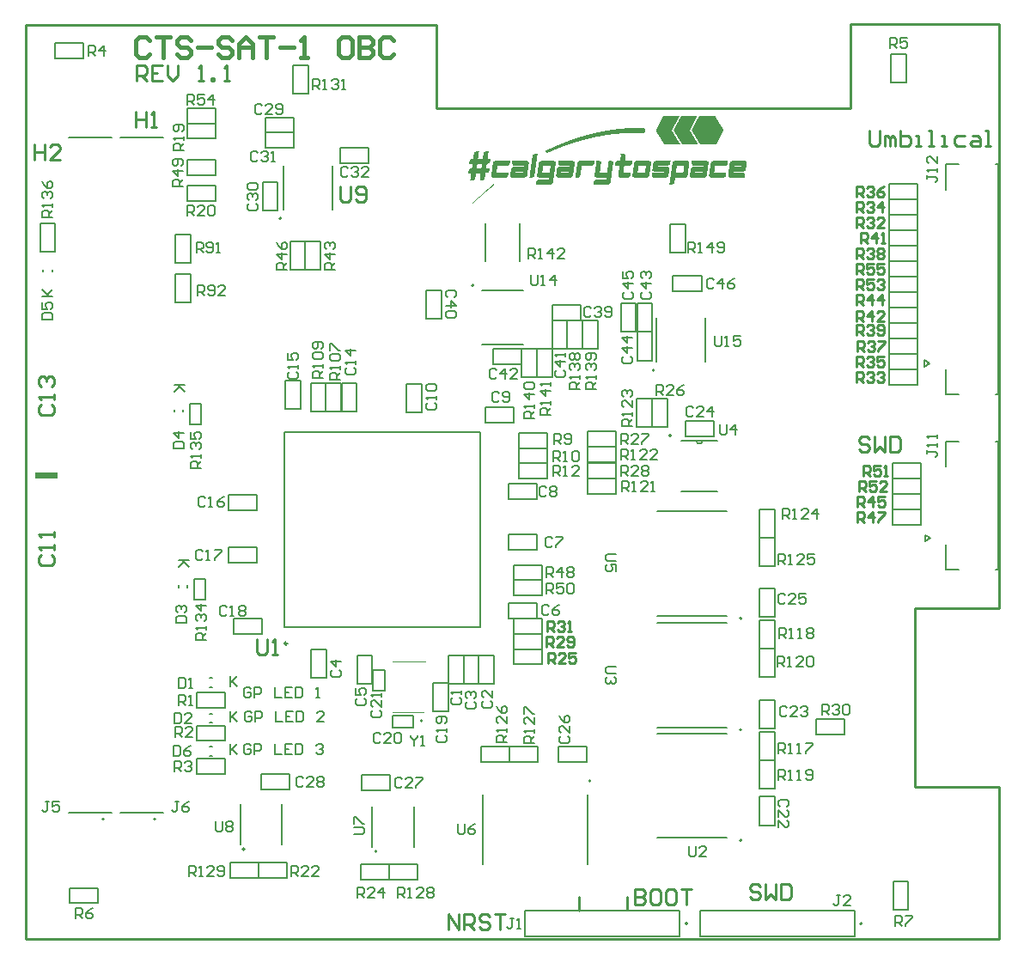
<source format=gto>
G04*
G04 #@! TF.GenerationSoftware,Altium Limited,Altium Designer,21.8.1 (53)*
G04*
G04 Layer_Color=65535*
%FSLAX25Y25*%
%MOIN*%
G70*
G04*
G04 #@! TF.SameCoordinates,8B24C30A-C4EC-4A74-8174-4ADAFF134E48*
G04*
G04*
G04 #@! TF.FilePolarity,Positive*
G04*
G01*
G75*
%ADD10C,0.00787*%
%ADD11C,0.00984*%
%ADD12C,0.00600*%
%ADD13C,0.00500*%
%ADD14C,0.00394*%
%ADD15C,0.01000*%
%ADD16C,0.01500*%
%ADD17C,0.00800*%
%ADD18R,0.08661X0.01575*%
G36*
X239598Y314657D02*
X239713D01*
Y314638D01*
X239771D01*
Y314618D01*
X239828D01*
Y314599D01*
X239886D01*
Y314580D01*
X239925D01*
Y314561D01*
X239963D01*
Y314542D01*
X240002D01*
Y314522D01*
X240040D01*
Y314503D01*
X240059D01*
Y314484D01*
X240097D01*
Y314465D01*
X240117D01*
Y314445D01*
X240136D01*
Y314426D01*
X240155D01*
Y314407D01*
X240174D01*
Y314388D01*
X240194D01*
Y314369D01*
X240213D01*
Y314349D01*
X240232D01*
Y314330D01*
X240251D01*
Y314311D01*
X240270D01*
Y314292D01*
X240290D01*
Y314253D01*
X240309D01*
Y314234D01*
X240328D01*
Y314215D01*
X240347D01*
Y314177D01*
X240367D01*
Y314138D01*
X240386D01*
Y314100D01*
X240405D01*
Y314061D01*
X240424D01*
Y314003D01*
X240443D01*
Y313965D01*
X240463D01*
Y313888D01*
X240482D01*
Y313792D01*
X240501D01*
Y313504D01*
X240482D01*
Y313408D01*
X240463D01*
Y313350D01*
X240443D01*
Y313293D01*
X240424D01*
Y313235D01*
X240405D01*
Y313196D01*
X240386D01*
Y313158D01*
X240367D01*
Y313120D01*
X240347D01*
Y313100D01*
X240328D01*
Y313062D01*
X240309D01*
Y313043D01*
X240290D01*
Y313023D01*
X240270D01*
Y312985D01*
X240251D01*
Y312966D01*
X240232D01*
Y312947D01*
X240213D01*
Y312927D01*
X240194D01*
Y312908D01*
X240174D01*
Y312889D01*
X240136D01*
Y312870D01*
X240117D01*
Y312851D01*
X240097D01*
Y312831D01*
X240059D01*
Y312812D01*
X240040D01*
Y312793D01*
X240002D01*
Y312774D01*
X239963D01*
Y312755D01*
X239905D01*
Y312735D01*
X239867D01*
Y312716D01*
X239809D01*
Y312697D01*
X239771D01*
Y312678D01*
X239713D01*
Y312658D01*
X239655D01*
Y312639D01*
X239041D01*
Y312658D01*
X238406D01*
Y312678D01*
X237369D01*
Y312697D01*
X235562D01*
Y312678D01*
X234525D01*
Y312658D01*
X233967D01*
Y312639D01*
X233487D01*
Y312620D01*
X233045D01*
Y312601D01*
X232699D01*
Y312581D01*
X232353D01*
Y312562D01*
X232027D01*
Y312543D01*
X231719D01*
Y312524D01*
X231373D01*
Y312505D01*
X231104D01*
Y312485D01*
X230854D01*
Y312466D01*
X230624D01*
Y312447D01*
X230412D01*
Y312428D01*
X230182D01*
Y312409D01*
X229951D01*
Y312389D01*
X229740D01*
Y312370D01*
X229528D01*
Y312351D01*
X229355D01*
Y312332D01*
X229163D01*
Y312313D01*
X228971D01*
Y312293D01*
X228779D01*
Y312274D01*
X228587D01*
Y312255D01*
X228414D01*
Y312236D01*
X228241D01*
Y312216D01*
X228087D01*
Y312197D01*
X227914D01*
Y312178D01*
X227760D01*
Y312159D01*
X227588D01*
Y312140D01*
X227434D01*
Y312120D01*
X227261D01*
Y312101D01*
X227126D01*
Y312082D01*
X226973D01*
Y312063D01*
X226838D01*
Y312043D01*
X226684D01*
Y312024D01*
X226550D01*
Y312005D01*
X226415D01*
Y311986D01*
X226281D01*
Y311967D01*
X226146D01*
Y311947D01*
X226012D01*
Y311928D01*
X225877D01*
Y311909D01*
X225743D01*
Y311890D01*
X225608D01*
Y311871D01*
X225493D01*
Y311851D01*
X225358D01*
Y311832D01*
X225224D01*
Y311813D01*
X225089D01*
Y311794D01*
X224955D01*
Y311774D01*
X224839D01*
Y311755D01*
X224724D01*
Y311736D01*
X224590D01*
Y311717D01*
X224474D01*
Y311698D01*
X224359D01*
Y311678D01*
X224244D01*
Y311659D01*
X224129D01*
Y311640D01*
X224013D01*
Y311621D01*
X223917D01*
Y311601D01*
X223802D01*
Y311582D01*
X223687D01*
Y311563D01*
X223571D01*
Y311544D01*
X223475D01*
Y311525D01*
X223360D01*
Y311505D01*
X223245D01*
Y311486D01*
X223148D01*
Y311467D01*
X223033D01*
Y311448D01*
X222937D01*
Y311428D01*
X222841D01*
Y311409D01*
X222726D01*
Y311390D01*
X222630D01*
Y311371D01*
X222533D01*
Y311352D01*
X222418D01*
Y311332D01*
X222322D01*
Y311313D01*
X222226D01*
Y311294D01*
X222130D01*
Y311275D01*
X222034D01*
Y311256D01*
X221938D01*
Y311236D01*
X221842D01*
Y311217D01*
X221726D01*
Y311198D01*
X221630D01*
Y311179D01*
X221534D01*
Y311159D01*
X221457D01*
Y311140D01*
X221361D01*
Y311121D01*
X221265D01*
Y311102D01*
X221169D01*
Y311083D01*
X221073D01*
Y311063D01*
X220996D01*
Y311044D01*
X220900D01*
Y311025D01*
X220804D01*
Y311006D01*
X220708D01*
Y310986D01*
X220631D01*
Y310967D01*
X220535D01*
Y310948D01*
X220439D01*
Y310929D01*
X220343D01*
Y310910D01*
X220266D01*
Y310891D01*
X220170D01*
Y310871D01*
X220093D01*
Y310852D01*
X219997D01*
Y310833D01*
X219920D01*
Y310814D01*
X219843D01*
Y310794D01*
X219747D01*
Y310775D01*
X219670D01*
Y310756D01*
X219574D01*
Y310737D01*
X219497D01*
Y310718D01*
X219420D01*
Y310698D01*
X219324D01*
Y310679D01*
X219247D01*
Y310660D01*
X219151D01*
Y310641D01*
X219075D01*
Y310621D01*
X218998D01*
Y310602D01*
X218921D01*
Y310583D01*
X218844D01*
Y310564D01*
X218767D01*
Y310544D01*
X218671D01*
Y310525D01*
X218594D01*
Y310506D01*
X218517D01*
Y310487D01*
X218440D01*
Y310468D01*
X218363D01*
Y310449D01*
X218287D01*
Y310429D01*
X218210D01*
Y310410D01*
X218114D01*
Y310391D01*
X218037D01*
Y310372D01*
X217960D01*
Y310352D01*
X217883D01*
Y310333D01*
X217806D01*
Y310314D01*
X217748D01*
Y310295D01*
X217672D01*
Y310276D01*
X217595D01*
Y310256D01*
X217518D01*
Y310237D01*
X217441D01*
Y310218D01*
X217364D01*
Y310199D01*
X217287D01*
Y310179D01*
X217211D01*
Y310160D01*
X217134D01*
Y310141D01*
X217057D01*
Y310122D01*
X216980D01*
Y310103D01*
X216903D01*
Y310083D01*
X216845D01*
Y310064D01*
X216769D01*
Y310045D01*
X216692D01*
Y310026D01*
X216615D01*
Y310006D01*
X216557D01*
Y309987D01*
X216480D01*
Y309968D01*
X216403D01*
Y309949D01*
X216326D01*
Y309930D01*
X216250D01*
Y309910D01*
X216192D01*
Y309891D01*
X216115D01*
Y309872D01*
X216057D01*
Y309853D01*
X215981D01*
Y309834D01*
X215923D01*
Y309814D01*
X215846D01*
Y309795D01*
X215769D01*
Y309776D01*
X215712D01*
Y309757D01*
X215635D01*
Y309737D01*
X215577D01*
Y309718D01*
X215500D01*
Y309699D01*
X215442D01*
Y309680D01*
X215366D01*
Y309661D01*
X215289D01*
Y309641D01*
X215231D01*
Y309622D01*
X215154D01*
Y309603D01*
X215097D01*
Y309584D01*
X215020D01*
Y309564D01*
X214962D01*
Y309545D01*
X214885D01*
Y309526D01*
X214828D01*
Y309507D01*
X214751D01*
Y309488D01*
X214693D01*
Y309468D01*
X214616D01*
Y309449D01*
X214559D01*
Y309430D01*
X214501D01*
Y309411D01*
X214424D01*
Y309392D01*
X214366D01*
Y309372D01*
X214290D01*
Y309353D01*
X214232D01*
Y309334D01*
X214174D01*
Y309315D01*
X214097D01*
Y309296D01*
X214040D01*
Y309276D01*
X213963D01*
Y309257D01*
X213905D01*
Y309238D01*
X213848D01*
Y309219D01*
X213771D01*
Y309199D01*
X213713D01*
Y309180D01*
X213655D01*
Y309161D01*
X213598D01*
Y309142D01*
X213521D01*
Y309122D01*
X213463D01*
Y309103D01*
X213406D01*
Y309084D01*
X213348D01*
Y309065D01*
X213271D01*
Y309046D01*
X213213D01*
Y309026D01*
X213156D01*
Y309007D01*
X213098D01*
Y308988D01*
X213021D01*
Y308969D01*
X212964D01*
Y308950D01*
X212906D01*
Y308930D01*
X212848D01*
Y308911D01*
X212791D01*
Y308892D01*
X212733D01*
Y308873D01*
X212656D01*
Y308854D01*
X212598D01*
Y308834D01*
X212541D01*
Y308815D01*
X212483D01*
Y308796D01*
X212425D01*
Y308777D01*
X212368D01*
Y308757D01*
X212310D01*
Y308738D01*
X212253D01*
Y308719D01*
X212176D01*
Y308700D01*
X212118D01*
Y308681D01*
X212060D01*
Y308661D01*
X212003D01*
Y308642D01*
X211945D01*
Y308623D01*
X211888D01*
Y308604D01*
X211830D01*
Y308584D01*
X211772D01*
Y308565D01*
X211715D01*
Y308546D01*
X211657D01*
Y308527D01*
X211599D01*
Y308508D01*
X211542D01*
Y308488D01*
X211484D01*
Y308469D01*
X211426D01*
Y308450D01*
X211369D01*
Y308431D01*
X211311D01*
Y308412D01*
X211253D01*
Y308392D01*
X211196D01*
Y308373D01*
X211138D01*
Y308354D01*
X211080D01*
Y308335D01*
X211023D01*
Y308315D01*
X210965D01*
Y308296D01*
X210907D01*
Y308277D01*
X210850D01*
Y308258D01*
X210792D01*
Y308239D01*
X210735D01*
Y308219D01*
X210677D01*
Y308200D01*
X210619D01*
Y308181D01*
X210561D01*
Y308162D01*
X210523D01*
Y308142D01*
X210465D01*
Y308123D01*
X210408D01*
Y308104D01*
X210350D01*
Y308085D01*
X210293D01*
Y308066D01*
X210235D01*
Y308046D01*
X210177D01*
Y308027D01*
X210139D01*
Y308008D01*
X210081D01*
Y307989D01*
X210023D01*
Y307969D01*
X209966D01*
Y307950D01*
X209908D01*
Y307931D01*
X209851D01*
Y307912D01*
X209812D01*
Y307893D01*
X209754D01*
Y307873D01*
X209697D01*
Y307854D01*
X209639D01*
Y307835D01*
X209601D01*
Y307816D01*
X209543D01*
Y307797D01*
X209485D01*
Y307777D01*
X209428D01*
Y307758D01*
X209370D01*
Y307739D01*
X209332D01*
Y307720D01*
X209274D01*
Y307700D01*
X209216D01*
Y307681D01*
X209159D01*
Y307662D01*
X209120D01*
Y307643D01*
X209063D01*
Y307624D01*
X209005D01*
Y307604D01*
X208947D01*
Y307585D01*
X208909D01*
Y307566D01*
X208851D01*
Y307547D01*
X208794D01*
Y307527D01*
X208736D01*
Y307508D01*
X208698D01*
Y307489D01*
X208640D01*
Y307470D01*
X208582D01*
Y307451D01*
X208544D01*
Y307431D01*
X208486D01*
Y307412D01*
X208429D01*
Y307393D01*
X208371D01*
Y307374D01*
X208332D01*
Y307355D01*
X208275D01*
Y307335D01*
X208217D01*
Y307316D01*
X208179D01*
Y307297D01*
X208121D01*
Y307278D01*
X208063D01*
Y307259D01*
X208025D01*
Y307239D01*
X207967D01*
Y307220D01*
X207929D01*
Y307201D01*
X207871D01*
Y307182D01*
X207814D01*
Y307162D01*
X207775D01*
Y307143D01*
X207717D01*
Y307124D01*
X207660D01*
Y307105D01*
X207621D01*
Y307086D01*
X207564D01*
Y307066D01*
X207525D01*
Y307047D01*
X207468D01*
Y307028D01*
X207429D01*
Y307009D01*
X207371D01*
Y306990D01*
X207314D01*
Y306970D01*
X207276D01*
Y306951D01*
X207218D01*
Y306932D01*
X207179D01*
Y306913D01*
X207122D01*
Y306893D01*
X207083D01*
Y306874D01*
X207026D01*
Y306855D01*
X206987D01*
Y306836D01*
X206930D01*
Y306817D01*
X206872D01*
Y306797D01*
X206834D01*
Y306778D01*
X206776D01*
Y306759D01*
X206737D01*
Y306740D01*
X206680D01*
Y306720D01*
X206641D01*
Y306701D01*
X206584D01*
Y306682D01*
X206545D01*
Y306663D01*
X206488D01*
Y306644D01*
X206449D01*
Y306624D01*
X206392D01*
Y306605D01*
X206353D01*
Y306586D01*
X206295D01*
Y306567D01*
X206257D01*
Y306547D01*
X206199D01*
Y306528D01*
X206161D01*
Y306509D01*
X206103D01*
Y306490D01*
X206065D01*
Y306471D01*
X206026D01*
Y306451D01*
X205969D01*
Y306432D01*
X205930D01*
Y306413D01*
X205873D01*
Y306394D01*
X205834D01*
Y306375D01*
X205777D01*
Y306355D01*
X205738D01*
Y306336D01*
X205680D01*
Y306317D01*
X205642D01*
Y306298D01*
X205604D01*
Y306278D01*
X205546D01*
Y306259D01*
X205507D01*
Y306240D01*
X205450D01*
Y306221D01*
X205412D01*
Y306202D01*
X205354D01*
Y306182D01*
X205315D01*
Y306163D01*
X205277D01*
Y306144D01*
X205219D01*
Y306125D01*
X205181D01*
Y306105D01*
X205123D01*
Y306086D01*
X205085D01*
Y306067D01*
X205046D01*
Y306048D01*
X204989D01*
Y306029D01*
X204950D01*
Y306009D01*
X204893D01*
Y305990D01*
X204854D01*
Y305971D01*
X204816D01*
Y305952D01*
X204758D01*
Y305932D01*
X204720D01*
Y305913D01*
X204662D01*
Y305894D01*
X204624D01*
Y305875D01*
X204585D01*
Y305856D01*
X204527D01*
Y305837D01*
X204489D01*
Y305817D01*
X204451D01*
Y305798D01*
X204393D01*
Y305779D01*
X204355D01*
Y305760D01*
X204316D01*
Y305740D01*
X204258D01*
Y305721D01*
X204220D01*
Y305702D01*
X204182D01*
Y305683D01*
X204124D01*
Y305663D01*
X204085D01*
Y305644D01*
X204028D01*
Y305625D01*
X203989D01*
Y305606D01*
X203951D01*
Y305587D01*
X203893D01*
Y305567D01*
X203855D01*
Y305548D01*
X203817D01*
Y305529D01*
X203778D01*
Y305510D01*
X203720D01*
Y305491D01*
X203682D01*
Y305471D01*
X203643D01*
Y305452D01*
X203586D01*
Y305433D01*
X203547D01*
Y305414D01*
X203509D01*
Y305395D01*
X203471D01*
Y305375D01*
X203413D01*
Y305356D01*
X203375D01*
Y305337D01*
X203336D01*
Y305318D01*
X203278D01*
Y305298D01*
X203240D01*
Y305279D01*
X203202D01*
Y305260D01*
X203163D01*
Y305241D01*
X203105D01*
Y305222D01*
X203067D01*
Y305202D01*
X203029D01*
Y305183D01*
X202990D01*
Y305164D01*
X202933D01*
Y305145D01*
X202894D01*
Y305125D01*
X202856D01*
Y305106D01*
X202817D01*
Y305087D01*
X202779D01*
Y305068D01*
X202721D01*
Y305049D01*
X202683D01*
Y305029D01*
X202644D01*
Y305010D01*
X202606D01*
Y304991D01*
X202548D01*
Y304972D01*
X202510D01*
Y304953D01*
X202471D01*
Y304933D01*
X202433D01*
Y304914D01*
X202394D01*
Y304895D01*
X202337D01*
Y304876D01*
X202298D01*
Y304856D01*
X202260D01*
Y304837D01*
X202221D01*
Y304818D01*
X202183D01*
Y304799D01*
X202145D01*
Y304780D01*
X202087D01*
Y304818D01*
X202068D01*
Y304837D01*
X202048D01*
Y304876D01*
X202029D01*
Y304895D01*
X202010D01*
Y304933D01*
X201991D01*
Y304953D01*
X201972D01*
Y304991D01*
X201952D01*
Y305029D01*
X201933D01*
Y305049D01*
X201914D01*
Y305087D01*
X201895D01*
Y305106D01*
X201876D01*
Y305145D01*
X201856D01*
Y305183D01*
X201837D01*
Y305202D01*
X201818D01*
Y305241D01*
X201799D01*
Y305279D01*
X201780D01*
Y305318D01*
X201760D01*
Y305337D01*
X201741D01*
Y305375D01*
X201722D01*
Y305414D01*
X201703D01*
Y305452D01*
X201683D01*
Y305491D01*
X201664D01*
Y305529D01*
X201645D01*
Y305567D01*
X201626D01*
Y305606D01*
X201606D01*
Y305644D01*
X201587D01*
Y305683D01*
X201606D01*
Y305702D01*
X201645D01*
Y305721D01*
X201683D01*
Y305740D01*
X201722D01*
Y305760D01*
X201760D01*
Y305779D01*
X201799D01*
Y305798D01*
X201837D01*
Y305817D01*
X201876D01*
Y305837D01*
X201914D01*
Y305856D01*
X201952D01*
Y305875D01*
X201991D01*
Y305894D01*
X202029D01*
Y305913D01*
X202068D01*
Y305932D01*
X202106D01*
Y305952D01*
X202164D01*
Y305971D01*
X202202D01*
Y305990D01*
X202241D01*
Y306009D01*
X202279D01*
Y306029D01*
X202318D01*
Y306048D01*
X202356D01*
Y306067D01*
X202394D01*
Y306086D01*
X202433D01*
Y306105D01*
X202471D01*
Y306125D01*
X202510D01*
Y306144D01*
X202567D01*
Y306163D01*
X202606D01*
Y306182D01*
X202644D01*
Y306202D01*
X202683D01*
Y306221D01*
X202721D01*
Y306240D01*
X202760D01*
Y306259D01*
X202798D01*
Y306278D01*
X202836D01*
Y306298D01*
X202894D01*
Y306317D01*
X202933D01*
Y306336D01*
X202971D01*
Y306355D01*
X203009D01*
Y306375D01*
X203048D01*
Y306394D01*
X203086D01*
Y306413D01*
X203125D01*
Y306432D01*
X203163D01*
Y306451D01*
X203202D01*
Y306471D01*
X203259D01*
Y306490D01*
X203298D01*
Y306509D01*
X203336D01*
Y306528D01*
X203375D01*
Y306547D01*
X203413D01*
Y306567D01*
X203451D01*
Y306586D01*
X203490D01*
Y306605D01*
X203547D01*
Y306624D01*
X203586D01*
Y306644D01*
X203624D01*
Y306663D01*
X203663D01*
Y306682D01*
X203701D01*
Y306701D01*
X203759D01*
Y306720D01*
X203797D01*
Y306740D01*
X203836D01*
Y306759D01*
X203874D01*
Y306778D01*
X203913D01*
Y306797D01*
X203951D01*
Y306817D01*
X204009D01*
Y306836D01*
X204047D01*
Y306855D01*
X204085D01*
Y306874D01*
X204124D01*
Y306893D01*
X204162D01*
Y306913D01*
X204220D01*
Y306932D01*
X204258D01*
Y306951D01*
X204297D01*
Y306970D01*
X204335D01*
Y306990D01*
X204374D01*
Y307009D01*
X204431D01*
Y307028D01*
X204470D01*
Y307047D01*
X204508D01*
Y307066D01*
X204547D01*
Y307086D01*
X204585D01*
Y307105D01*
X204643D01*
Y307124D01*
X204681D01*
Y307143D01*
X204720D01*
Y307162D01*
X204758D01*
Y307182D01*
X204797D01*
Y307201D01*
X204854D01*
Y307220D01*
X204893D01*
Y307239D01*
X204931D01*
Y307259D01*
X204989D01*
Y307278D01*
X205027D01*
Y307297D01*
X205065D01*
Y307316D01*
X205104D01*
Y307335D01*
X205162D01*
Y307355D01*
X205200D01*
Y307374D01*
X205239D01*
Y307393D01*
X205296D01*
Y307412D01*
X205335D01*
Y307431D01*
X205373D01*
Y307451D01*
X205431D01*
Y307470D01*
X205469D01*
Y307489D01*
X205507D01*
Y307508D01*
X205565D01*
Y307527D01*
X205604D01*
Y307547D01*
X205642D01*
Y307566D01*
X205700D01*
Y307585D01*
X205738D01*
Y307604D01*
X205777D01*
Y307624D01*
X205834D01*
Y307643D01*
X205873D01*
Y307662D01*
X205911D01*
Y307681D01*
X205969D01*
Y307700D01*
X206007D01*
Y307720D01*
X206065D01*
Y307739D01*
X206103D01*
Y307758D01*
X206142D01*
Y307777D01*
X206199D01*
Y307797D01*
X206238D01*
Y307816D01*
X206276D01*
Y307835D01*
X206334D01*
Y307854D01*
X206372D01*
Y307873D01*
X206430D01*
Y307893D01*
X206468D01*
Y307912D01*
X206507D01*
Y307931D01*
X206564D01*
Y307950D01*
X206603D01*
Y307969D01*
X206641D01*
Y307989D01*
X206699D01*
Y308008D01*
X206737D01*
Y308027D01*
X206795D01*
Y308046D01*
X206834D01*
Y308066D01*
X206872D01*
Y308085D01*
X206930D01*
Y308104D01*
X206968D01*
Y308123D01*
X207006D01*
Y308142D01*
X207064D01*
Y308162D01*
X207102D01*
Y308181D01*
X207160D01*
Y308200D01*
X207199D01*
Y308219D01*
X207237D01*
Y308239D01*
X207295D01*
Y308258D01*
X207333D01*
Y308277D01*
X207391D01*
Y308296D01*
X207429D01*
Y308315D01*
X207468D01*
Y308335D01*
X207525D01*
Y308354D01*
X207564D01*
Y308373D01*
X207621D01*
Y308392D01*
X207660D01*
Y308412D01*
X207698D01*
Y308431D01*
X207756D01*
Y308450D01*
X207794D01*
Y308469D01*
X207852D01*
Y308488D01*
X207890D01*
Y308508D01*
X207948D01*
Y308527D01*
X207986D01*
Y308546D01*
X208025D01*
Y308565D01*
X208083D01*
Y308584D01*
X208121D01*
Y308604D01*
X208179D01*
Y308623D01*
X208217D01*
Y308642D01*
X208275D01*
Y308661D01*
X208313D01*
Y308681D01*
X208371D01*
Y308700D01*
X208409D01*
Y308719D01*
X208467D01*
Y308738D01*
X208505D01*
Y308757D01*
X208563D01*
Y308777D01*
X208601D01*
Y308796D01*
X208659D01*
Y308815D01*
X208698D01*
Y308834D01*
X208755D01*
Y308854D01*
X208794D01*
Y308873D01*
X208851D01*
Y308892D01*
X208890D01*
Y308911D01*
X208947D01*
Y308930D01*
X208986D01*
Y308950D01*
X209043D01*
Y308969D01*
X209082D01*
Y308988D01*
X209139D01*
Y309007D01*
X209197D01*
Y309026D01*
X209236D01*
Y309046D01*
X209293D01*
Y309065D01*
X209332D01*
Y309084D01*
X209389D01*
Y309103D01*
X209447D01*
Y309122D01*
X209485D01*
Y309142D01*
X209543D01*
Y309161D01*
X209601D01*
Y309180D01*
X209639D01*
Y309199D01*
X209697D01*
Y309219D01*
X209754D01*
Y309238D01*
X209793D01*
Y309257D01*
X209851D01*
Y309276D01*
X209908D01*
Y309296D01*
X209947D01*
Y309315D01*
X210004D01*
Y309334D01*
X210062D01*
Y309353D01*
X210100D01*
Y309372D01*
X210158D01*
Y309392D01*
X210216D01*
Y309411D01*
X210254D01*
Y309430D01*
X210312D01*
Y309449D01*
X210369D01*
Y309468D01*
X210408D01*
Y309488D01*
X210465D01*
Y309507D01*
X210523D01*
Y309526D01*
X210561D01*
Y309545D01*
X210619D01*
Y309564D01*
X210677D01*
Y309584D01*
X210715D01*
Y309603D01*
X210773D01*
Y309622D01*
X210830D01*
Y309641D01*
X210888D01*
Y309661D01*
X210927D01*
Y309680D01*
X210984D01*
Y309699D01*
X211042D01*
Y309718D01*
X211100D01*
Y309737D01*
X211157D01*
Y309757D01*
X211196D01*
Y309776D01*
X211253D01*
Y309795D01*
X211311D01*
Y309814D01*
X211369D01*
Y309834D01*
X211426D01*
Y309853D01*
X211465D01*
Y309872D01*
X211522D01*
Y309891D01*
X211580D01*
Y309910D01*
X211638D01*
Y309930D01*
X211695D01*
Y309949D01*
X211753D01*
Y309968D01*
X211791D01*
Y309987D01*
X211849D01*
Y310006D01*
X211907D01*
Y310026D01*
X211964D01*
Y310045D01*
X212022D01*
Y310064D01*
X212080D01*
Y310083D01*
X212118D01*
Y310103D01*
X212176D01*
Y310122D01*
X212233D01*
Y310141D01*
X212291D01*
Y310160D01*
X212349D01*
Y310179D01*
X212406D01*
Y310199D01*
X212464D01*
Y310218D01*
X212522D01*
Y310237D01*
X212579D01*
Y310256D01*
X212618D01*
Y310276D01*
X212675D01*
Y310295D01*
X212733D01*
Y310314D01*
X212791D01*
Y310333D01*
X212848D01*
Y310352D01*
X212906D01*
Y310372D01*
X212964D01*
Y310391D01*
X213021D01*
Y310410D01*
X213079D01*
Y310429D01*
X213137D01*
Y310449D01*
X213194D01*
Y310468D01*
X213252D01*
Y310487D01*
X213310D01*
Y310506D01*
X213367D01*
Y310525D01*
X213425D01*
Y310544D01*
X213482D01*
Y310564D01*
X213540D01*
Y310583D01*
X213598D01*
Y310602D01*
X213655D01*
Y310621D01*
X213713D01*
Y310641D01*
X213771D01*
Y310660D01*
X213828D01*
Y310679D01*
X213905D01*
Y310698D01*
X213963D01*
Y310718D01*
X214020D01*
Y310737D01*
X214078D01*
Y310756D01*
X214136D01*
Y310775D01*
X214194D01*
Y310794D01*
X214251D01*
Y310814D01*
X214309D01*
Y310833D01*
X214386D01*
Y310852D01*
X214443D01*
Y310871D01*
X214501D01*
Y310891D01*
X214559D01*
Y310910D01*
X214616D01*
Y310929D01*
X214693D01*
Y310948D01*
X214751D01*
Y310967D01*
X214808D01*
Y310986D01*
X214866D01*
Y311006D01*
X214924D01*
Y311025D01*
X215001D01*
Y311044D01*
X215058D01*
Y311063D01*
X215116D01*
Y311083D01*
X215174D01*
Y311102D01*
X215250D01*
Y311121D01*
X215308D01*
Y311140D01*
X215366D01*
Y311159D01*
X215442D01*
Y311179D01*
X215500D01*
Y311198D01*
X215558D01*
Y311217D01*
X215616D01*
Y311236D01*
X215692D01*
Y311256D01*
X215750D01*
Y311275D01*
X215808D01*
Y311294D01*
X215884D01*
Y311313D01*
X215942D01*
Y311332D01*
X216000D01*
Y311352D01*
X216077D01*
Y311371D01*
X216134D01*
Y311390D01*
X216192D01*
Y311409D01*
X216250D01*
Y311428D01*
X216326D01*
Y311448D01*
X216384D01*
Y311467D01*
X216461D01*
Y311486D01*
X216519D01*
Y311505D01*
X216596D01*
Y311525D01*
X216653D01*
Y311544D01*
X216730D01*
Y311563D01*
X216788D01*
Y311582D01*
X216865D01*
Y311601D01*
X216922D01*
Y311621D01*
X216999D01*
Y311640D01*
X217057D01*
Y311659D01*
X217134D01*
Y311678D01*
X217191D01*
Y311698D01*
X217268D01*
Y311717D01*
X217326D01*
Y311736D01*
X217403D01*
Y311755D01*
X217479D01*
Y311774D01*
X217537D01*
Y311794D01*
X217614D01*
Y311813D01*
X217672D01*
Y311832D01*
X217748D01*
Y311851D01*
X217806D01*
Y311871D01*
X217883D01*
Y311890D01*
X217960D01*
Y311909D01*
X218018D01*
Y311928D01*
X218094D01*
Y311947D01*
X218171D01*
Y311967D01*
X218248D01*
Y311986D01*
X218325D01*
Y312005D01*
X218402D01*
Y312024D01*
X218460D01*
Y312043D01*
X218536D01*
Y312063D01*
X218613D01*
Y312082D01*
X218690D01*
Y312101D01*
X218767D01*
Y312120D01*
X218844D01*
Y312140D01*
X218901D01*
Y312159D01*
X218978D01*
Y312178D01*
X219055D01*
Y312197D01*
X219132D01*
Y312216D01*
X219209D01*
Y312236D01*
X219286D01*
Y312255D01*
X219363D01*
Y312274D01*
X219440D01*
Y312293D01*
X219516D01*
Y312313D01*
X219593D01*
Y312332D01*
X219651D01*
Y312351D01*
X219728D01*
Y312370D01*
X219805D01*
Y312389D01*
X219882D01*
Y312409D01*
X219958D01*
Y312428D01*
X220035D01*
Y312447D01*
X220131D01*
Y312466D01*
X220208D01*
Y312485D01*
X220285D01*
Y312505D01*
X220362D01*
Y312524D01*
X220458D01*
Y312543D01*
X220535D01*
Y312562D01*
X220612D01*
Y312581D01*
X220689D01*
Y312601D01*
X220766D01*
Y312620D01*
X220862D01*
Y312639D01*
X220938D01*
Y312658D01*
X221015D01*
Y312678D01*
X221111D01*
Y312697D01*
X221188D01*
Y312716D01*
X221284D01*
Y312735D01*
X221380D01*
Y312755D01*
X221457D01*
Y312774D01*
X221534D01*
Y312793D01*
X221630D01*
Y312812D01*
X221707D01*
Y312831D01*
X221803D01*
Y312851D01*
X221880D01*
Y312870D01*
X221976D01*
Y312889D01*
X222053D01*
Y312908D01*
X222149D01*
Y312927D01*
X222226D01*
Y312947D01*
X222322D01*
Y312966D01*
X222418D01*
Y312985D01*
X222495D01*
Y313004D01*
X222591D01*
Y313023D01*
X222687D01*
Y313043D01*
X222764D01*
Y313062D01*
X222860D01*
Y313081D01*
X222956D01*
Y313100D01*
X223052D01*
Y313120D01*
X223148D01*
Y313139D01*
X223245D01*
Y313158D01*
X223341D01*
Y313177D01*
X223437D01*
Y313196D01*
X223533D01*
Y313216D01*
X223648D01*
Y313235D01*
X223744D01*
Y313254D01*
X223840D01*
Y313273D01*
X223936D01*
Y313293D01*
X224032D01*
Y313312D01*
X224129D01*
Y313331D01*
X224225D01*
Y313350D01*
X224340D01*
Y313369D01*
X224436D01*
Y313389D01*
X224532D01*
Y313408D01*
X224647D01*
Y313427D01*
X224743D01*
Y313446D01*
X224859D01*
Y313465D01*
X224955D01*
Y313485D01*
X225070D01*
Y313504D01*
X225166D01*
Y313523D01*
X225282D01*
Y313542D01*
X225378D01*
Y313562D01*
X225493D01*
Y313581D01*
X225608D01*
Y313600D01*
X225743D01*
Y313619D01*
X225858D01*
Y313638D01*
X225973D01*
Y313658D01*
X226089D01*
Y313677D01*
X226204D01*
Y313696D01*
X226319D01*
Y313715D01*
X226434D01*
Y313735D01*
X226550D01*
Y313754D01*
X226665D01*
Y313773D01*
X226800D01*
Y313792D01*
X226915D01*
Y313811D01*
X227030D01*
Y313831D01*
X227165D01*
Y313850D01*
X227280D01*
Y313869D01*
X227414D01*
Y313888D01*
X227549D01*
Y313908D01*
X227703D01*
Y313927D01*
X227837D01*
Y313946D01*
X227972D01*
Y313965D01*
X228106D01*
Y313984D01*
X228241D01*
Y314003D01*
X228375D01*
Y314023D01*
X228510D01*
Y314042D01*
X228664D01*
Y314061D01*
X228817D01*
Y314080D01*
X228971D01*
Y314100D01*
X229125D01*
Y314119D01*
X229278D01*
Y314138D01*
X229432D01*
Y314157D01*
X229586D01*
Y314177D01*
X229759D01*
Y314196D01*
X229932D01*
Y314215D01*
X230105D01*
Y314234D01*
X230278D01*
Y314253D01*
X230470D01*
Y314273D01*
X230643D01*
Y314292D01*
X230816D01*
Y314311D01*
X231008D01*
Y314330D01*
X231200D01*
Y314349D01*
X231412D01*
Y314369D01*
X231642D01*
Y314388D01*
X231873D01*
Y314407D01*
X232084D01*
Y314426D01*
X232334D01*
Y314445D01*
X232565D01*
Y314465D01*
X232814D01*
Y314484D01*
X233064D01*
Y314503D01*
X233314D01*
Y314522D01*
X233602D01*
Y314542D01*
X233910D01*
Y314561D01*
X234256D01*
Y314580D01*
X234621D01*
Y314599D01*
X235024D01*
Y314618D01*
X235486D01*
Y314638D01*
X236024D01*
Y314657D01*
X236715D01*
Y314676D01*
X239598D01*
Y314657D01*
D02*
G37*
G36*
X253588Y319096D02*
X253568D01*
Y319057D01*
X253549D01*
Y319019D01*
X253530D01*
Y318981D01*
X253511D01*
Y318942D01*
X253492D01*
Y318904D01*
X253472D01*
Y318865D01*
X253453D01*
Y318827D01*
X253434D01*
Y318789D01*
X253415D01*
Y318769D01*
X253396D01*
Y318731D01*
X253376D01*
Y318692D01*
X253357D01*
Y318654D01*
X253338D01*
Y318616D01*
X253319D01*
Y318577D01*
X253299D01*
Y318539D01*
X253280D01*
Y318500D01*
X253261D01*
Y318462D01*
X253242D01*
Y318423D01*
X253222D01*
Y318385D01*
X253203D01*
Y318347D01*
X253184D01*
Y318308D01*
X253165D01*
Y318289D01*
X253146D01*
Y318250D01*
X253126D01*
Y318212D01*
X253107D01*
Y318174D01*
X253088D01*
Y318135D01*
X253069D01*
Y318097D01*
X253050D01*
Y318058D01*
X253030D01*
Y318020D01*
X253011D01*
Y317981D01*
X252992D01*
Y317943D01*
X252973D01*
Y317904D01*
X252954D01*
Y317866D01*
X252934D01*
Y317828D01*
X252915D01*
Y317808D01*
X252896D01*
Y317770D01*
X252877D01*
Y317732D01*
X252857D01*
Y317693D01*
X252838D01*
Y317655D01*
X252819D01*
Y317616D01*
X252800D01*
Y317578D01*
X252781D01*
Y317539D01*
X252761D01*
Y317501D01*
X252742D01*
Y317463D01*
X252723D01*
Y317424D01*
X252704D01*
Y317386D01*
X252684D01*
Y317347D01*
X252665D01*
Y317309D01*
X252646D01*
Y317270D01*
X252627D01*
Y317251D01*
X252608D01*
Y317213D01*
X252588D01*
Y317174D01*
X252569D01*
Y317136D01*
X252550D01*
Y317097D01*
X252531D01*
Y317059D01*
X252512D01*
Y317021D01*
X252492D01*
Y316982D01*
X252473D01*
Y316944D01*
X252454D01*
Y316905D01*
X252435D01*
Y316867D01*
X252415D01*
Y316828D01*
X252396D01*
Y316790D01*
X252377D01*
Y316771D01*
X252358D01*
Y316732D01*
X252339D01*
Y316694D01*
X252319D01*
Y316655D01*
X252300D01*
Y316617D01*
X252281D01*
Y316579D01*
X252262D01*
Y316540D01*
X252242D01*
Y316502D01*
X252223D01*
Y316463D01*
X252204D01*
Y316425D01*
X252185D01*
Y316386D01*
X252166D01*
Y316348D01*
X252146D01*
Y316309D01*
X252127D01*
Y316290D01*
X252108D01*
Y316252D01*
X252089D01*
Y316213D01*
X252069D01*
Y316175D01*
X252050D01*
Y316137D01*
X252031D01*
Y316098D01*
X252012D01*
Y316060D01*
X251993D01*
Y316021D01*
X251973D01*
Y315983D01*
X251954D01*
Y315944D01*
X251935D01*
Y315906D01*
X251916D01*
Y315868D01*
X251897D01*
Y315829D01*
X251877D01*
Y315810D01*
X251858D01*
Y315772D01*
X251839D01*
Y315733D01*
X251820D01*
Y315695D01*
X251800D01*
Y315656D01*
X251781D01*
Y315618D01*
X251762D01*
Y315579D01*
X251743D01*
Y315541D01*
X251724D01*
Y315502D01*
X251704D01*
Y315464D01*
X251685D01*
Y315426D01*
X251666D01*
Y315387D01*
X251647D01*
Y315349D01*
X251627D01*
Y315310D01*
X251608D01*
Y315272D01*
X251589D01*
Y315253D01*
X251570D01*
Y315214D01*
X251551D01*
Y315176D01*
X251531D01*
Y315137D01*
X251512D01*
Y315099D01*
X251493D01*
Y315060D01*
X251474D01*
Y315022D01*
X251455D01*
Y314984D01*
X251435D01*
Y314945D01*
X251416D01*
Y314907D01*
X251397D01*
Y314868D01*
X251378D01*
Y314830D01*
X251359D01*
Y314791D01*
X251339D01*
Y314772D01*
X251320D01*
Y314734D01*
X251301D01*
Y314695D01*
X251282D01*
Y314657D01*
X251262D01*
Y314618D01*
X251243D01*
Y314580D01*
X251224D01*
Y314542D01*
X251205D01*
Y314503D01*
X251186D01*
Y314465D01*
X251166D01*
Y314426D01*
X251147D01*
Y314388D01*
X251128D01*
Y314349D01*
X251109D01*
Y314311D01*
X251090D01*
Y314292D01*
X251070D01*
Y314253D01*
X251051D01*
Y314215D01*
X251032D01*
Y314177D01*
X251013D01*
Y314138D01*
X250993D01*
Y314100D01*
X250974D01*
Y314061D01*
X250955D01*
Y314023D01*
X250936D01*
Y313984D01*
X250917D01*
Y313946D01*
X250897D01*
Y313908D01*
X250878D01*
Y313888D01*
X250859D01*
Y313850D01*
X250840D01*
Y313811D01*
X250820D01*
Y313773D01*
X250801D01*
Y313735D01*
X250782D01*
Y313696D01*
X250763D01*
Y313658D01*
X250744D01*
Y313619D01*
X250724D01*
Y313600D01*
X250744D01*
Y313562D01*
X250763D01*
Y313523D01*
X250782D01*
Y313504D01*
X250801D01*
Y313465D01*
X250820D01*
Y313427D01*
X250840D01*
Y313408D01*
X250859D01*
Y313369D01*
X250878D01*
Y313331D01*
X250897D01*
Y313312D01*
X250917D01*
Y313273D01*
X250936D01*
Y313254D01*
X250955D01*
Y313216D01*
X250974D01*
Y313177D01*
X250993D01*
Y313158D01*
X251013D01*
Y313120D01*
X251032D01*
Y313081D01*
X251051D01*
Y313062D01*
X251070D01*
Y313023D01*
X251090D01*
Y312985D01*
X251109D01*
Y312966D01*
X251128D01*
Y312927D01*
X251147D01*
Y312889D01*
X251166D01*
Y312870D01*
X251186D01*
Y312831D01*
X251205D01*
Y312793D01*
X251224D01*
Y312774D01*
X251243D01*
Y312735D01*
X251262D01*
Y312697D01*
X251282D01*
Y312678D01*
X251301D01*
Y312639D01*
X251320D01*
Y312601D01*
X251339D01*
Y312581D01*
X251359D01*
Y312543D01*
X251378D01*
Y312524D01*
X251397D01*
Y312485D01*
X251416D01*
Y312447D01*
X251435D01*
Y312428D01*
X251455D01*
Y312389D01*
X251474D01*
Y312351D01*
X251493D01*
Y312332D01*
X251512D01*
Y312293D01*
X251531D01*
Y312255D01*
X251551D01*
Y312236D01*
X251570D01*
Y312197D01*
X251589D01*
Y312159D01*
X251608D01*
Y312140D01*
X251627D01*
Y312101D01*
X251647D01*
Y312063D01*
X251666D01*
Y312043D01*
X251685D01*
Y312005D01*
X251704D01*
Y311986D01*
X251724D01*
Y311947D01*
X251743D01*
Y311909D01*
X251762D01*
Y311890D01*
X251781D01*
Y311851D01*
X251800D01*
Y311813D01*
X251820D01*
Y311794D01*
X251839D01*
Y311755D01*
X251858D01*
Y311717D01*
X251877D01*
Y311698D01*
X251897D01*
Y311659D01*
X251916D01*
Y311621D01*
X251935D01*
Y311601D01*
X251954D01*
Y311563D01*
X251973D01*
Y311525D01*
X251993D01*
Y311505D01*
X252012D01*
Y311467D01*
X252031D01*
Y311428D01*
X252050D01*
Y311409D01*
X252069D01*
Y311371D01*
X252089D01*
Y311352D01*
X252108D01*
Y311313D01*
X252127D01*
Y311275D01*
X252146D01*
Y311256D01*
X252166D01*
Y311217D01*
X252185D01*
Y311179D01*
X252204D01*
Y311159D01*
X252223D01*
Y311121D01*
X252242D01*
Y311083D01*
X252262D01*
Y311063D01*
X252281D01*
Y311025D01*
X252300D01*
Y310986D01*
X252319D01*
Y310967D01*
X252339D01*
Y310929D01*
X252358D01*
Y310891D01*
X252377D01*
Y310871D01*
X252396D01*
Y310833D01*
X252415D01*
Y310814D01*
X252435D01*
Y310775D01*
X252454D01*
Y310737D01*
X252473D01*
Y310718D01*
X252492D01*
Y310679D01*
X252512D01*
Y310641D01*
X252531D01*
Y310621D01*
X252550D01*
Y310583D01*
X252569D01*
Y310544D01*
X252588D01*
Y310525D01*
X252608D01*
Y310487D01*
X252627D01*
Y310449D01*
X252646D01*
Y310429D01*
X252665D01*
Y310391D01*
X252684D01*
Y310352D01*
X252704D01*
Y310333D01*
X252723D01*
Y310295D01*
X252742D01*
Y310256D01*
X252761D01*
Y310237D01*
X252781D01*
Y310199D01*
X252800D01*
Y310160D01*
X252819D01*
Y310141D01*
X252838D01*
Y310103D01*
X252857D01*
Y310083D01*
X252877D01*
Y310045D01*
X252896D01*
Y310006D01*
X252915D01*
Y309987D01*
X252934D01*
Y309949D01*
X252954D01*
Y309910D01*
X252973D01*
Y309891D01*
X252992D01*
Y309853D01*
X253011D01*
Y309814D01*
X253030D01*
Y309795D01*
X253050D01*
Y309757D01*
X253069D01*
Y309718D01*
X253088D01*
Y309699D01*
X253107D01*
Y309661D01*
X253126D01*
Y309622D01*
X253146D01*
Y309603D01*
X253165D01*
Y309564D01*
X253184D01*
Y309526D01*
X253203D01*
Y309507D01*
X253222D01*
Y309468D01*
X253242D01*
Y309449D01*
X253261D01*
Y309411D01*
X253280D01*
Y309372D01*
X253299D01*
Y309353D01*
X253319D01*
Y309315D01*
X253338D01*
Y309276D01*
X253357D01*
Y309257D01*
X253376D01*
Y309219D01*
X253396D01*
Y309180D01*
X253415D01*
Y309161D01*
X253434D01*
Y309122D01*
X253453D01*
Y309084D01*
X253472D01*
Y309065D01*
X253492D01*
Y309026D01*
X253511D01*
Y308988D01*
X253530D01*
Y308969D01*
X253549D01*
Y308930D01*
X253568D01*
Y308892D01*
X253588D01*
Y308873D01*
X253607D01*
Y308834D01*
X253626D01*
Y308796D01*
X253645D01*
Y308777D01*
X253664D01*
Y308738D01*
X253684D01*
Y308719D01*
X253703D01*
Y308681D01*
X253722D01*
Y308642D01*
X253741D01*
Y308623D01*
X253761D01*
Y308584D01*
X253780D01*
Y308546D01*
X253799D01*
Y308527D01*
X253818D01*
Y308488D01*
X253837D01*
Y308450D01*
X253857D01*
Y308431D01*
X253876D01*
Y308392D01*
X253895D01*
Y308354D01*
X247669D01*
Y308373D01*
X247650D01*
Y308412D01*
X247631D01*
Y308450D01*
X247611D01*
Y308469D01*
X247592D01*
Y308508D01*
X247573D01*
Y308527D01*
X247554D01*
Y308565D01*
X247534D01*
Y308604D01*
X247515D01*
Y308623D01*
X247496D01*
Y308661D01*
X247477D01*
Y308700D01*
X247458D01*
Y308719D01*
X247438D01*
Y308757D01*
X247419D01*
Y308796D01*
X247400D01*
Y308815D01*
X247381D01*
Y308854D01*
X247361D01*
Y308892D01*
X247342D01*
Y308911D01*
X247323D01*
Y308950D01*
X247304D01*
Y308988D01*
X247285D01*
Y309007D01*
X247265D01*
Y309046D01*
X247246D01*
Y309065D01*
X247227D01*
Y309103D01*
X247208D01*
Y309142D01*
X247188D01*
Y309161D01*
X247169D01*
Y309199D01*
X247150D01*
Y309238D01*
X247131D01*
Y309257D01*
X247112D01*
Y309296D01*
X247092D01*
Y309334D01*
X247073D01*
Y309353D01*
X247054D01*
Y309392D01*
X247035D01*
Y309430D01*
X247016D01*
Y309449D01*
X246996D01*
Y309488D01*
X246977D01*
Y309526D01*
X246958D01*
Y309545D01*
X246939D01*
Y309584D01*
X246919D01*
Y309603D01*
X246900D01*
Y309641D01*
X246881D01*
Y309680D01*
X246862D01*
Y309699D01*
X246843D01*
Y309737D01*
X246823D01*
Y309776D01*
X246804D01*
Y309795D01*
X246785D01*
Y309834D01*
X246766D01*
Y309872D01*
X246746D01*
Y309891D01*
X246727D01*
Y309930D01*
X246708D01*
Y309968D01*
X246689D01*
Y309987D01*
X246670D01*
Y310026D01*
X246650D01*
Y310064D01*
X246631D01*
Y310083D01*
X246612D01*
Y310122D01*
X246593D01*
Y310160D01*
X246573D01*
Y310179D01*
X246554D01*
Y310218D01*
X246535D01*
Y310237D01*
X246516D01*
Y310276D01*
X246497D01*
Y310314D01*
X246478D01*
Y310333D01*
X246458D01*
Y310372D01*
X246439D01*
Y310410D01*
X246420D01*
Y310429D01*
X246401D01*
Y310468D01*
X246381D01*
Y310506D01*
X246362D01*
Y310525D01*
X246343D01*
Y310564D01*
X246324D01*
Y310602D01*
X246304D01*
Y310621D01*
X246285D01*
Y310660D01*
X246266D01*
Y310698D01*
X246247D01*
Y310718D01*
X246228D01*
Y310756D01*
X246208D01*
Y310794D01*
X246189D01*
Y310814D01*
X246170D01*
Y310852D01*
X246151D01*
Y310871D01*
X246132D01*
Y310910D01*
X246112D01*
Y310948D01*
X246093D01*
Y310967D01*
X246074D01*
Y311006D01*
X246055D01*
Y311044D01*
X246036D01*
Y311063D01*
X246016D01*
Y311102D01*
X245997D01*
Y311140D01*
X245978D01*
Y311159D01*
X245959D01*
Y311198D01*
X245939D01*
Y311236D01*
X245920D01*
Y311256D01*
X245901D01*
Y311294D01*
X245882D01*
Y311332D01*
X245863D01*
Y311352D01*
X245843D01*
Y311390D01*
X245824D01*
Y311409D01*
X245805D01*
Y311448D01*
X245786D01*
Y311486D01*
X245766D01*
Y311505D01*
X245747D01*
Y311544D01*
X245728D01*
Y311582D01*
X245709D01*
Y311601D01*
X245690D01*
Y311640D01*
X245670D01*
Y311678D01*
X245651D01*
Y311698D01*
X245632D01*
Y311736D01*
X245613D01*
Y311774D01*
X245594D01*
Y311794D01*
X245574D01*
Y311832D01*
X245555D01*
Y311871D01*
X245536D01*
Y311890D01*
X245517D01*
Y311928D01*
X245497D01*
Y311947D01*
X245478D01*
Y311986D01*
X245459D01*
Y312024D01*
X245440D01*
Y312043D01*
X245421D01*
Y312082D01*
X245401D01*
Y312120D01*
X245382D01*
Y312140D01*
X245363D01*
Y312178D01*
X245344D01*
Y312216D01*
X245324D01*
Y312236D01*
X245305D01*
Y312274D01*
X245286D01*
Y312313D01*
X245267D01*
Y312332D01*
X245248D01*
Y312370D01*
X245228D01*
Y312409D01*
X245209D01*
Y312428D01*
X245190D01*
Y312466D01*
X245171D01*
Y312505D01*
X245151D01*
Y312524D01*
X245132D01*
Y312562D01*
X245113D01*
Y312581D01*
X245094D01*
Y312620D01*
X245075D01*
Y312658D01*
X245055D01*
Y312678D01*
X245036D01*
Y312716D01*
X245017D01*
Y312755D01*
X244998D01*
Y312774D01*
X244979D01*
Y312812D01*
X244959D01*
Y312851D01*
X244940D01*
Y312870D01*
X244921D01*
Y312908D01*
X244902D01*
Y312947D01*
X244882D01*
Y312966D01*
X244863D01*
Y313004D01*
X244844D01*
Y313043D01*
X244825D01*
Y313062D01*
X244806D01*
Y313100D01*
X244786D01*
Y313139D01*
X244767D01*
Y313158D01*
X244748D01*
Y313196D01*
X244729D01*
Y313235D01*
X244709D01*
Y313254D01*
X244690D01*
Y313293D01*
X244671D01*
Y313312D01*
X244652D01*
Y313350D01*
X244633D01*
Y313389D01*
X244614D01*
Y313408D01*
X244594D01*
Y313446D01*
X244575D01*
Y313485D01*
X244556D01*
Y313504D01*
X244537D01*
Y313542D01*
X244517D01*
Y313581D01*
X244498D01*
Y313600D01*
X244479D01*
Y313619D01*
X244498D01*
Y313658D01*
X244517D01*
Y313696D01*
X244537D01*
Y313735D01*
X244556D01*
Y313773D01*
X244575D01*
Y313811D01*
X244594D01*
Y313850D01*
X244614D01*
Y313888D01*
X244633D01*
Y313927D01*
X244652D01*
Y313965D01*
X244671D01*
Y313984D01*
X244690D01*
Y314023D01*
X244709D01*
Y314061D01*
X244729D01*
Y314100D01*
X244748D01*
Y314138D01*
X244767D01*
Y314177D01*
X244786D01*
Y314215D01*
X244806D01*
Y314253D01*
X244825D01*
Y314292D01*
X244844D01*
Y314330D01*
X244863D01*
Y314369D01*
X244882D01*
Y314407D01*
X244902D01*
Y314445D01*
X244921D01*
Y314465D01*
X244940D01*
Y314503D01*
X244959D01*
Y314542D01*
X244979D01*
Y314580D01*
X244998D01*
Y314618D01*
X245017D01*
Y314657D01*
X245036D01*
Y314695D01*
X245055D01*
Y314734D01*
X245075D01*
Y314772D01*
X245094D01*
Y314811D01*
X245113D01*
Y314849D01*
X245132D01*
Y314887D01*
X245151D01*
Y314926D01*
X245171D01*
Y314945D01*
X245190D01*
Y314984D01*
X245209D01*
Y315022D01*
X245228D01*
Y315060D01*
X245248D01*
Y315099D01*
X245267D01*
Y315137D01*
X245286D01*
Y315176D01*
X245305D01*
Y315214D01*
X245324D01*
Y315253D01*
X245344D01*
Y315291D01*
X245363D01*
Y315330D01*
X245382D01*
Y315368D01*
X245401D01*
Y315406D01*
X245421D01*
Y315426D01*
X245440D01*
Y315464D01*
X245459D01*
Y315502D01*
X245478D01*
Y315541D01*
X245497D01*
Y315579D01*
X245517D01*
Y315618D01*
X245536D01*
Y315656D01*
X245555D01*
Y315695D01*
X245574D01*
Y315733D01*
X245594D01*
Y315772D01*
X245613D01*
Y315810D01*
X245632D01*
Y315848D01*
X245651D01*
Y315868D01*
X245670D01*
Y315906D01*
X245690D01*
Y315944D01*
X245709D01*
Y315983D01*
X245728D01*
Y316021D01*
X245747D01*
Y316060D01*
X245766D01*
Y316098D01*
X245786D01*
Y316137D01*
X245805D01*
Y316175D01*
X245824D01*
Y316213D01*
X245843D01*
Y316252D01*
X245863D01*
Y316290D01*
X245882D01*
Y316329D01*
X245901D01*
Y316348D01*
X245920D01*
Y316386D01*
X245939D01*
Y316425D01*
X245959D01*
Y316463D01*
X245978D01*
Y316502D01*
X245997D01*
Y316540D01*
X246016D01*
Y316579D01*
X246036D01*
Y316617D01*
X246055D01*
Y316655D01*
X246074D01*
Y316694D01*
X246093D01*
Y316732D01*
X246112D01*
Y316771D01*
X246132D01*
Y316809D01*
X246151D01*
Y316828D01*
X246170D01*
Y316867D01*
X246189D01*
Y316905D01*
X246208D01*
Y316944D01*
X246228D01*
Y316982D01*
X246247D01*
Y317021D01*
X246266D01*
Y317059D01*
X246285D01*
Y317097D01*
X246304D01*
Y317136D01*
X246324D01*
Y317174D01*
X246343D01*
Y317213D01*
X246362D01*
Y317251D01*
X246381D01*
Y317290D01*
X246401D01*
Y317328D01*
X246420D01*
Y317347D01*
X246439D01*
Y317386D01*
X246458D01*
Y317424D01*
X246478D01*
Y317463D01*
X246497D01*
Y317501D01*
X246516D01*
Y317539D01*
X246535D01*
Y317578D01*
X246554D01*
Y317616D01*
X246573D01*
Y317655D01*
X246593D01*
Y317693D01*
X246612D01*
Y317732D01*
X246631D01*
Y317770D01*
X246650D01*
Y317808D01*
X246670D01*
Y317828D01*
X246689D01*
Y317866D01*
X246708D01*
Y317904D01*
X246727D01*
Y317943D01*
X246746D01*
Y317981D01*
X246766D01*
Y318020D01*
X246785D01*
Y318058D01*
X246804D01*
Y318097D01*
X246823D01*
Y318135D01*
X246843D01*
Y318174D01*
X246862D01*
Y318212D01*
X246881D01*
Y318250D01*
X246900D01*
Y318289D01*
X246919D01*
Y318308D01*
X246939D01*
Y318347D01*
X246958D01*
Y318385D01*
X246977D01*
Y318423D01*
X246996D01*
Y318462D01*
X247016D01*
Y318500D01*
X247035D01*
Y318539D01*
X247054D01*
Y318577D01*
X247073D01*
Y318616D01*
X247092D01*
Y318654D01*
X247112D01*
Y318692D01*
X247131D01*
Y318731D01*
X247150D01*
Y318750D01*
X247169D01*
Y318789D01*
X247188D01*
Y318827D01*
X247208D01*
Y318865D01*
X247227D01*
Y318904D01*
X247246D01*
Y318942D01*
X247265D01*
Y318981D01*
X247285D01*
Y319019D01*
X247304D01*
Y319057D01*
X247323D01*
Y319096D01*
X247342D01*
Y319134D01*
X247361D01*
Y319154D01*
X253588D01*
Y319096D01*
D02*
G37*
G36*
X255951Y319211D02*
X258603D01*
Y319192D01*
X260544D01*
Y319154D01*
X260525D01*
Y319115D01*
X260506D01*
Y319077D01*
X260486D01*
Y319038D01*
X260467D01*
Y319000D01*
X260448D01*
Y318962D01*
X260429D01*
Y318923D01*
X260409D01*
Y318885D01*
X260390D01*
Y318846D01*
X260371D01*
Y318808D01*
X260352D01*
Y318769D01*
X260333D01*
Y318750D01*
X260314D01*
Y318712D01*
X260294D01*
Y318673D01*
X260275D01*
Y318635D01*
X260256D01*
Y318596D01*
X260237D01*
Y318558D01*
X260217D01*
Y318519D01*
X260198D01*
Y318481D01*
X260179D01*
Y318443D01*
X260160D01*
Y318404D01*
X260140D01*
Y318366D01*
X260121D01*
Y318327D01*
X260102D01*
Y318289D01*
X260083D01*
Y318250D01*
X260064D01*
Y318212D01*
X260044D01*
Y318174D01*
X260025D01*
Y318135D01*
X260006D01*
Y318097D01*
X259987D01*
Y318058D01*
X259968D01*
Y318020D01*
X259948D01*
Y317981D01*
X259929D01*
Y317943D01*
X259910D01*
Y317904D01*
X259891D01*
Y317866D01*
X259872D01*
Y317847D01*
X259852D01*
Y317808D01*
X259833D01*
Y317770D01*
X259814D01*
Y317732D01*
X259795D01*
Y317693D01*
X259775D01*
Y317655D01*
X259756D01*
Y317616D01*
X259737D01*
Y317578D01*
X259718D01*
Y317539D01*
X259699D01*
Y317501D01*
X259679D01*
Y317463D01*
X259660D01*
Y317424D01*
X259641D01*
Y317386D01*
X259622D01*
Y317347D01*
X259602D01*
Y317309D01*
X259583D01*
Y317270D01*
X259564D01*
Y317232D01*
X259545D01*
Y317194D01*
X259526D01*
Y317155D01*
X259506D01*
Y317117D01*
X259487D01*
Y317078D01*
X259468D01*
Y317059D01*
X259449D01*
Y317021D01*
X259430D01*
Y316982D01*
X259410D01*
Y316944D01*
X259391D01*
Y316905D01*
X259372D01*
Y316867D01*
X259353D01*
Y316828D01*
X259333D01*
Y316790D01*
X259314D01*
Y316752D01*
X259295D01*
Y316713D01*
X259276D01*
Y316675D01*
X259257D01*
Y316636D01*
X259237D01*
Y316598D01*
X259218D01*
Y316559D01*
X259199D01*
Y316521D01*
X259180D01*
Y316482D01*
X259160D01*
Y316444D01*
X259141D01*
Y316406D01*
X259122D01*
Y316367D01*
X259103D01*
Y316329D01*
X259084D01*
Y316290D01*
X259064D01*
Y316271D01*
X259045D01*
Y316233D01*
X259026D01*
Y316194D01*
X259007D01*
Y316156D01*
X258987D01*
Y316117D01*
X258968D01*
Y316079D01*
X258949D01*
Y316040D01*
X258930D01*
Y316002D01*
X258911D01*
Y315964D01*
X258891D01*
Y315925D01*
X258872D01*
Y315887D01*
X258853D01*
Y315848D01*
X258834D01*
Y315810D01*
X258815D01*
Y315772D01*
X258795D01*
Y315733D01*
X258776D01*
Y315695D01*
X258757D01*
Y315656D01*
X258738D01*
Y315618D01*
X258718D01*
Y315579D01*
X258699D01*
Y315541D01*
X258680D01*
Y315502D01*
X258661D01*
Y315464D01*
X258642D01*
Y315426D01*
X258622D01*
Y315387D01*
X258603D01*
Y315368D01*
X258584D01*
Y315330D01*
X258565D01*
Y315291D01*
X258545D01*
Y315253D01*
X258526D01*
Y315214D01*
X258507D01*
Y315176D01*
X258488D01*
Y315137D01*
X258469D01*
Y315099D01*
X258449D01*
Y315060D01*
X258430D01*
Y315022D01*
X258411D01*
Y314984D01*
X258392D01*
Y314945D01*
X258373D01*
Y314907D01*
X258353D01*
Y314868D01*
X258334D01*
Y314830D01*
X258315D01*
Y314791D01*
X258296D01*
Y314753D01*
X258277D01*
Y314715D01*
X258257D01*
Y314676D01*
X258238D01*
Y314638D01*
X258219D01*
Y314599D01*
X258200D01*
Y314580D01*
X258180D01*
Y314542D01*
X258161D01*
Y314503D01*
X258142D01*
Y314465D01*
X258123D01*
Y314426D01*
X258103D01*
Y314388D01*
X258084D01*
Y314349D01*
X258065D01*
Y314311D01*
X258046D01*
Y314273D01*
X258027D01*
Y314234D01*
X258008D01*
Y314196D01*
X257988D01*
Y314157D01*
X257969D01*
Y314119D01*
X257950D01*
Y314080D01*
X257931D01*
Y314042D01*
X257911D01*
Y314003D01*
X257892D01*
Y313965D01*
X257873D01*
Y313927D01*
X257854D01*
Y313888D01*
X257835D01*
Y313850D01*
X257815D01*
Y313811D01*
X257796D01*
Y313792D01*
X257777D01*
Y313754D01*
X257758D01*
Y313715D01*
X257738D01*
Y313677D01*
X257719D01*
Y313638D01*
X257700D01*
Y313600D01*
X257719D01*
Y313562D01*
X257738D01*
Y313523D01*
X257758D01*
Y313504D01*
X257777D01*
Y313465D01*
X257796D01*
Y313427D01*
X257815D01*
Y313408D01*
X257835D01*
Y313369D01*
X257854D01*
Y313331D01*
X257873D01*
Y313312D01*
X257892D01*
Y313273D01*
X257911D01*
Y313235D01*
X257931D01*
Y313216D01*
X257950D01*
Y313177D01*
X257969D01*
Y313139D01*
X257988D01*
Y313120D01*
X258008D01*
Y313081D01*
X258027D01*
Y313062D01*
X258046D01*
Y313023D01*
X258065D01*
Y312985D01*
X258084D01*
Y312966D01*
X258103D01*
Y312927D01*
X258123D01*
Y312889D01*
X258142D01*
Y312870D01*
X258161D01*
Y312831D01*
X258180D01*
Y312793D01*
X258200D01*
Y312774D01*
X258219D01*
Y312735D01*
X258238D01*
Y312697D01*
X258257D01*
Y312678D01*
X258277D01*
Y312639D01*
X258296D01*
Y312601D01*
X258315D01*
Y312581D01*
X258334D01*
Y312543D01*
X258353D01*
Y312505D01*
X258373D01*
Y312485D01*
X258392D01*
Y312447D01*
X258411D01*
Y312428D01*
X258430D01*
Y312389D01*
X258449D01*
Y312351D01*
X258469D01*
Y312332D01*
X258488D01*
Y312293D01*
X258507D01*
Y312255D01*
X258526D01*
Y312236D01*
X258545D01*
Y312197D01*
X258565D01*
Y312159D01*
X258584D01*
Y312140D01*
X258603D01*
Y312101D01*
X258622D01*
Y312063D01*
X258642D01*
Y312043D01*
X258661D01*
Y312005D01*
X258680D01*
Y311967D01*
X258699D01*
Y311947D01*
X258718D01*
Y311909D01*
X258738D01*
Y311890D01*
X258757D01*
Y311851D01*
X258776D01*
Y311813D01*
X258795D01*
Y311794D01*
X258815D01*
Y311755D01*
X258834D01*
Y311717D01*
X258853D01*
Y311698D01*
X258872D01*
Y311659D01*
X258891D01*
Y311621D01*
X258911D01*
Y311601D01*
X258930D01*
Y311563D01*
X258949D01*
Y311525D01*
X258968D01*
Y311505D01*
X258987D01*
Y311467D01*
X259007D01*
Y311428D01*
X259026D01*
Y311409D01*
X259045D01*
Y311371D01*
X259064D01*
Y311352D01*
X259084D01*
Y311313D01*
X259103D01*
Y311275D01*
X259122D01*
Y311256D01*
X259141D01*
Y311217D01*
X259160D01*
Y311179D01*
X259180D01*
Y311159D01*
X259199D01*
Y311121D01*
X259218D01*
Y311083D01*
X259237D01*
Y311063D01*
X259257D01*
Y311025D01*
X259276D01*
Y310986D01*
X259295D01*
Y310967D01*
X259314D01*
Y310929D01*
X259333D01*
Y310891D01*
X259353D01*
Y310871D01*
X259372D01*
Y310833D01*
X259391D01*
Y310794D01*
X259410D01*
Y310775D01*
X259430D01*
Y310737D01*
X259449D01*
Y310698D01*
X259468D01*
Y310679D01*
X259487D01*
Y310641D01*
X259506D01*
Y310621D01*
X259526D01*
Y310583D01*
X259545D01*
Y310544D01*
X259564D01*
Y310525D01*
X259583D01*
Y310487D01*
X259602D01*
Y310449D01*
X259622D01*
Y310429D01*
X259641D01*
Y310391D01*
X259660D01*
Y310352D01*
X259679D01*
Y310333D01*
X259699D01*
Y310295D01*
X259718D01*
Y310256D01*
X259737D01*
Y310237D01*
X259756D01*
Y310199D01*
X259775D01*
Y310160D01*
X259795D01*
Y310141D01*
X259814D01*
Y310103D01*
X259833D01*
Y310064D01*
X259852D01*
Y310045D01*
X259872D01*
Y310006D01*
X259891D01*
Y309968D01*
X259910D01*
Y309949D01*
X259929D01*
Y309910D01*
X259948D01*
Y309891D01*
X259968D01*
Y309853D01*
X259987D01*
Y309814D01*
X260006D01*
Y309795D01*
X260025D01*
Y309757D01*
X260044D01*
Y309718D01*
X260064D01*
Y309699D01*
X260083D01*
Y309661D01*
X260102D01*
Y309622D01*
X260121D01*
Y309603D01*
X260140D01*
Y309564D01*
X260160D01*
Y309526D01*
X260179D01*
Y309507D01*
X260198D01*
Y309468D01*
X260217D01*
Y309430D01*
X260237D01*
Y309411D01*
X260256D01*
Y309372D01*
X260275D01*
Y309334D01*
X260294D01*
Y309315D01*
X260314D01*
Y309276D01*
X260333D01*
Y309238D01*
X260352D01*
Y309219D01*
X260371D01*
Y309180D01*
X260390D01*
Y309161D01*
X260409D01*
Y309122D01*
X260429D01*
Y309084D01*
X260448D01*
Y309065D01*
X260467D01*
Y309026D01*
X260486D01*
Y308988D01*
X260506D01*
Y308969D01*
X260525D01*
Y308930D01*
X260544D01*
Y308892D01*
X260563D01*
Y308873D01*
X260582D01*
Y308834D01*
X260602D01*
Y308796D01*
X260621D01*
Y308777D01*
X260640D01*
Y308738D01*
X260659D01*
Y308700D01*
X260679D01*
Y308681D01*
X260698D01*
Y308642D01*
X260717D01*
Y308604D01*
X260736D01*
Y308584D01*
X260755D01*
Y308546D01*
X260775D01*
Y308508D01*
X260794D01*
Y308488D01*
X260813D01*
Y308450D01*
X260832D01*
Y308431D01*
X260852D01*
Y308392D01*
X260871D01*
Y308354D01*
X260890D01*
Y308335D01*
X260909D01*
Y308296D01*
X260928D01*
Y308258D01*
X260948D01*
Y308239D01*
X260967D01*
Y308200D01*
X259257D01*
Y308219D01*
X256451D01*
Y308239D01*
X254721D01*
Y308258D01*
X254702D01*
Y308277D01*
X254683D01*
Y308315D01*
X254664D01*
Y308335D01*
X254644D01*
Y308373D01*
X254625D01*
Y308412D01*
X254606D01*
Y308431D01*
X254587D01*
Y308469D01*
X254568D01*
Y308508D01*
X254549D01*
Y308527D01*
X254529D01*
Y308565D01*
X254510D01*
Y308604D01*
X254491D01*
Y308623D01*
X254472D01*
Y308661D01*
X254452D01*
Y308700D01*
X254433D01*
Y308719D01*
X254414D01*
Y308757D01*
X254395D01*
Y308777D01*
X254376D01*
Y308815D01*
X254356D01*
Y308854D01*
X254337D01*
Y308873D01*
X254318D01*
Y308911D01*
X254299D01*
Y308950D01*
X254279D01*
Y308969D01*
X254260D01*
Y309007D01*
X254241D01*
Y309046D01*
X254222D01*
Y309065D01*
X254203D01*
Y309103D01*
X254183D01*
Y309142D01*
X254164D01*
Y309161D01*
X254145D01*
Y309199D01*
X254126D01*
Y309238D01*
X254106D01*
Y309257D01*
X254087D01*
Y309296D01*
X254068D01*
Y309315D01*
X254049D01*
Y309353D01*
X254030D01*
Y309392D01*
X254010D01*
Y309411D01*
X253991D01*
Y309449D01*
X253972D01*
Y309488D01*
X253953D01*
Y309507D01*
X253934D01*
Y309545D01*
X253914D01*
Y309584D01*
X253895D01*
Y309603D01*
X253876D01*
Y309641D01*
X253857D01*
Y309680D01*
X253837D01*
Y309699D01*
X253818D01*
Y309737D01*
X253799D01*
Y309776D01*
X253780D01*
Y309795D01*
X253761D01*
Y309834D01*
X253741D01*
Y309853D01*
X253722D01*
Y309891D01*
X253703D01*
Y309930D01*
X253684D01*
Y309949D01*
X253664D01*
Y309987D01*
X253645D01*
Y310026D01*
X253626D01*
Y310045D01*
X253607D01*
Y310083D01*
X253588D01*
Y310122D01*
X253568D01*
Y310141D01*
X253549D01*
Y310179D01*
X253530D01*
Y310218D01*
X253511D01*
Y310237D01*
X253492D01*
Y310276D01*
X253472D01*
Y310314D01*
X253453D01*
Y310333D01*
X253434D01*
Y310372D01*
X253415D01*
Y310391D01*
X253396D01*
Y310429D01*
X253376D01*
Y310468D01*
X253357D01*
Y310487D01*
X253338D01*
Y310525D01*
X253319D01*
Y310564D01*
X253299D01*
Y310583D01*
X253280D01*
Y310621D01*
X253261D01*
Y310660D01*
X253242D01*
Y310679D01*
X253222D01*
Y310718D01*
X253203D01*
Y310756D01*
X253184D01*
Y310775D01*
X253165D01*
Y310814D01*
X253146D01*
Y310852D01*
X253126D01*
Y310871D01*
X253107D01*
Y310910D01*
X253088D01*
Y310929D01*
X253069D01*
Y310967D01*
X253050D01*
Y311006D01*
X253030D01*
Y311025D01*
X253011D01*
Y311063D01*
X252992D01*
Y311102D01*
X252973D01*
Y311121D01*
X252954D01*
Y311159D01*
X252934D01*
Y311198D01*
X252915D01*
Y311217D01*
X252896D01*
Y311256D01*
X252877D01*
Y311294D01*
X252857D01*
Y311313D01*
X252838D01*
Y311352D01*
X252819D01*
Y311390D01*
X252800D01*
Y311409D01*
X252781D01*
Y311448D01*
X252761D01*
Y311467D01*
X252742D01*
Y311505D01*
X252723D01*
Y311544D01*
X252704D01*
Y311563D01*
X252684D01*
Y311601D01*
X252665D01*
Y311640D01*
X252646D01*
Y311659D01*
X252627D01*
Y311698D01*
X252608D01*
Y311736D01*
X252588D01*
Y311755D01*
X252569D01*
Y311794D01*
X252550D01*
Y311832D01*
X252531D01*
Y311851D01*
X252512D01*
Y311890D01*
X252492D01*
Y311928D01*
X252473D01*
Y311947D01*
X252454D01*
Y311986D01*
X252435D01*
Y312024D01*
X252415D01*
Y312043D01*
X252396D01*
Y312082D01*
X252377D01*
Y312101D01*
X252358D01*
Y312140D01*
X252339D01*
Y312178D01*
X252319D01*
Y312197D01*
X252300D01*
Y312236D01*
X252281D01*
Y312274D01*
X252262D01*
Y312293D01*
X252242D01*
Y312332D01*
X252223D01*
Y312370D01*
X252204D01*
Y312389D01*
X252185D01*
Y312428D01*
X252166D01*
Y312466D01*
X252146D01*
Y312485D01*
X252127D01*
Y312524D01*
X252108D01*
Y312562D01*
X252089D01*
Y312581D01*
X252069D01*
Y312620D01*
X252050D01*
Y312658D01*
X252031D01*
Y312678D01*
X252012D01*
Y312716D01*
X251993D01*
Y312735D01*
X251973D01*
Y312774D01*
X251954D01*
Y312812D01*
X251935D01*
Y312831D01*
X251916D01*
Y312870D01*
X251897D01*
Y312908D01*
X251877D01*
Y312927D01*
X251858D01*
Y312966D01*
X251839D01*
Y313004D01*
X251820D01*
Y313023D01*
X251800D01*
Y313062D01*
X251781D01*
Y313100D01*
X251762D01*
Y313120D01*
X251743D01*
Y313158D01*
X251724D01*
Y313196D01*
X251704D01*
Y313216D01*
X251685D01*
Y313254D01*
X251666D01*
Y313273D01*
X251647D01*
Y313312D01*
X251627D01*
Y313350D01*
X251608D01*
Y313369D01*
X251589D01*
Y313408D01*
X251570D01*
Y313446D01*
X251551D01*
Y313465D01*
X251531D01*
Y313504D01*
X251512D01*
Y313542D01*
X251493D01*
Y313562D01*
X251474D01*
Y313600D01*
X251455D01*
Y313638D01*
X251435D01*
Y313696D01*
X251455D01*
Y313735D01*
X251474D01*
Y313773D01*
X251493D01*
Y313811D01*
X251512D01*
Y313831D01*
X251531D01*
Y313869D01*
X251551D01*
Y313908D01*
X251570D01*
Y313946D01*
X251589D01*
Y313984D01*
X251608D01*
Y314023D01*
X251627D01*
Y314061D01*
X251647D01*
Y314100D01*
X251666D01*
Y314138D01*
X251685D01*
Y314177D01*
X251704D01*
Y314215D01*
X251724D01*
Y314253D01*
X251743D01*
Y314292D01*
X251762D01*
Y314330D01*
X251781D01*
Y314369D01*
X251800D01*
Y314407D01*
X251820D01*
Y314445D01*
X251839D01*
Y314484D01*
X251858D01*
Y314522D01*
X251877D01*
Y314561D01*
X251897D01*
Y314599D01*
X251916D01*
Y314618D01*
X251935D01*
Y314657D01*
X251954D01*
Y314695D01*
X251973D01*
Y314734D01*
X251993D01*
Y314772D01*
X252012D01*
Y314811D01*
X252031D01*
Y314849D01*
X252050D01*
Y314887D01*
X252069D01*
Y314926D01*
X252089D01*
Y314964D01*
X252108D01*
Y315003D01*
X252127D01*
Y315041D01*
X252146D01*
Y315080D01*
X252166D01*
Y315118D01*
X252185D01*
Y315157D01*
X252204D01*
Y315195D01*
X252223D01*
Y315233D01*
X252242D01*
Y315272D01*
X252262D01*
Y315310D01*
X252281D01*
Y315349D01*
X252300D01*
Y315387D01*
X252319D01*
Y315406D01*
X252339D01*
Y315445D01*
X252358D01*
Y315483D01*
X252377D01*
Y315522D01*
X252396D01*
Y315560D01*
X252415D01*
Y315599D01*
X252435D01*
Y315637D01*
X252454D01*
Y315675D01*
X252473D01*
Y315714D01*
X252492D01*
Y315752D01*
X252512D01*
Y315791D01*
X252531D01*
Y315829D01*
X252550D01*
Y315868D01*
X252569D01*
Y315906D01*
X252588D01*
Y315944D01*
X252608D01*
Y315983D01*
X252627D01*
Y316021D01*
X252646D01*
Y316060D01*
X252665D01*
Y316098D01*
X252684D01*
Y316117D01*
X252704D01*
Y316156D01*
X252723D01*
Y316194D01*
X252742D01*
Y316233D01*
X252761D01*
Y316271D01*
X252781D01*
Y316309D01*
X252800D01*
Y316348D01*
X252819D01*
Y316386D01*
X252838D01*
Y316425D01*
X252857D01*
Y316463D01*
X252877D01*
Y316502D01*
X252896D01*
Y316540D01*
X252915D01*
Y316579D01*
X252934D01*
Y316617D01*
X252954D01*
Y316655D01*
X252973D01*
Y316694D01*
X252992D01*
Y316732D01*
X253011D01*
Y316771D01*
X253030D01*
Y316809D01*
X253050D01*
Y316848D01*
X253069D01*
Y316886D01*
X253088D01*
Y316905D01*
X253107D01*
Y316944D01*
X253126D01*
Y316982D01*
X253146D01*
Y317021D01*
X253165D01*
Y317059D01*
X253184D01*
Y317097D01*
X253203D01*
Y317136D01*
X253222D01*
Y317174D01*
X253242D01*
Y317213D01*
X253261D01*
Y317251D01*
X253280D01*
Y317290D01*
X253299D01*
Y317328D01*
X253319D01*
Y317367D01*
X253338D01*
Y317405D01*
X253357D01*
Y317443D01*
X253376D01*
Y317482D01*
X253396D01*
Y317520D01*
X253415D01*
Y317559D01*
X253434D01*
Y317597D01*
X253453D01*
Y317635D01*
X253472D01*
Y317674D01*
X253492D01*
Y317712D01*
X253511D01*
Y317732D01*
X253530D01*
Y317770D01*
X253549D01*
Y317808D01*
X253568D01*
Y317847D01*
X253588D01*
Y317885D01*
X253607D01*
Y317924D01*
X253626D01*
Y317962D01*
X253645D01*
Y318001D01*
X253664D01*
Y318039D01*
X253684D01*
Y318077D01*
X253703D01*
Y318116D01*
X253722D01*
Y318135D01*
Y318154D01*
X253741D01*
Y318193D01*
X253761D01*
Y318231D01*
X253780D01*
Y318270D01*
X253799D01*
Y318308D01*
X253818D01*
Y318347D01*
X253837D01*
Y318385D01*
X253857D01*
Y318404D01*
X253876D01*
Y318443D01*
X253895D01*
Y318481D01*
X253914D01*
Y318519D01*
X253934D01*
Y318558D01*
X253953D01*
Y318596D01*
X253972D01*
Y318635D01*
X253991D01*
Y318673D01*
X254010D01*
Y318712D01*
X254030D01*
Y318750D01*
X254049D01*
Y318789D01*
X254068D01*
Y318827D01*
X254087D01*
Y318865D01*
X254106D01*
Y318904D01*
X254126D01*
Y318942D01*
X254145D01*
Y318981D01*
X254164D01*
Y319019D01*
X254183D01*
Y319057D01*
X254203D01*
Y319096D01*
X254222D01*
Y319134D01*
X254241D01*
Y319154D01*
X254260D01*
Y319192D01*
X254279D01*
Y319231D01*
X255951D01*
Y319211D01*
D02*
G37*
G36*
X261313D02*
X264272D01*
Y319192D01*
X266905D01*
Y319173D01*
X267539D01*
Y319134D01*
X267558D01*
Y319115D01*
X267577D01*
Y319077D01*
X267597D01*
Y319038D01*
X267616D01*
Y319019D01*
X267635D01*
Y318981D01*
X267654D01*
Y318962D01*
X267673D01*
Y318923D01*
X267693D01*
Y318885D01*
X267712D01*
Y318865D01*
X267731D01*
Y318827D01*
X267750D01*
Y318789D01*
X267770D01*
Y318769D01*
X267789D01*
Y318731D01*
X267808D01*
Y318692D01*
X267827D01*
Y318673D01*
X267846D01*
Y318635D01*
X267866D01*
Y318596D01*
X267885D01*
Y318577D01*
X267904D01*
Y318539D01*
X267923D01*
Y318519D01*
X267943D01*
Y318481D01*
X267962D01*
Y318443D01*
X267981D01*
Y318423D01*
X268000D01*
Y318385D01*
X268019D01*
Y318347D01*
X268039D01*
Y318327D01*
X268058D01*
Y318289D01*
X268077D01*
Y318250D01*
X268096D01*
Y318231D01*
X268115D01*
Y318193D01*
X268135D01*
Y318154D01*
X268154D01*
Y318135D01*
X268173D01*
Y318097D01*
X268192D01*
Y318058D01*
X268212D01*
Y318039D01*
X268231D01*
Y318001D01*
X268250D01*
Y317962D01*
X268269D01*
Y317943D01*
X268288D01*
Y317904D01*
X268308D01*
Y317885D01*
X268327D01*
Y317847D01*
X268346D01*
Y317808D01*
X268365D01*
Y317789D01*
X268385D01*
Y317751D01*
X268404D01*
Y317712D01*
X268423D01*
Y317693D01*
X268442D01*
Y317655D01*
X268461D01*
Y317616D01*
X268480D01*
Y317597D01*
X268500D01*
Y317559D01*
X268519D01*
Y317520D01*
X268538D01*
Y317501D01*
X268557D01*
Y317463D01*
X268577D01*
Y317424D01*
X268596D01*
Y317405D01*
X268615D01*
Y317367D01*
X268634D01*
Y317347D01*
X268653D01*
Y317309D01*
X268673D01*
Y317270D01*
X268692D01*
Y317251D01*
X268711D01*
Y317213D01*
X268730D01*
Y317174D01*
X268750D01*
Y317155D01*
X268769D01*
Y317117D01*
X268788D01*
Y317078D01*
X268807D01*
Y317059D01*
X268827D01*
Y317021D01*
X268846D01*
Y316982D01*
X268865D01*
Y316963D01*
X268884D01*
Y316925D01*
X268903D01*
Y316886D01*
X268922D01*
Y316867D01*
X268942D01*
Y316828D01*
X268961D01*
Y316809D01*
X268980D01*
Y316771D01*
X268999D01*
Y316732D01*
X269019D01*
Y316713D01*
X269038D01*
Y316675D01*
X269057D01*
Y316636D01*
X269076D01*
Y316617D01*
X269095D01*
Y316579D01*
X269115D01*
Y316540D01*
X269134D01*
Y316521D01*
X269153D01*
Y316482D01*
X269172D01*
Y316444D01*
X269192D01*
Y316425D01*
X269211D01*
Y316386D01*
X269230D01*
Y316348D01*
X269249D01*
Y316329D01*
X269268D01*
Y316290D01*
X269288D01*
Y316252D01*
X269307D01*
Y316233D01*
X269326D01*
Y316194D01*
X269345D01*
Y316175D01*
X269365D01*
Y316137D01*
X269384D01*
Y316098D01*
X269403D01*
Y316079D01*
X269422D01*
Y316040D01*
X269441D01*
Y316002D01*
X269461D01*
Y315983D01*
X269480D01*
Y315944D01*
X269499D01*
Y315906D01*
X269518D01*
Y315887D01*
X269537D01*
Y315848D01*
X269557D01*
Y315810D01*
X269576D01*
Y315791D01*
X269595D01*
Y315752D01*
X269614D01*
Y315714D01*
X269634D01*
Y315695D01*
X269653D01*
Y315656D01*
X269672D01*
Y315618D01*
X269691D01*
Y315599D01*
X269710D01*
Y315560D01*
X269730D01*
Y315541D01*
X269749D01*
Y315502D01*
X269768D01*
Y315464D01*
X269787D01*
Y315445D01*
X269807D01*
Y315406D01*
X269826D01*
Y315368D01*
X269845D01*
Y315349D01*
X269864D01*
Y315310D01*
X269883D01*
Y315272D01*
X269903D01*
Y315253D01*
X269922D01*
Y315214D01*
X269941D01*
Y315176D01*
X269960D01*
Y315157D01*
X269979D01*
Y315118D01*
X269999D01*
Y315080D01*
X270018D01*
Y315060D01*
X270037D01*
Y315022D01*
X270056D01*
Y314984D01*
X270075D01*
Y314964D01*
X270095D01*
Y314926D01*
X270114D01*
Y314907D01*
X270133D01*
Y314868D01*
X270152D01*
Y314830D01*
X270172D01*
Y314811D01*
X270191D01*
Y314772D01*
X270210D01*
Y314734D01*
X270229D01*
Y314715D01*
X270249D01*
Y314676D01*
X270268D01*
Y314638D01*
X270287D01*
Y314618D01*
X270306D01*
Y314580D01*
X270325D01*
Y314542D01*
X270345D01*
Y314522D01*
X270364D01*
Y314484D01*
X270383D01*
Y314445D01*
X270402D01*
Y314426D01*
X270421D01*
Y314388D01*
X270441D01*
Y314349D01*
X270460D01*
Y314330D01*
X270479D01*
Y314292D01*
X270498D01*
Y314273D01*
X270517D01*
Y314234D01*
X270537D01*
Y314196D01*
X270556D01*
Y314177D01*
X270575D01*
Y314138D01*
X270594D01*
Y314100D01*
X270614D01*
Y314080D01*
X270633D01*
Y314042D01*
X270652D01*
Y314003D01*
X270671D01*
Y313984D01*
X270690D01*
Y313946D01*
X270710D01*
Y313908D01*
X270729D01*
Y313888D01*
X270748D01*
Y313850D01*
X270767D01*
Y313811D01*
X270786D01*
Y313792D01*
X270806D01*
Y313735D01*
X270786D01*
Y313696D01*
X270767D01*
Y313658D01*
X270748D01*
Y313619D01*
X270729D01*
Y313581D01*
X270710D01*
Y313542D01*
X270690D01*
Y313504D01*
X270671D01*
Y313465D01*
X270652D01*
Y313427D01*
X270633D01*
Y313389D01*
X270614D01*
Y313350D01*
X270594D01*
Y313312D01*
X270575D01*
Y313273D01*
X270556D01*
Y313235D01*
X270537D01*
Y313196D01*
X270517D01*
Y313158D01*
X270498D01*
Y313139D01*
X270479D01*
Y313100D01*
X270460D01*
Y313062D01*
X270441D01*
Y313023D01*
X270421D01*
Y312985D01*
X270402D01*
Y312947D01*
X270383D01*
Y312908D01*
X270364D01*
Y312870D01*
X270345D01*
Y312831D01*
X270325D01*
Y312793D01*
X270306D01*
Y312755D01*
X270287D01*
Y312716D01*
X270268D01*
Y312678D01*
X270249D01*
Y312639D01*
X270229D01*
Y312601D01*
X270210D01*
Y312562D01*
X270191D01*
Y312524D01*
X270172D01*
Y312485D01*
X270152D01*
Y312447D01*
X270133D01*
Y312409D01*
X270114D01*
Y312389D01*
X270095D01*
Y312351D01*
X270075D01*
Y312313D01*
X270056D01*
Y312274D01*
X270037D01*
Y312236D01*
X270018D01*
Y312197D01*
X269999D01*
Y312159D01*
X269979D01*
Y312120D01*
X269960D01*
Y312082D01*
X269941D01*
Y312043D01*
X269922D01*
Y312005D01*
X269903D01*
Y311967D01*
X269883D01*
Y311928D01*
X269864D01*
Y311890D01*
X269845D01*
Y311851D01*
X269826D01*
Y311813D01*
X269807D01*
Y311774D01*
X269787D01*
Y311736D01*
X269768D01*
Y311698D01*
X269749D01*
Y311659D01*
X269730D01*
Y311621D01*
X269710D01*
Y311601D01*
X269691D01*
Y311563D01*
X269672D01*
Y311525D01*
X269653D01*
Y311486D01*
X269634D01*
Y311448D01*
X269614D01*
Y311409D01*
X269595D01*
Y311371D01*
X269576D01*
Y311332D01*
X269557D01*
Y311294D01*
X269537D01*
Y311256D01*
X269518D01*
Y311217D01*
X269499D01*
Y311179D01*
X269480D01*
Y311140D01*
X269461D01*
Y311102D01*
X269441D01*
Y311063D01*
X269422D01*
Y311025D01*
X269403D01*
Y310986D01*
X269384D01*
Y310948D01*
X269365D01*
Y310910D01*
X269345D01*
Y310871D01*
X269326D01*
Y310833D01*
X269307D01*
Y310814D01*
X269288D01*
Y310775D01*
X269268D01*
Y310737D01*
X269249D01*
Y310698D01*
X269230D01*
Y310660D01*
X269211D01*
Y310621D01*
X269192D01*
Y310583D01*
X269172D01*
Y310544D01*
X269153D01*
Y310506D01*
X269134D01*
Y310468D01*
X269115D01*
Y310429D01*
X269095D01*
Y310391D01*
X269076D01*
Y310352D01*
X269057D01*
Y310314D01*
X269038D01*
Y310276D01*
X269019D01*
Y310237D01*
X268999D01*
Y310199D01*
X268980D01*
Y310160D01*
X268961D01*
Y310122D01*
X268942D01*
Y310083D01*
X268922D01*
Y310045D01*
X268903D01*
Y310026D01*
X268884D01*
Y309987D01*
X268865D01*
Y309949D01*
X268846D01*
Y309910D01*
X268827D01*
Y309872D01*
X268807D01*
Y309834D01*
X268788D01*
Y309795D01*
X268769D01*
Y309757D01*
X268750D01*
Y309718D01*
X268730D01*
Y309680D01*
X268711D01*
Y309641D01*
X268692D01*
Y309603D01*
X268673D01*
Y309564D01*
X268653D01*
Y309526D01*
X268634D01*
Y309488D01*
X268615D01*
Y309449D01*
X268596D01*
Y309411D01*
X268577D01*
Y309372D01*
X268557D01*
Y309334D01*
X268538D01*
Y309296D01*
X268519D01*
Y309257D01*
X268500D01*
Y309238D01*
X268480D01*
Y309199D01*
X268461D01*
Y309161D01*
X268442D01*
Y309122D01*
X268423D01*
Y309084D01*
X268404D01*
Y309046D01*
X268385D01*
Y309007D01*
X268365D01*
Y308969D01*
X268346D01*
Y308930D01*
X268327D01*
Y308892D01*
X268308D01*
Y308854D01*
X268288D01*
Y308815D01*
X268269D01*
Y308777D01*
X268250D01*
Y308738D01*
X268231D01*
Y308700D01*
X268212D01*
Y308661D01*
X268192D01*
Y308623D01*
X268173D01*
Y308584D01*
X268154D01*
Y308546D01*
X268135D01*
Y308508D01*
X268115D01*
Y308469D01*
X268096D01*
Y308450D01*
X268077D01*
Y308412D01*
X268058D01*
Y308373D01*
X268039D01*
Y308335D01*
X268019D01*
Y308296D01*
X268000D01*
Y308258D01*
X267981D01*
Y308219D01*
X267962D01*
Y308200D01*
X267943D01*
Y308181D01*
X267846D01*
Y308200D01*
X264868D01*
Y308219D01*
X262216D01*
Y308239D01*
X261697D01*
Y308258D01*
X261678D01*
Y308277D01*
X261659D01*
Y308315D01*
X261639D01*
Y308354D01*
X261620D01*
Y308373D01*
X261601D01*
Y308412D01*
X261582D01*
Y308431D01*
X261563D01*
Y308469D01*
X261543D01*
Y308508D01*
X261524D01*
Y308527D01*
X261505D01*
Y308565D01*
X261486D01*
Y308604D01*
X261467D01*
Y308623D01*
X261447D01*
Y308661D01*
X261428D01*
Y308700D01*
X261409D01*
Y308719D01*
X261390D01*
Y308757D01*
X261370D01*
Y308796D01*
X261351D01*
Y308815D01*
X261332D01*
Y308854D01*
X261313D01*
Y308892D01*
X261294D01*
Y308911D01*
X261274D01*
Y308950D01*
X261255D01*
Y308969D01*
X261236D01*
Y309007D01*
X261217D01*
Y309046D01*
X261197D01*
Y309065D01*
X261178D01*
Y309103D01*
X261159D01*
Y309142D01*
X261140D01*
Y309161D01*
X261121D01*
Y309199D01*
X261101D01*
Y309238D01*
X261082D01*
Y309257D01*
X261063D01*
Y309296D01*
X261044D01*
Y309334D01*
X261024D01*
Y309353D01*
X261005D01*
Y309392D01*
X260986D01*
Y309411D01*
X260967D01*
Y309449D01*
X260948D01*
Y309488D01*
X260928D01*
Y309507D01*
X260909D01*
Y309545D01*
X260890D01*
Y309584D01*
X260871D01*
Y309603D01*
X260852D01*
Y309641D01*
X260832D01*
Y309680D01*
X260813D01*
Y309699D01*
X260794D01*
Y309737D01*
X260775D01*
Y309776D01*
X260755D01*
Y309795D01*
X260736D01*
Y309834D01*
X260717D01*
Y309872D01*
X260698D01*
Y309891D01*
X260679D01*
Y309930D01*
X260659D01*
Y309968D01*
X260640D01*
Y309987D01*
X260621D01*
Y310026D01*
X260602D01*
Y310045D01*
X260582D01*
Y310083D01*
X260563D01*
Y310122D01*
X260544D01*
Y310141D01*
X260525D01*
Y310179D01*
X260506D01*
Y310218D01*
X260486D01*
Y310237D01*
X260467D01*
Y310276D01*
X260448D01*
Y310314D01*
X260429D01*
Y310333D01*
X260409D01*
Y310372D01*
X260390D01*
Y310410D01*
X260371D01*
Y310429D01*
X260352D01*
Y310468D01*
X260333D01*
Y310506D01*
X260314D01*
Y310525D01*
X260294D01*
Y310564D01*
X260275D01*
Y310583D01*
X260256D01*
Y310621D01*
X260237D01*
Y310660D01*
X260217D01*
Y310679D01*
X260198D01*
Y310718D01*
X260179D01*
Y310756D01*
X260160D01*
Y310775D01*
X260140D01*
Y310814D01*
X260121D01*
Y310852D01*
X260102D01*
Y310871D01*
X260083D01*
Y310910D01*
X260064D01*
Y310948D01*
X260044D01*
Y310967D01*
X260025D01*
Y311006D01*
X260006D01*
Y311044D01*
X259987D01*
Y311063D01*
X259968D01*
Y311102D01*
X259948D01*
Y311121D01*
X259929D01*
Y311159D01*
X259910D01*
Y311198D01*
X259891D01*
Y311217D01*
X259872D01*
Y311256D01*
X259852D01*
Y311294D01*
X259833D01*
Y311313D01*
X259814D01*
Y311352D01*
X259795D01*
Y311390D01*
X259775D01*
Y311409D01*
X259756D01*
Y311448D01*
X259737D01*
Y311486D01*
X259718D01*
Y311505D01*
X259699D01*
Y311544D01*
X259679D01*
Y311582D01*
X259660D01*
Y311601D01*
X259641D01*
Y311640D01*
X259622D01*
Y311659D01*
X259602D01*
Y311698D01*
X259583D01*
Y311736D01*
X259564D01*
Y311755D01*
X259545D01*
Y311794D01*
X259526D01*
Y311832D01*
X259506D01*
Y311851D01*
X259487D01*
Y311890D01*
X259468D01*
Y311928D01*
X259449D01*
Y311947D01*
X259430D01*
Y311986D01*
X259410D01*
Y312024D01*
X259391D01*
Y312043D01*
X259372D01*
Y312082D01*
X259353D01*
Y312120D01*
X259333D01*
Y312140D01*
X259314D01*
Y312178D01*
X259295D01*
Y312216D01*
X259276D01*
Y312236D01*
X259257D01*
Y312274D01*
X259237D01*
Y312293D01*
X259218D01*
Y312332D01*
X259199D01*
Y312370D01*
X259180D01*
Y312389D01*
X259160D01*
Y312428D01*
X259141D01*
Y312466D01*
X259122D01*
Y312485D01*
X259103D01*
Y312524D01*
X259084D01*
Y312562D01*
X259064D01*
Y312581D01*
X259045D01*
Y312620D01*
X259026D01*
Y312658D01*
X259007D01*
Y312678D01*
X258987D01*
Y312716D01*
X258968D01*
Y312755D01*
X258949D01*
Y312774D01*
X258930D01*
Y312812D01*
X258911D01*
Y312851D01*
X258891D01*
Y312870D01*
X258872D01*
Y312908D01*
X258853D01*
Y312927D01*
X258834D01*
Y312966D01*
X258815D01*
Y313004D01*
X258795D01*
Y313023D01*
X258776D01*
Y313062D01*
X258757D01*
Y313100D01*
X258738D01*
Y313120D01*
X258718D01*
Y313158D01*
X258699D01*
Y313196D01*
X258680D01*
Y313216D01*
X258661D01*
Y313254D01*
X258642D01*
Y313293D01*
X258622D01*
Y313312D01*
X258603D01*
Y313350D01*
X258584D01*
Y313369D01*
X258565D01*
Y313408D01*
X258545D01*
Y313446D01*
X258526D01*
Y313465D01*
X258507D01*
Y313504D01*
X258488D01*
Y313542D01*
X258469D01*
Y313562D01*
X258449D01*
Y313600D01*
X258430D01*
Y313638D01*
X258411D01*
Y313658D01*
X258430D01*
Y313696D01*
X258449D01*
Y313735D01*
X258469D01*
Y313773D01*
X258488D01*
Y313811D01*
X258507D01*
Y313850D01*
X258526D01*
Y313888D01*
X258545D01*
Y313927D01*
X258565D01*
Y313965D01*
X258584D01*
Y314003D01*
X258603D01*
Y314042D01*
X258622D01*
Y314080D01*
X258642D01*
Y314119D01*
X258661D01*
Y314157D01*
X258680D01*
Y314196D01*
X258699D01*
Y314234D01*
X258718D01*
Y314273D01*
X258738D01*
Y314311D01*
X258757D01*
Y314349D01*
X258776D01*
Y314388D01*
X258795D01*
Y314426D01*
X258815D01*
Y314445D01*
X258834D01*
Y314484D01*
X258853D01*
Y314522D01*
X258872D01*
Y314561D01*
X258891D01*
Y314599D01*
X258911D01*
Y314638D01*
X258930D01*
Y314676D01*
X258949D01*
Y314715D01*
X258968D01*
Y314753D01*
X258987D01*
Y314791D01*
X259007D01*
Y314830D01*
X259026D01*
Y314868D01*
X259045D01*
Y314907D01*
X259064D01*
Y314945D01*
X259084D01*
Y314984D01*
X259103D01*
Y315022D01*
X259122D01*
Y315060D01*
X259141D01*
Y315099D01*
X259160D01*
Y315137D01*
X259180D01*
Y315176D01*
X259199D01*
Y315214D01*
X259218D01*
Y315253D01*
X259237D01*
Y315272D01*
X259257D01*
Y315310D01*
X259276D01*
Y315349D01*
X259295D01*
Y315387D01*
X259314D01*
Y315426D01*
X259333D01*
Y315464D01*
X259353D01*
Y315502D01*
X259372D01*
Y315541D01*
X259391D01*
Y315579D01*
X259410D01*
Y315618D01*
X259430D01*
Y315656D01*
X259449D01*
Y315695D01*
X259468D01*
Y315733D01*
X259487D01*
Y315772D01*
X259506D01*
Y315810D01*
X259526D01*
Y315848D01*
X259545D01*
Y315887D01*
X259564D01*
Y315925D01*
X259583D01*
Y315964D01*
X259602D01*
Y315983D01*
X259622D01*
Y316021D01*
X259641D01*
Y316060D01*
X259660D01*
Y316098D01*
X259679D01*
Y316137D01*
X259699D01*
Y316175D01*
X259718D01*
Y316213D01*
X259737D01*
Y316252D01*
X259756D01*
Y316290D01*
X259775D01*
Y316329D01*
X259795D01*
Y316367D01*
X259814D01*
Y316406D01*
X259833D01*
Y316444D01*
X259852D01*
Y316482D01*
X259872D01*
Y316521D01*
X259891D01*
Y316559D01*
X259910D01*
Y316598D01*
X259929D01*
Y316636D01*
X259948D01*
Y316675D01*
X259968D01*
Y316713D01*
X259987D01*
Y316752D01*
X260006D01*
Y316771D01*
X260025D01*
Y316809D01*
X260044D01*
Y316848D01*
X260064D01*
Y316886D01*
X260083D01*
Y316925D01*
X260102D01*
Y316963D01*
X260121D01*
Y317001D01*
X260140D01*
Y317040D01*
X260160D01*
Y317078D01*
X260179D01*
Y317117D01*
X260198D01*
Y317155D01*
X260217D01*
Y317194D01*
X260237D01*
Y317232D01*
X260256D01*
Y317270D01*
X260275D01*
Y317309D01*
X260294D01*
Y317347D01*
X260314D01*
Y317386D01*
X260333D01*
Y317424D01*
X260352D01*
Y317463D01*
X260371D01*
Y317501D01*
X260390D01*
Y317539D01*
X260409D01*
Y317578D01*
X260429D01*
Y317597D01*
X260448D01*
Y317635D01*
X260467D01*
Y317674D01*
X260486D01*
Y317712D01*
X260506D01*
Y317751D01*
X260525D01*
Y317789D01*
X260544D01*
Y317828D01*
X260563D01*
Y317866D01*
X260582D01*
Y317904D01*
X260602D01*
Y317943D01*
X260621D01*
Y317981D01*
X260640D01*
Y318020D01*
X260659D01*
Y318058D01*
X260679D01*
Y318097D01*
X260698D01*
Y318135D01*
X260717D01*
Y318174D01*
X260736D01*
Y318212D01*
X260755D01*
Y318231D01*
X260775D01*
Y318270D01*
X260794D01*
Y318308D01*
X260813D01*
Y318347D01*
X260832D01*
Y318385D01*
X260852D01*
Y318423D01*
X260871D01*
Y318462D01*
X260890D01*
Y318500D01*
X260909D01*
Y318539D01*
X260928D01*
Y318577D01*
X260948D01*
Y318616D01*
X260967D01*
Y318654D01*
X260986D01*
Y318692D01*
X261005D01*
Y318731D01*
X261024D01*
Y318769D01*
X261044D01*
Y318808D01*
X261063D01*
Y318846D01*
X261082D01*
Y318885D01*
X261101D01*
Y318923D01*
X261121D01*
Y318962D01*
X261140D01*
Y319000D01*
X261159D01*
Y319019D01*
X261178D01*
Y319057D01*
X261197D01*
Y319096D01*
X261217D01*
Y319134D01*
X261236D01*
Y319173D01*
X261255D01*
Y319211D01*
X261274D01*
Y319231D01*
X261313D01*
Y319211D01*
D02*
G37*
G36*
X179604Y305433D02*
X179584D01*
Y305298D01*
X179565D01*
Y305145D01*
X179546D01*
Y305010D01*
X179527D01*
Y304876D01*
X179507D01*
Y304741D01*
X179488D01*
Y304607D01*
X179469D01*
Y304472D01*
X179450D01*
Y304338D01*
X179430D01*
Y304203D01*
X179411D01*
Y304068D01*
X179392D01*
Y303934D01*
X179373D01*
Y303800D01*
X179354D01*
Y303646D01*
X179334D01*
Y303531D01*
X179315D01*
Y303396D01*
X179296D01*
Y303261D01*
X179277D01*
Y303127D01*
X179258D01*
Y302992D01*
X179238D01*
Y302858D01*
X179219D01*
Y302723D01*
X179200D01*
Y302589D01*
X179181D01*
Y302550D01*
X180430D01*
Y302493D01*
X180411D01*
Y302378D01*
X180391D01*
Y302281D01*
X180372D01*
Y302185D01*
X180353D01*
Y302108D01*
X180334D01*
Y302012D01*
X180315D01*
Y301916D01*
X180295D01*
Y301839D01*
X180276D01*
Y301743D01*
X180257D01*
Y301666D01*
X180238D01*
Y301609D01*
X180218D01*
Y301532D01*
X180199D01*
Y301474D01*
X180180D01*
Y301417D01*
X180161D01*
Y301359D01*
X180141D01*
Y301321D01*
X180122D01*
Y301282D01*
X180103D01*
Y301244D01*
X180084D01*
Y301205D01*
X180065D01*
Y301186D01*
X180045D01*
Y301148D01*
X180026D01*
Y301128D01*
X180007D01*
Y301090D01*
X179988D01*
Y301071D01*
X179969D01*
Y301051D01*
X179949D01*
Y301032D01*
X179930D01*
Y301013D01*
X179911D01*
Y300994D01*
X179892D01*
Y300975D01*
X179873D01*
Y300955D01*
X179834D01*
Y300936D01*
X179815D01*
Y300917D01*
X179776D01*
Y300898D01*
X179738D01*
Y300879D01*
X179700D01*
Y300859D01*
X179642D01*
Y300840D01*
X179584D01*
Y300821D01*
X179507D01*
Y300802D01*
X179411D01*
Y300782D01*
X179315D01*
Y300763D01*
X179181D01*
Y300744D01*
X178969D01*
Y300725D01*
X178931D01*
Y300609D01*
X178912D01*
Y300494D01*
X178893D01*
Y300360D01*
X178873D01*
Y300225D01*
X178854D01*
Y300091D01*
X178835D01*
Y299956D01*
X178816D01*
Y299822D01*
X178796D01*
Y299687D01*
X178777D01*
Y299553D01*
X178758D01*
Y299418D01*
X178739D01*
Y299284D01*
X178719D01*
Y299149D01*
X178700D01*
Y299015D01*
X178681D01*
Y298938D01*
X180045D01*
Y298899D01*
X180026D01*
Y298784D01*
X180007D01*
Y298688D01*
X179988D01*
Y298592D01*
X179969D01*
Y298496D01*
X179949D01*
Y298400D01*
X179930D01*
Y298304D01*
X179911D01*
Y298227D01*
X179892D01*
Y298131D01*
X179873D01*
Y298054D01*
X179853D01*
Y297977D01*
X179834D01*
Y297919D01*
X179815D01*
Y297842D01*
X179796D01*
Y297804D01*
X179776D01*
Y297746D01*
X179757D01*
Y297708D01*
X179738D01*
Y297669D01*
X179719D01*
Y297631D01*
X179700D01*
Y297592D01*
X179680D01*
Y297554D01*
X179661D01*
Y297535D01*
X179642D01*
Y297496D01*
X179623D01*
Y297477D01*
X179604D01*
Y297458D01*
X179584D01*
Y297439D01*
X179565D01*
Y297400D01*
X179546D01*
Y297381D01*
X179507D01*
Y297362D01*
X179488D01*
Y297343D01*
X179469D01*
Y297323D01*
X179430D01*
Y297304D01*
X179411D01*
Y297285D01*
X179354D01*
Y297266D01*
X179315D01*
Y297247D01*
X179258D01*
Y297227D01*
X179200D01*
Y297208D01*
X179142D01*
Y297189D01*
X179065D01*
Y297170D01*
X178950D01*
Y297150D01*
X178835D01*
Y297131D01*
X178643D01*
Y297112D01*
X178431D01*
Y297054D01*
X178412D01*
Y296920D01*
X178393D01*
Y296785D01*
X178374D01*
Y296670D01*
X178354D01*
Y296536D01*
X178335D01*
Y296401D01*
X178316D01*
Y296286D01*
X178297D01*
Y296151D01*
X178278D01*
Y296017D01*
X178258D01*
Y295882D01*
X178239D01*
Y295748D01*
X178220D01*
Y295613D01*
X178201D01*
Y295498D01*
X178181D01*
Y295383D01*
X178162D01*
Y295286D01*
X178143D01*
Y295190D01*
X178124D01*
Y295114D01*
X178105D01*
Y295037D01*
X178085D01*
Y294979D01*
X178066D01*
Y294921D01*
X178047D01*
Y294883D01*
X178028D01*
Y294825D01*
X178008D01*
Y294787D01*
X177989D01*
Y294748D01*
X177970D01*
Y294710D01*
X177951D01*
Y294672D01*
X177932D01*
Y294652D01*
X177912D01*
Y294633D01*
X177893D01*
Y294614D01*
X177874D01*
Y294595D01*
X177855D01*
Y294576D01*
X177836D01*
Y294556D01*
X177816D01*
Y294537D01*
X177797D01*
Y294518D01*
X177759D01*
Y294499D01*
X177720D01*
Y294479D01*
X177701D01*
Y294460D01*
X177663D01*
Y294441D01*
X177605D01*
Y294422D01*
X177567D01*
Y294403D01*
X177490D01*
Y294383D01*
X177432D01*
Y294364D01*
X177278D01*
Y294345D01*
X177048D01*
Y294326D01*
X176490D01*
Y294306D01*
X176183D01*
Y294422D01*
X176202D01*
Y294556D01*
X176221D01*
Y294710D01*
X176241D01*
Y294845D01*
X176260D01*
Y294979D01*
X176279D01*
Y295133D01*
X176298D01*
Y295267D01*
X176317D01*
Y295421D01*
X176337D01*
Y295555D01*
X176356D01*
Y295709D01*
X176375D01*
Y295844D01*
X176394D01*
Y295978D01*
X176414D01*
Y296132D01*
X176433D01*
Y296267D01*
X176452D01*
Y296382D01*
X176471D01*
Y296516D01*
X176490D01*
Y296651D01*
X176510D01*
Y296766D01*
X176529D01*
Y296901D01*
X176548D01*
Y297035D01*
X176567D01*
Y297093D01*
X174742D01*
Y297035D01*
X174722D01*
Y296901D01*
X174703D01*
Y296785D01*
X174684D01*
Y296651D01*
X174665D01*
Y296536D01*
X174646D01*
Y296401D01*
X174626D01*
Y296286D01*
X174607D01*
Y296151D01*
X174588D01*
Y296017D01*
X174569D01*
Y295882D01*
X174549D01*
Y295748D01*
X174530D01*
Y295613D01*
X174511D01*
Y295498D01*
X174492D01*
Y295383D01*
X174473D01*
Y295286D01*
X174453D01*
Y295190D01*
X174434D01*
Y295114D01*
X174415D01*
Y295037D01*
X174396D01*
Y294979D01*
X174376D01*
Y294921D01*
X174357D01*
Y294883D01*
X174338D01*
Y294825D01*
X174319D01*
Y294787D01*
X174300D01*
Y294748D01*
X174280D01*
Y294710D01*
X174261D01*
Y294672D01*
X174242D01*
Y294652D01*
X174223D01*
Y294633D01*
X174204D01*
Y294614D01*
X174184D01*
Y294595D01*
X174165D01*
Y294576D01*
X174146D01*
Y294556D01*
X174127D01*
Y294537D01*
X174108D01*
Y294518D01*
X174069D01*
Y294499D01*
X174050D01*
Y294479D01*
X174011D01*
Y294460D01*
X173973D01*
Y294441D01*
X173934D01*
Y294422D01*
X173877D01*
Y294403D01*
X173800D01*
Y294383D01*
X173723D01*
Y294364D01*
X173589D01*
Y294345D01*
X173377D01*
Y294326D01*
X172820D01*
Y294306D01*
X172493D01*
Y294403D01*
X172512D01*
Y294556D01*
X172532D01*
Y294691D01*
X172551D01*
Y294825D01*
X172570D01*
Y294979D01*
X172589D01*
Y295114D01*
X172609D01*
Y295267D01*
X172628D01*
Y295402D01*
X172647D01*
Y295555D01*
X172666D01*
Y295690D01*
X172686D01*
Y295825D01*
X172705D01*
Y295978D01*
X172724D01*
Y296113D01*
X172743D01*
Y296247D01*
X172762D01*
Y296382D01*
X172782D01*
Y296497D01*
X172801D01*
Y296632D01*
X172820D01*
Y296766D01*
X172839D01*
Y296882D01*
X172858D01*
Y297016D01*
X172878D01*
Y297093D01*
X171667D01*
Y297112D01*
X171686D01*
Y297227D01*
X171705D01*
Y297323D01*
X171725D01*
Y297420D01*
X171744D01*
Y297516D01*
X171763D01*
Y297612D01*
X171782D01*
Y297708D01*
X171801D01*
Y297804D01*
X171821D01*
Y297881D01*
X171840D01*
Y297977D01*
X171859D01*
Y298054D01*
X171878D01*
Y298111D01*
X171898D01*
Y298169D01*
X171917D01*
Y298227D01*
X171936D01*
Y298284D01*
X171955D01*
Y298342D01*
X171975D01*
Y298380D01*
X171994D01*
Y298419D01*
X172013D01*
Y298457D01*
X172032D01*
Y298496D01*
X172051D01*
Y298515D01*
X172071D01*
Y298553D01*
X172090D01*
Y298573D01*
X172109D01*
Y298592D01*
X172128D01*
Y298611D01*
X172147D01*
Y298630D01*
X172167D01*
Y298649D01*
X172186D01*
Y298669D01*
X172205D01*
Y298688D01*
X172224D01*
Y298707D01*
X172263D01*
Y298726D01*
X172301D01*
Y298745D01*
X172340D01*
Y298765D01*
X172359D01*
Y298784D01*
X172416D01*
Y298803D01*
X172474D01*
Y298822D01*
X172532D01*
Y298842D01*
X172589D01*
Y298861D01*
X172666D01*
Y298880D01*
X172762D01*
Y298899D01*
X172916D01*
Y298919D01*
X173127D01*
Y298976D01*
X173147D01*
Y299111D01*
X173166D01*
Y299245D01*
X173185D01*
Y299380D01*
X173204D01*
Y299495D01*
X173223D01*
Y299629D01*
X173243D01*
Y299764D01*
X173262D01*
Y299899D01*
X173281D01*
Y300033D01*
X173300D01*
Y300167D01*
X173320D01*
Y300302D01*
X173339D01*
Y300437D01*
X173358D01*
Y300571D01*
X173377D01*
Y300706D01*
X172051D01*
Y300763D01*
X172071D01*
Y300879D01*
X172090D01*
Y300975D01*
X172109D01*
Y301051D01*
X172128D01*
Y301148D01*
X172147D01*
Y301244D01*
X172167D01*
Y301340D01*
X172186D01*
Y301436D01*
X172205D01*
Y301513D01*
X172224D01*
Y301590D01*
X172243D01*
Y301647D01*
X172263D01*
Y301705D01*
X172282D01*
Y301782D01*
X172301D01*
Y301839D01*
X172320D01*
Y301878D01*
X172340D01*
Y301936D01*
X172359D01*
Y301974D01*
X172378D01*
Y302012D01*
X172397D01*
Y302051D01*
X172416D01*
Y302089D01*
X172436D01*
Y302128D01*
X172455D01*
Y302147D01*
X172474D01*
Y302185D01*
X172493D01*
Y302204D01*
X172512D01*
Y302224D01*
X172532D01*
Y302243D01*
X172551D01*
Y302262D01*
X172570D01*
Y302281D01*
X172589D01*
Y302301D01*
X172609D01*
Y302320D01*
X172647D01*
Y302339D01*
X172666D01*
Y302358D01*
X172705D01*
Y302378D01*
X172743D01*
Y302397D01*
X172782D01*
Y302416D01*
X172839D01*
Y302435D01*
X172878D01*
Y302454D01*
X172954D01*
Y302473D01*
X173012D01*
Y302493D01*
X173108D01*
Y302512D01*
X173262D01*
Y302531D01*
X173627D01*
Y302550D01*
X173646D01*
Y302685D01*
X173665D01*
Y302819D01*
X173685D01*
Y302954D01*
X173704D01*
Y303088D01*
X173723D01*
Y303204D01*
X173742D01*
Y303338D01*
X173762D01*
Y303473D01*
X173781D01*
Y303607D01*
X173800D01*
Y303723D01*
X173819D01*
Y303857D01*
X173838D01*
Y303972D01*
X173858D01*
Y304107D01*
X173877D01*
Y304222D01*
X173896D01*
Y304318D01*
X173915D01*
Y304434D01*
X173934D01*
Y304530D01*
X173954D01*
Y304626D01*
X173973D01*
Y304683D01*
X173992D01*
Y304760D01*
X174011D01*
Y304818D01*
X174031D01*
Y304876D01*
X174050D01*
Y304914D01*
X174069D01*
Y304972D01*
X174088D01*
Y305010D01*
X174108D01*
Y305049D01*
X174127D01*
Y305087D01*
X174146D01*
Y305106D01*
X174165D01*
Y305145D01*
X174184D01*
Y305164D01*
X174204D01*
Y305183D01*
X174223D01*
Y305202D01*
X174242D01*
Y305222D01*
X174261D01*
Y305241D01*
X174280D01*
Y305260D01*
X174300D01*
Y305279D01*
X174319D01*
Y305298D01*
X174357D01*
Y305318D01*
X174396D01*
Y305337D01*
X174434D01*
Y305356D01*
X174473D01*
Y305375D01*
X174511D01*
Y305395D01*
X174569D01*
Y305414D01*
X174684D01*
Y305433D01*
X174857D01*
Y305452D01*
X175914D01*
Y305414D01*
X175895D01*
Y305279D01*
X175875D01*
Y305145D01*
X175856D01*
Y305010D01*
X175837D01*
Y304876D01*
X175818D01*
Y304741D01*
X175799D01*
Y304607D01*
X175779D01*
Y304453D01*
X175760D01*
Y304318D01*
X175741D01*
Y304184D01*
X175722D01*
Y304049D01*
X175703D01*
Y303915D01*
X175683D01*
Y303780D01*
X175664D01*
Y303646D01*
X175645D01*
Y303511D01*
X175626D01*
Y303377D01*
X175606D01*
Y303242D01*
X175587D01*
Y303108D01*
X175568D01*
Y302973D01*
X175549D01*
Y302858D01*
X175530D01*
Y302723D01*
X175510D01*
Y302589D01*
X175491D01*
Y302550D01*
X177317D01*
Y302570D01*
X177336D01*
Y302685D01*
X177355D01*
Y302819D01*
X177374D01*
Y302954D01*
X177394D01*
Y303088D01*
X177413D01*
Y303223D01*
X177432D01*
Y303358D01*
X177451D01*
Y303492D01*
X177470D01*
Y303607D01*
X177490D01*
Y303742D01*
X177509D01*
Y303857D01*
X177528D01*
Y303992D01*
X177547D01*
Y304107D01*
X177567D01*
Y304222D01*
X177586D01*
Y304338D01*
X177605D01*
Y304434D01*
X177624D01*
Y304549D01*
X177643D01*
Y304626D01*
X177663D01*
Y304703D01*
X177682D01*
Y304760D01*
X177701D01*
Y304818D01*
X177720D01*
Y304876D01*
X177740D01*
Y304914D01*
X177759D01*
Y304972D01*
X177778D01*
Y305010D01*
X177797D01*
Y305049D01*
X177816D01*
Y305087D01*
X177836D01*
Y305106D01*
X177855D01*
Y305145D01*
X177874D01*
Y305164D01*
X177893D01*
Y305183D01*
X177912D01*
Y305202D01*
X177932D01*
Y305222D01*
X177951D01*
Y305241D01*
X177970D01*
Y305260D01*
X177989D01*
Y305279D01*
X178008D01*
Y305298D01*
X178047D01*
Y305318D01*
X178066D01*
Y305337D01*
X178124D01*
Y305356D01*
X178162D01*
Y305375D01*
X178201D01*
Y305395D01*
X178258D01*
Y305414D01*
X178374D01*
Y305433D01*
X178547D01*
Y305452D01*
X179604D01*
Y305433D01*
D02*
G37*
G36*
X187982Y301801D02*
X188001D01*
Y301743D01*
X187982D01*
Y301609D01*
X187963D01*
Y301474D01*
X187943D01*
Y301359D01*
X187924D01*
Y301244D01*
X187905D01*
Y301128D01*
X187886D01*
Y301013D01*
X187867D01*
Y300917D01*
X187847D01*
Y300821D01*
X187828D01*
Y300744D01*
X187809D01*
Y300667D01*
X187790D01*
Y300609D01*
X187771D01*
Y300552D01*
X187751D01*
Y300494D01*
X187732D01*
Y300456D01*
X187713D01*
Y300417D01*
X187694D01*
Y300379D01*
X187674D01*
Y300341D01*
X187655D01*
Y300321D01*
X187636D01*
Y300302D01*
X187617D01*
Y300264D01*
X187598D01*
Y300244D01*
X187578D01*
Y300225D01*
X187559D01*
Y300206D01*
X187540D01*
Y300187D01*
X187502D01*
Y300167D01*
X187482D01*
Y300148D01*
X187444D01*
Y300129D01*
X187405D01*
Y300110D01*
X187367D01*
Y300091D01*
X187309D01*
Y300072D01*
X187252D01*
Y300052D01*
X187194D01*
Y300033D01*
X187098D01*
Y300014D01*
X187002D01*
Y299995D01*
X186541D01*
Y299975D01*
X185907D01*
Y299956D01*
X183543D01*
Y299975D01*
X183235D01*
Y299956D01*
X183139D01*
Y299937D01*
X183101D01*
Y299918D01*
X183082D01*
Y299899D01*
X183063D01*
Y299860D01*
X183043D01*
Y299822D01*
X183024D01*
Y299764D01*
X183005D01*
Y299610D01*
X182986D01*
Y299514D01*
X182966D01*
Y299380D01*
X182947D01*
Y299245D01*
X182928D01*
Y299091D01*
X182909D01*
Y298957D01*
X182889D01*
Y298822D01*
X182870D01*
Y298688D01*
X182851D01*
Y298553D01*
X182832D01*
Y298419D01*
X182813D01*
Y298265D01*
X182793D01*
Y298131D01*
X182774D01*
Y297996D01*
X182755D01*
Y297862D01*
X182736D01*
Y297727D01*
X182717D01*
Y297592D01*
X182697D01*
Y297458D01*
X182678D01*
Y297304D01*
X182659D01*
Y297189D01*
X187348D01*
Y297093D01*
X187329D01*
Y296958D01*
X187309D01*
Y296824D01*
X187290D01*
Y296689D01*
X187271D01*
Y296574D01*
X187252D01*
Y296459D01*
X187232D01*
Y296343D01*
X187213D01*
Y296247D01*
X187194D01*
Y296151D01*
X187175D01*
Y296074D01*
X187156D01*
Y295998D01*
X187136D01*
Y295940D01*
X187117D01*
Y295882D01*
X187098D01*
Y295844D01*
X187079D01*
Y295805D01*
X187059D01*
Y295767D01*
X187040D01*
Y295728D01*
X187021D01*
Y295709D01*
X187002D01*
Y295671D01*
X186983D01*
Y295652D01*
X186963D01*
Y295632D01*
X186944D01*
Y295613D01*
X186925D01*
Y295594D01*
X186906D01*
Y295575D01*
X186867D01*
Y295555D01*
X186848D01*
Y295536D01*
X186810D01*
Y295517D01*
X186771D01*
Y295498D01*
X186733D01*
Y295479D01*
X186675D01*
Y295460D01*
X186618D01*
Y295440D01*
X186541D01*
Y295421D01*
X186445D01*
Y295402D01*
X186329D01*
Y295383D01*
X185945D01*
Y295363D01*
X182217D01*
Y295383D01*
X181871D01*
Y295363D01*
X181852D01*
Y295383D01*
X181506D01*
Y295402D01*
X181218D01*
Y295421D01*
X181102D01*
Y295440D01*
X181045D01*
Y295460D01*
X180987D01*
Y295479D01*
X180949D01*
Y295498D01*
X180910D01*
Y295517D01*
X180891D01*
Y295536D01*
X180852D01*
Y295555D01*
X180833D01*
Y295575D01*
X180814D01*
Y295594D01*
X180795D01*
Y295613D01*
X180776D01*
Y295632D01*
X180756D01*
Y295671D01*
X180737D01*
Y295709D01*
X180718D01*
Y295767D01*
X180699D01*
Y295825D01*
X180680D01*
Y295940D01*
X180660D01*
Y296247D01*
X180680D01*
Y296440D01*
X180699D01*
Y296593D01*
X180718D01*
Y296747D01*
X180737D01*
Y296882D01*
X180756D01*
Y297016D01*
X180776D01*
Y297131D01*
X180795D01*
Y297266D01*
X180814D01*
Y297381D01*
X180833D01*
Y297516D01*
X180852D01*
Y297650D01*
X180872D01*
Y297785D01*
X180891D01*
Y297919D01*
X180910D01*
Y298054D01*
X180929D01*
Y298207D01*
X180949D01*
Y298361D01*
X180968D01*
Y298515D01*
X180987D01*
Y298649D01*
X181006D01*
Y298784D01*
X181026D01*
Y298919D01*
X181045D01*
Y299053D01*
X181064D01*
Y299168D01*
X181083D01*
Y299303D01*
X181102D01*
Y299437D01*
X181122D01*
Y299572D01*
X181141D01*
Y299726D01*
X181160D01*
Y299860D01*
X181179D01*
Y300014D01*
X181199D01*
Y300148D01*
X181218D01*
Y300283D01*
X181237D01*
Y300398D01*
X181256D01*
Y300533D01*
X181275D01*
Y300648D01*
X181295D01*
Y300782D01*
X181314D01*
Y300898D01*
X181333D01*
Y301013D01*
X181352D01*
Y301090D01*
X181371D01*
Y301167D01*
X181391D01*
Y301224D01*
X181410D01*
Y301263D01*
X181429D01*
Y301321D01*
X181448D01*
Y301359D01*
X181467D01*
Y301397D01*
X181487D01*
Y301417D01*
X181506D01*
Y301455D01*
X181525D01*
Y301474D01*
X181544D01*
Y301513D01*
X181564D01*
Y301532D01*
X181583D01*
Y301551D01*
X181602D01*
Y301570D01*
X181621D01*
Y301590D01*
X181640D01*
Y301609D01*
X181679D01*
Y301628D01*
X181698D01*
Y301647D01*
X181737D01*
Y301666D01*
X181775D01*
Y301686D01*
X181813D01*
Y301705D01*
X181871D01*
Y301724D01*
X181929D01*
Y301743D01*
X182025D01*
Y301763D01*
X182159D01*
Y301782D01*
X182371D01*
Y301801D01*
X182870D01*
Y301820D01*
X187982D01*
Y301801D01*
D02*
G37*
G36*
X227165D02*
X227376D01*
Y301782D01*
X227491D01*
Y301763D01*
X227568D01*
Y301743D01*
X227607D01*
Y301724D01*
X227645D01*
Y301705D01*
X227703D01*
Y301686D01*
X227722D01*
Y301666D01*
X227760D01*
Y301647D01*
X227780D01*
Y301628D01*
X227799D01*
Y301609D01*
X227818D01*
Y301590D01*
X227837D01*
Y301570D01*
X227856D01*
Y301532D01*
X227876D01*
Y301494D01*
X227895D01*
Y301474D01*
X227914D01*
Y301417D01*
X227933D01*
Y301340D01*
X227953D01*
Y300802D01*
X227933D01*
Y300629D01*
X227914D01*
Y300475D01*
X227895D01*
Y300321D01*
X227876D01*
Y300187D01*
X227856D01*
Y300052D01*
X227837D01*
Y299918D01*
X227818D01*
Y299783D01*
X227799D01*
Y299629D01*
X227780D01*
Y299495D01*
X227760D01*
Y299360D01*
X227741D01*
Y299226D01*
X227722D01*
Y299091D01*
X227703D01*
Y298938D01*
X227684D01*
Y298803D01*
X227664D01*
Y298669D01*
X227645D01*
Y298534D01*
X227626D01*
Y298400D01*
X227607D01*
Y298246D01*
X227588D01*
Y298111D01*
X227568D01*
Y297977D01*
X227549D01*
Y297842D01*
X227530D01*
Y297708D01*
X227511D01*
Y297554D01*
X227491D01*
Y297420D01*
X227472D01*
Y297285D01*
X227453D01*
Y297150D01*
X227434D01*
Y297016D01*
X227414D01*
Y296882D01*
X227395D01*
Y296747D01*
X227376D01*
Y296613D01*
X227357D01*
Y296478D01*
X227338D01*
Y296343D01*
X227318D01*
Y296209D01*
X227299D01*
Y296074D01*
X227280D01*
Y295940D01*
X227261D01*
Y295805D01*
X227242D01*
Y295671D01*
X227222D01*
Y295536D01*
X227203D01*
Y295402D01*
X227184D01*
Y295267D01*
X227165D01*
Y295133D01*
X227146D01*
Y294998D01*
X227126D01*
Y294845D01*
X227107D01*
Y294710D01*
X227088D01*
Y294576D01*
X227069D01*
Y294441D01*
X227049D01*
Y294287D01*
X227030D01*
Y294153D01*
X227011D01*
Y294018D01*
X226992D01*
Y293884D01*
X226973D01*
Y293768D01*
X226953D01*
Y293672D01*
X226934D01*
Y293595D01*
X226915D01*
Y293519D01*
X226896D01*
Y293442D01*
X226876D01*
Y293365D01*
X226857D01*
Y293307D01*
X226838D01*
Y293269D01*
X226819D01*
Y293211D01*
X226800D01*
Y293173D01*
X226780D01*
Y293134D01*
X226761D01*
Y293096D01*
X226742D01*
Y293077D01*
X226723D01*
Y293038D01*
X226704D01*
Y293019D01*
X226684D01*
Y293000D01*
X226665D01*
Y292961D01*
X226646D01*
Y292942D01*
X226627D01*
Y292923D01*
X226588D01*
Y292904D01*
X226569D01*
Y292884D01*
X226531D01*
Y292865D01*
X226511D01*
Y292846D01*
X226473D01*
Y292827D01*
X226434D01*
Y292808D01*
X226377D01*
Y292788D01*
X226319D01*
Y292769D01*
X226242D01*
Y292750D01*
X226146D01*
Y292731D01*
X226050D01*
Y292711D01*
X225762D01*
Y292692D01*
X220266D01*
Y292788D01*
X220285D01*
Y292884D01*
X220304D01*
Y292981D01*
X220324D01*
Y293077D01*
X220343D01*
Y293154D01*
X220362D01*
Y293250D01*
X220381D01*
Y293346D01*
X220401D01*
Y293423D01*
X220420D01*
Y293499D01*
X220439D01*
Y293576D01*
X220458D01*
Y293672D01*
X220477D01*
Y293730D01*
X220497D01*
Y293788D01*
X220516D01*
Y293845D01*
X220535D01*
Y293903D01*
X220554D01*
Y293941D01*
X220573D01*
Y293980D01*
X220593D01*
Y294018D01*
X220612D01*
Y294057D01*
X220631D01*
Y294095D01*
X220650D01*
Y294133D01*
X220670D01*
Y294153D01*
X220689D01*
Y294191D01*
X220708D01*
Y294210D01*
X220727D01*
Y294230D01*
X220746D01*
Y294249D01*
X220766D01*
Y294268D01*
X220785D01*
Y294287D01*
X220804D01*
Y294306D01*
X220823D01*
Y294326D01*
X220842D01*
Y294345D01*
X220881D01*
Y294364D01*
X220919D01*
Y294383D01*
X220958D01*
Y294403D01*
X220996D01*
Y294422D01*
X221054D01*
Y294441D01*
X221111D01*
Y294460D01*
X221188D01*
Y294479D01*
X221304D01*
Y294499D01*
X221419D01*
Y294518D01*
X221650D01*
Y294537D01*
X224859D01*
Y294556D01*
X224993D01*
Y294576D01*
X225051D01*
Y294595D01*
X225089D01*
Y294614D01*
X225128D01*
Y294633D01*
X225147D01*
Y294652D01*
X225166D01*
Y294672D01*
X225185D01*
Y294691D01*
X225205D01*
Y294729D01*
X225224D01*
Y294787D01*
X225243D01*
Y294864D01*
X225262D01*
Y294960D01*
X225282D01*
Y295056D01*
X225301D01*
Y295190D01*
X225320D01*
Y295325D01*
X225339D01*
Y295363D01*
X221995D01*
Y295383D01*
X221477D01*
Y295402D01*
X221323D01*
Y295421D01*
X221227D01*
Y295440D01*
X221169D01*
Y295460D01*
X221111D01*
Y295479D01*
X221054D01*
Y295498D01*
X221015D01*
Y295517D01*
X220996D01*
Y295536D01*
X220958D01*
Y295555D01*
X220938D01*
Y295575D01*
X220900D01*
Y295613D01*
X220881D01*
Y295632D01*
X220862D01*
Y295652D01*
X220842D01*
Y295690D01*
X220823D01*
Y295748D01*
X220804D01*
Y295805D01*
X220785D01*
Y295901D01*
X220766D01*
Y296228D01*
X220785D01*
Y296497D01*
X220804D01*
Y296670D01*
X220823D01*
Y296824D01*
X220842D01*
Y296978D01*
X220862D01*
Y297131D01*
X220881D01*
Y297266D01*
X220900D01*
Y297400D01*
X220919D01*
Y297554D01*
X220938D01*
Y297689D01*
X220958D01*
Y297823D01*
X220977D01*
Y297958D01*
X220996D01*
Y298092D01*
X221015D01*
Y298246D01*
X221035D01*
Y298380D01*
X221054D01*
Y298515D01*
X221073D01*
Y298649D01*
X221092D01*
Y298784D01*
X221111D01*
Y298938D01*
X221131D01*
Y299072D01*
X221150D01*
Y299207D01*
X221169D01*
Y299341D01*
X221188D01*
Y299476D01*
X221207D01*
Y299629D01*
X221227D01*
Y299764D01*
X221246D01*
Y299899D01*
X221265D01*
Y300033D01*
X221284D01*
Y300167D01*
X221304D01*
Y300302D01*
X221323D01*
Y300437D01*
X221342D01*
Y300571D01*
X221361D01*
Y300706D01*
X221380D01*
Y300840D01*
X221400D01*
Y300975D01*
X221419D01*
Y301109D01*
X221438D01*
Y301244D01*
X221457D01*
Y301378D01*
X221477D01*
Y301513D01*
X221496D01*
Y301647D01*
X221515D01*
Y301782D01*
X221534D01*
Y301820D01*
X222591D01*
Y301801D01*
X222726D01*
Y301782D01*
X222822D01*
Y301763D01*
X222879D01*
Y301743D01*
X222937D01*
Y301724D01*
X222975D01*
Y301705D01*
X223014D01*
Y301686D01*
X223052D01*
Y301666D01*
X223072D01*
Y301647D01*
X223091D01*
Y301628D01*
X223110D01*
Y301609D01*
X223129D01*
Y301590D01*
X223148D01*
Y301570D01*
X223168D01*
Y301551D01*
X223187D01*
Y301513D01*
X223206D01*
Y301455D01*
X223225D01*
Y301378D01*
X223245D01*
Y300821D01*
X223225D01*
Y300648D01*
X223206D01*
Y300475D01*
X223187D01*
Y300321D01*
X223168D01*
Y300187D01*
X223148D01*
Y300014D01*
X223129D01*
Y299879D01*
X223110D01*
Y299745D01*
X223091D01*
Y299610D01*
X223072D01*
Y299457D01*
X223052D01*
Y299322D01*
X223033D01*
Y299187D01*
X223014D01*
Y299053D01*
X222995D01*
Y298919D01*
X222975D01*
Y298765D01*
X222956D01*
Y298630D01*
X222937D01*
Y298496D01*
X222918D01*
Y298361D01*
X222899D01*
Y298227D01*
X222879D01*
Y298073D01*
X222860D01*
Y297938D01*
X222841D01*
Y297804D01*
X222822D01*
Y297669D01*
X222802D01*
Y297516D01*
X222783D01*
Y297381D01*
X222764D01*
Y297247D01*
X222745D01*
Y297189D01*
X225224D01*
Y297208D01*
X225435D01*
Y297227D01*
X225474D01*
Y297247D01*
X225512D01*
Y297266D01*
X225531D01*
Y297285D01*
X225551D01*
Y297304D01*
X225570D01*
Y297343D01*
X225589D01*
Y297381D01*
X225608D01*
Y297439D01*
X225627D01*
Y297535D01*
X225647D01*
Y297650D01*
X225666D01*
Y297785D01*
X225685D01*
Y297919D01*
X225704D01*
Y298054D01*
X225724D01*
Y298207D01*
X225743D01*
Y298342D01*
X225762D01*
Y298477D01*
X225781D01*
Y298611D01*
X225800D01*
Y298765D01*
X225819D01*
Y298899D01*
X225839D01*
Y299034D01*
X225858D01*
Y299168D01*
X225877D01*
Y299303D01*
X225896D01*
Y299457D01*
X225916D01*
Y299591D01*
X225935D01*
Y299726D01*
X225954D01*
Y299860D01*
X225973D01*
Y300014D01*
X225992D01*
Y300129D01*
X226012D01*
Y300283D01*
X226031D01*
Y300398D01*
X226050D01*
Y300533D01*
X226069D01*
Y300667D01*
X226089D01*
Y300802D01*
X226108D01*
Y300936D01*
X226127D01*
Y301071D01*
X226146D01*
Y301205D01*
X226166D01*
Y301340D01*
X226185D01*
Y301474D01*
X226204D01*
Y301609D01*
X226223D01*
Y301743D01*
X226242D01*
Y301820D01*
X227165D01*
Y301801D01*
D02*
G37*
G36*
X278973D02*
X279146D01*
Y301782D01*
X279242D01*
Y301763D01*
X279319D01*
Y301743D01*
X279396D01*
Y301724D01*
X279434D01*
Y301705D01*
X279492D01*
Y301686D01*
X279530D01*
Y301666D01*
X279549D01*
Y301647D01*
X279569D01*
Y301628D01*
X279607D01*
Y301609D01*
X279626D01*
Y301570D01*
X279645D01*
Y301551D01*
X279665D01*
Y301513D01*
X279684D01*
Y301474D01*
X279703D01*
Y301417D01*
X279722D01*
Y301321D01*
X279742D01*
Y300821D01*
X279722D01*
Y300648D01*
X279703D01*
Y300514D01*
X279684D01*
Y300360D01*
X279665D01*
Y300206D01*
X279645D01*
Y300072D01*
X279626D01*
Y299918D01*
X279607D01*
Y299802D01*
X279588D01*
Y299668D01*
X279569D01*
Y299553D01*
X279549D01*
Y299418D01*
X279530D01*
Y299264D01*
X279511D01*
Y299130D01*
X279492D01*
Y298995D01*
X279472D01*
Y298880D01*
X279453D01*
Y298765D01*
X279434D01*
Y298649D01*
X279415D01*
Y298573D01*
X279396D01*
Y298496D01*
X279376D01*
Y298419D01*
X279357D01*
Y298342D01*
X279338D01*
Y298284D01*
X279319D01*
Y298227D01*
X279299D01*
Y298188D01*
X279280D01*
Y298150D01*
X279261D01*
Y298111D01*
X279242D01*
Y298073D01*
X279223D01*
Y298035D01*
X279204D01*
Y298015D01*
X279184D01*
Y297977D01*
X279165D01*
Y297958D01*
X279146D01*
Y297938D01*
X279127D01*
Y297919D01*
X279107D01*
Y297900D01*
X279088D01*
Y297881D01*
X279050D01*
Y297862D01*
X279030D01*
Y297842D01*
X278992D01*
Y297823D01*
X278954D01*
Y297804D01*
X278896D01*
Y297785D01*
X278857D01*
Y297765D01*
X278781D01*
Y297746D01*
X278685D01*
Y297727D01*
X278589D01*
Y297708D01*
X278377D01*
Y297689D01*
X277839D01*
Y297669D01*
X274668D01*
Y297650D01*
X274630D01*
Y297631D01*
X274611D01*
Y297612D01*
X274591D01*
Y297573D01*
X274572D01*
Y297458D01*
X274553D01*
Y297323D01*
X274534D01*
Y297208D01*
X278070D01*
Y297189D01*
X278300D01*
Y297170D01*
X278435D01*
Y297150D01*
X278512D01*
Y297131D01*
X278569D01*
Y297112D01*
X278608D01*
Y297093D01*
X278646D01*
Y297074D01*
X278685D01*
Y297054D01*
X278704D01*
Y297035D01*
X278742D01*
Y297016D01*
X278762D01*
Y296997D01*
X278781D01*
Y296958D01*
X278800D01*
Y296939D01*
X278819D01*
Y296920D01*
X278838D01*
Y296882D01*
X278857D01*
Y296843D01*
X278877D01*
Y296805D01*
X278896D01*
Y296747D01*
X278915D01*
Y296651D01*
X278934D01*
Y296516D01*
X278954D01*
Y296305D01*
X278973D01*
Y295383D01*
X273477D01*
Y295402D01*
X273189D01*
Y295421D01*
X273016D01*
Y295440D01*
X272977D01*
Y295460D01*
X272920D01*
Y295479D01*
X272881D01*
Y295498D01*
X272824D01*
Y295517D01*
X272804D01*
Y295536D01*
X272766D01*
Y295555D01*
X272747D01*
Y295575D01*
X272727D01*
Y295594D01*
X272689D01*
Y295613D01*
X272670D01*
Y295652D01*
X272651D01*
Y295671D01*
X272631D01*
Y295709D01*
X272612D01*
Y295748D01*
X272593D01*
Y295805D01*
X272574D01*
Y295882D01*
X272554D01*
Y296343D01*
X272574D01*
Y296516D01*
X272593D01*
Y296689D01*
X272612D01*
Y296843D01*
X272631D01*
Y296997D01*
X272651D01*
Y297150D01*
X272670D01*
Y297304D01*
X272689D01*
Y297439D01*
X272708D01*
Y297573D01*
X272727D01*
Y297708D01*
X272747D01*
Y297842D01*
X272766D01*
Y297977D01*
X272785D01*
Y298131D01*
X272804D01*
Y298265D01*
X272824D01*
Y298400D01*
X272843D01*
Y298534D01*
X272862D01*
Y298669D01*
X272881D01*
Y298803D01*
X272900D01*
Y298938D01*
X272920D01*
Y299072D01*
X272939D01*
Y299226D01*
X272958D01*
Y299360D01*
X272977D01*
Y299495D01*
X272996D01*
Y299629D01*
X273016D01*
Y299764D01*
X273035D01*
Y299899D01*
X273054D01*
Y300033D01*
X273073D01*
Y300148D01*
X273093D01*
Y300283D01*
X273112D01*
Y300379D01*
X273131D01*
Y300494D01*
X273150D01*
Y300609D01*
X273169D01*
Y300725D01*
X273189D01*
Y300821D01*
X273208D01*
Y300936D01*
X273227D01*
Y301032D01*
X273246D01*
Y301090D01*
X273266D01*
Y301167D01*
X273285D01*
Y301224D01*
X273304D01*
Y301282D01*
X273323D01*
Y301321D01*
X273342D01*
Y301359D01*
X273362D01*
Y301397D01*
X273381D01*
Y301436D01*
X273400D01*
Y301474D01*
X273419D01*
Y301494D01*
X273439D01*
Y301513D01*
X273458D01*
Y301532D01*
X273477D01*
Y301551D01*
X273496D01*
Y301570D01*
X273515D01*
Y301590D01*
X273534D01*
Y301609D01*
X273554D01*
Y301628D01*
X273592D01*
Y301647D01*
X273631D01*
Y301666D01*
X273650D01*
Y301686D01*
X273708D01*
Y301705D01*
X273746D01*
Y301724D01*
X273804D01*
Y301743D01*
X273861D01*
Y301763D01*
X273957D01*
Y301782D01*
X274111D01*
Y301801D01*
X274322D01*
Y301820D01*
X278973D01*
Y301801D01*
D02*
G37*
G36*
X250205Y301724D02*
X250186D01*
Y301590D01*
X250167D01*
Y301455D01*
X250148D01*
Y301340D01*
X250129D01*
Y301224D01*
X250109D01*
Y301109D01*
X250090D01*
Y301013D01*
X250071D01*
Y300917D01*
X250052D01*
Y300840D01*
X250032D01*
Y300763D01*
X250013D01*
Y300686D01*
X249994D01*
Y300629D01*
X249975D01*
Y300571D01*
X249956D01*
Y300514D01*
X249937D01*
Y300475D01*
X249917D01*
Y300437D01*
X249898D01*
Y300398D01*
X249879D01*
Y300379D01*
X249860D01*
Y300341D01*
X249840D01*
Y300321D01*
X249821D01*
Y300302D01*
X249802D01*
Y300283D01*
X249783D01*
Y300264D01*
X249763D01*
Y300244D01*
X249744D01*
Y300225D01*
X249725D01*
Y300206D01*
X249706D01*
Y300187D01*
X249687D01*
Y300167D01*
X249648D01*
Y300148D01*
X249629D01*
Y300129D01*
X249591D01*
Y300110D01*
X249533D01*
Y300091D01*
X249475D01*
Y300072D01*
X249418D01*
Y300052D01*
X249322D01*
Y300033D01*
X249225D01*
Y300014D01*
X249053D01*
Y299995D01*
X248764D01*
Y299975D01*
X245401D01*
Y299956D01*
X245324D01*
Y299937D01*
X245305D01*
Y299918D01*
X245286D01*
Y299899D01*
X245267D01*
Y299879D01*
X245248D01*
Y299841D01*
X245228D01*
Y299764D01*
X245209D01*
Y299610D01*
X245190D01*
Y299533D01*
X248591D01*
Y299514D01*
X248995D01*
Y299495D01*
X249149D01*
Y299476D01*
X249245D01*
Y299457D01*
X249322D01*
Y299437D01*
X249398D01*
Y299418D01*
X249437D01*
Y299399D01*
X249475D01*
Y299380D01*
X249514D01*
Y299360D01*
X249533D01*
Y299341D01*
X249571D01*
Y299322D01*
X249591D01*
Y299303D01*
X249610D01*
Y299284D01*
X249629D01*
Y299245D01*
X249648D01*
Y299207D01*
X249667D01*
Y299168D01*
X249687D01*
Y299130D01*
X249706D01*
Y299053D01*
X249725D01*
Y298938D01*
X249744D01*
Y298534D01*
X249725D01*
Y298342D01*
X249706D01*
Y298169D01*
X249687D01*
Y297996D01*
X249667D01*
Y297842D01*
X249648D01*
Y297689D01*
X249629D01*
Y297554D01*
X249610D01*
Y297420D01*
X249591D01*
Y297266D01*
X249571D01*
Y297131D01*
X249552D01*
Y296997D01*
X249533D01*
Y296882D01*
X249514D01*
Y296747D01*
X249495D01*
Y296632D01*
X249475D01*
Y296536D01*
X249456D01*
Y296440D01*
X249437D01*
Y296343D01*
X249418D01*
Y296247D01*
X249398D01*
Y296170D01*
X249379D01*
Y296094D01*
X249360D01*
Y296036D01*
X249341D01*
Y295978D01*
X249322D01*
Y295921D01*
X249302D01*
Y295882D01*
X249283D01*
Y295825D01*
X249264D01*
Y295786D01*
X249245D01*
Y295767D01*
X249225D01*
Y295728D01*
X249206D01*
Y295690D01*
X249187D01*
Y295671D01*
X249168D01*
Y295652D01*
X249149D01*
Y295632D01*
X249129D01*
Y295613D01*
X249110D01*
Y295594D01*
X249072D01*
Y295575D01*
X249053D01*
Y295555D01*
X249014D01*
Y295536D01*
X248976D01*
Y295517D01*
X248937D01*
Y295498D01*
X248899D01*
Y295479D01*
X248860D01*
Y295460D01*
X248803D01*
Y295440D01*
X248745D01*
Y295421D01*
X248572D01*
Y295402D01*
X248226D01*
Y295383D01*
X243845D01*
Y295402D01*
X243499D01*
Y295421D01*
X243326D01*
Y295440D01*
X243287D01*
Y295460D01*
X243230D01*
Y295479D01*
X243191D01*
Y295498D01*
X243153D01*
Y295517D01*
X243115D01*
Y295536D01*
X243095D01*
Y295555D01*
X243057D01*
Y295575D01*
X243038D01*
Y295594D01*
X243019D01*
Y295613D01*
X242999D01*
Y295632D01*
X242980D01*
Y295652D01*
X242961D01*
Y295690D01*
X242942D01*
Y295728D01*
X242922D01*
Y295805D01*
X242903D01*
Y295901D01*
X242884D01*
Y296324D01*
X242903D01*
Y296516D01*
X242922D01*
Y296689D01*
X242942D01*
Y296843D01*
X242961D01*
Y296997D01*
X242980D01*
Y297131D01*
X242999D01*
Y297208D01*
X247458D01*
Y297227D01*
X247611D01*
Y297247D01*
X247650D01*
Y297266D01*
X247669D01*
Y297285D01*
X247688D01*
Y297304D01*
X247707D01*
Y297343D01*
X247726D01*
Y297400D01*
X247746D01*
Y297516D01*
X247765D01*
Y297650D01*
X247784D01*
Y297669D01*
X244537D01*
Y297689D01*
X243941D01*
Y297708D01*
X243729D01*
Y297727D01*
X243633D01*
Y297746D01*
X243556D01*
Y297765D01*
X243499D01*
Y297785D01*
X243460D01*
Y297804D01*
X243422D01*
Y297823D01*
X243384D01*
Y297842D01*
X243345D01*
Y297862D01*
X243326D01*
Y297881D01*
X243307D01*
Y297900D01*
X243287D01*
Y297919D01*
X243268D01*
Y297938D01*
X243249D01*
Y297977D01*
X243230D01*
Y298035D01*
X243211D01*
Y298073D01*
X243191D01*
Y298169D01*
X243172D01*
Y298592D01*
X243191D01*
Y298707D01*
X243211D01*
Y298842D01*
X243230D01*
Y298957D01*
X243249D01*
Y299091D01*
X243268D01*
Y299207D01*
X243287D01*
Y299341D01*
X243307D01*
Y299476D01*
X243326D01*
Y299610D01*
X243345D01*
Y299745D01*
X243364D01*
Y299879D01*
X243384D01*
Y300014D01*
X243403D01*
Y300148D01*
X243422D01*
Y300283D01*
X243441D01*
Y300417D01*
X243460D01*
Y300533D01*
X243480D01*
Y300648D01*
X243499D01*
Y300744D01*
X243518D01*
Y300840D01*
X243537D01*
Y300936D01*
X243556D01*
Y301013D01*
X243576D01*
Y301090D01*
X243595D01*
Y301167D01*
X243614D01*
Y301224D01*
X243633D01*
Y301282D01*
X243653D01*
Y301321D01*
X243672D01*
Y301359D01*
X243691D01*
Y301397D01*
X243710D01*
Y301436D01*
X243729D01*
Y301455D01*
X243749D01*
Y301494D01*
X243768D01*
Y301513D01*
X243787D01*
Y301532D01*
X243806D01*
Y301551D01*
X243826D01*
Y301590D01*
X243864D01*
Y301609D01*
X243883D01*
Y301628D01*
X243902D01*
Y301647D01*
X243922D01*
Y301666D01*
X243960D01*
Y301686D01*
X243999D01*
Y301705D01*
X244037D01*
Y301724D01*
X244095D01*
Y301743D01*
X244152D01*
Y301763D01*
X244229D01*
Y301782D01*
X244364D01*
Y301801D01*
X244556D01*
Y301820D01*
X250205D01*
Y301724D01*
D02*
G37*
G36*
X241769Y301801D02*
X242019D01*
Y301782D01*
X242154D01*
Y301763D01*
X242269D01*
Y301743D01*
X242327D01*
Y301724D01*
X242365D01*
Y301705D01*
X242404D01*
Y301686D01*
X242423D01*
Y301666D01*
X242461D01*
Y301647D01*
X242480D01*
Y301628D01*
X242500D01*
Y301609D01*
X242519D01*
Y301590D01*
X242538D01*
Y301570D01*
X242557D01*
Y301532D01*
X242577D01*
Y301494D01*
X242596D01*
Y301455D01*
X242615D01*
Y301378D01*
X242634D01*
Y301244D01*
X242653D01*
Y300859D01*
X242634D01*
Y300648D01*
X242615D01*
Y300494D01*
X242596D01*
Y300360D01*
X242577D01*
Y300225D01*
X242557D01*
Y300091D01*
X242538D01*
Y299975D01*
X242519D01*
Y299841D01*
X242500D01*
Y299687D01*
X242480D01*
Y299553D01*
X242461D01*
Y299418D01*
X242442D01*
Y299284D01*
X242423D01*
Y299149D01*
X242404D01*
Y299015D01*
X242384D01*
Y298880D01*
X242365D01*
Y298745D01*
X242346D01*
Y298592D01*
X242327D01*
Y298457D01*
X242307D01*
Y298323D01*
X242288D01*
Y298188D01*
X242269D01*
Y298054D01*
X242250D01*
Y297919D01*
X242231D01*
Y297785D01*
X242211D01*
Y297650D01*
X242192D01*
Y297496D01*
X242173D01*
Y297362D01*
X242154D01*
Y297227D01*
X242134D01*
Y297093D01*
X242115D01*
Y296958D01*
X242096D01*
Y296824D01*
X242077D01*
Y296709D01*
X242058D01*
Y296593D01*
X242038D01*
Y296478D01*
X242019D01*
Y296382D01*
X242000D01*
Y296286D01*
X241981D01*
Y296209D01*
X241962D01*
Y296132D01*
X241942D01*
Y296055D01*
X241923D01*
Y295998D01*
X241904D01*
Y295940D01*
X241885D01*
Y295901D01*
X241865D01*
Y295863D01*
X241846D01*
Y295825D01*
X241827D01*
Y295786D01*
X241808D01*
Y295748D01*
X241789D01*
Y295709D01*
X241769D01*
Y295690D01*
X241750D01*
Y295671D01*
X241731D01*
Y295652D01*
X241712D01*
Y295632D01*
X241692D01*
Y295613D01*
X241673D01*
Y295594D01*
X241654D01*
Y295575D01*
X241616D01*
Y295555D01*
X241577D01*
Y295536D01*
X241539D01*
Y295517D01*
X241500D01*
Y295498D01*
X241462D01*
Y295479D01*
X241424D01*
Y295460D01*
X241347D01*
Y295440D01*
X241270D01*
Y295421D01*
X241116D01*
Y295402D01*
X240809D01*
Y295383D01*
X236446D01*
Y295402D01*
X236120D01*
Y295421D01*
X235947D01*
Y295440D01*
X235889D01*
Y295460D01*
X235831D01*
Y295479D01*
X235774D01*
Y295498D01*
X235735D01*
Y295517D01*
X235697D01*
Y295536D01*
X235659D01*
Y295555D01*
X235639D01*
Y295575D01*
X235620D01*
Y295594D01*
X235601D01*
Y295613D01*
X235562D01*
Y295652D01*
X235543D01*
Y295671D01*
X235524D01*
Y295728D01*
X235505D01*
Y295767D01*
X235486D01*
Y295844D01*
X235466D01*
Y295959D01*
X235447D01*
Y296324D01*
X235466D01*
Y296497D01*
X235486D01*
Y296670D01*
X235505D01*
Y296824D01*
X235524D01*
Y296958D01*
X235543D01*
Y297112D01*
X235562D01*
Y297247D01*
X235582D01*
Y297362D01*
X235601D01*
Y297477D01*
X235620D01*
Y297612D01*
X235639D01*
Y297746D01*
X235659D01*
Y297862D01*
X235678D01*
Y297996D01*
X235697D01*
Y298150D01*
X235716D01*
Y298284D01*
X235735D01*
Y298419D01*
X235755D01*
Y298573D01*
X235774D01*
Y298707D01*
X235793D01*
Y298842D01*
X235812D01*
Y298976D01*
X235831D01*
Y299130D01*
X235851D01*
Y299264D01*
X235870D01*
Y299418D01*
X235889D01*
Y299553D01*
X235908D01*
Y299687D01*
X235928D01*
Y299841D01*
X235947D01*
Y299995D01*
X235966D01*
Y300129D01*
X235985D01*
Y300264D01*
X236004D01*
Y300398D01*
X236024D01*
Y300533D01*
X236043D01*
Y300648D01*
X236062D01*
Y300744D01*
X236081D01*
Y300840D01*
X236101D01*
Y300936D01*
X236120D01*
Y301013D01*
X236139D01*
Y301071D01*
X236158D01*
Y301148D01*
X236177D01*
Y301205D01*
X236196D01*
Y301244D01*
X236216D01*
Y301301D01*
X236235D01*
Y301340D01*
X236254D01*
Y301378D01*
X236273D01*
Y301417D01*
X236293D01*
Y301455D01*
X236312D01*
Y301474D01*
X236331D01*
Y301513D01*
X236350D01*
Y301532D01*
X236369D01*
Y301551D01*
X236389D01*
Y301570D01*
X236408D01*
Y301590D01*
X236427D01*
Y301609D01*
X236446D01*
Y301628D01*
X236466D01*
Y301647D01*
X236504D01*
Y301666D01*
X236523D01*
Y301686D01*
X236562D01*
Y301705D01*
X236600D01*
Y301724D01*
X236638D01*
Y301743D01*
X236696D01*
Y301763D01*
X236773D01*
Y301782D01*
X236869D01*
Y301801D01*
X237061D01*
Y301820D01*
X241769D01*
Y301801D01*
D02*
G37*
G36*
X231911Y304472D02*
X232123D01*
Y304453D01*
X232219D01*
Y304434D01*
X232315D01*
Y304414D01*
X232392D01*
Y304395D01*
X232449D01*
Y304376D01*
X232488D01*
Y304357D01*
X232526D01*
Y304338D01*
X232565D01*
Y304318D01*
X232584D01*
Y304299D01*
X232622D01*
Y304280D01*
X232642D01*
Y304261D01*
X232661D01*
Y304222D01*
X232680D01*
Y304184D01*
X232699D01*
Y304145D01*
X232718D01*
Y304088D01*
X232738D01*
Y303992D01*
X232757D01*
Y303434D01*
X232738D01*
Y303223D01*
X232718D01*
Y303050D01*
X232699D01*
Y302877D01*
X232680D01*
Y302723D01*
X232661D01*
Y302589D01*
X232642D01*
Y302454D01*
X232622D01*
Y302320D01*
X232603D01*
Y302166D01*
X232584D01*
Y302032D01*
X232565D01*
Y301897D01*
X232545D01*
Y301820D01*
X235409D01*
Y301801D01*
X235389D01*
Y301666D01*
X235370D01*
Y301532D01*
X235351D01*
Y301397D01*
X235332D01*
Y301282D01*
X235313D01*
Y301167D01*
X235293D01*
Y301051D01*
X235274D01*
Y300955D01*
X235255D01*
Y300859D01*
X235236D01*
Y300782D01*
X235216D01*
Y300706D01*
X235197D01*
Y300629D01*
X235178D01*
Y300571D01*
X235159D01*
Y300533D01*
X235140D01*
Y300475D01*
X235120D01*
Y300437D01*
X235101D01*
Y300417D01*
X235082D01*
Y300379D01*
X235063D01*
Y300341D01*
X235044D01*
Y300321D01*
X235024D01*
Y300302D01*
X235005D01*
Y300283D01*
X234986D01*
Y300264D01*
X234967D01*
Y300244D01*
X234947D01*
Y300225D01*
X234928D01*
Y300206D01*
X234909D01*
Y300187D01*
X234890D01*
Y300167D01*
X234851D01*
Y300148D01*
X234832D01*
Y300129D01*
X234774D01*
Y300110D01*
X234736D01*
Y300091D01*
X234698D01*
Y300072D01*
X234621D01*
Y300052D01*
X234544D01*
Y300033D01*
X234448D01*
Y300014D01*
X234198D01*
Y299995D01*
X232276D01*
Y299860D01*
X232257D01*
Y299726D01*
X232238D01*
Y299572D01*
X232219D01*
Y299437D01*
X232200D01*
Y299303D01*
X232180D01*
Y299168D01*
X232161D01*
Y299034D01*
X232142D01*
Y298899D01*
X232123D01*
Y298765D01*
X232103D01*
Y298630D01*
X232084D01*
Y298496D01*
X232065D01*
Y298361D01*
X232046D01*
Y298227D01*
X232027D01*
Y298092D01*
X232007D01*
Y297938D01*
X231988D01*
Y297804D01*
X231969D01*
Y297669D01*
X231950D01*
Y297535D01*
X231930D01*
Y297400D01*
X231911D01*
Y297266D01*
X231892D01*
Y297227D01*
X234755D01*
Y297170D01*
X234736D01*
Y297035D01*
X234717D01*
Y296901D01*
X234698D01*
Y296785D01*
X234678D01*
Y296651D01*
X234659D01*
Y296536D01*
X234640D01*
Y296420D01*
X234621D01*
Y296305D01*
X234602D01*
Y296228D01*
X234582D01*
Y296132D01*
X234563D01*
Y296055D01*
X234544D01*
Y295998D01*
X234525D01*
Y295940D01*
X234506D01*
Y295901D01*
X234486D01*
Y295863D01*
X234467D01*
Y295825D01*
X234448D01*
Y295786D01*
X234429D01*
Y295748D01*
X234409D01*
Y295728D01*
X234390D01*
Y295709D01*
X234371D01*
Y295671D01*
X234352D01*
Y295652D01*
X234332D01*
Y295632D01*
X234313D01*
Y295613D01*
X234294D01*
Y295594D01*
X234275D01*
Y295575D01*
X234237D01*
Y295555D01*
X234217D01*
Y295536D01*
X234179D01*
Y295517D01*
X234140D01*
Y295498D01*
X234083D01*
Y295479D01*
X234044D01*
Y295460D01*
X233967D01*
Y295440D01*
X233891D01*
Y295421D01*
X233756D01*
Y295402D01*
X233487D01*
Y295383D01*
X230758D01*
Y295402D01*
X230489D01*
Y295421D01*
X230374D01*
Y295440D01*
X230297D01*
Y295460D01*
X230239D01*
Y295479D01*
X230182D01*
Y295498D01*
X230143D01*
Y295517D01*
X230105D01*
Y295536D01*
X230066D01*
Y295555D01*
X230047D01*
Y295575D01*
X230028D01*
Y295594D01*
X230009D01*
Y295613D01*
X229990D01*
Y295632D01*
X229970D01*
Y295652D01*
X229951D01*
Y295690D01*
X229932D01*
Y295728D01*
X229913D01*
Y295805D01*
X229893D01*
Y295921D01*
X229874D01*
Y296286D01*
X229893D01*
Y296401D01*
X229913D01*
Y296516D01*
X229932D01*
Y296651D01*
X229951D01*
Y296766D01*
X229970D01*
Y296882D01*
X229990D01*
Y296997D01*
X230009D01*
Y297112D01*
X230028D01*
Y297227D01*
X230047D01*
Y297381D01*
X230066D01*
Y297516D01*
X230086D01*
Y297650D01*
X230105D01*
Y297804D01*
X230124D01*
Y297938D01*
X230143D01*
Y298073D01*
X230163D01*
Y298207D01*
X230182D01*
Y298342D01*
X230201D01*
Y298477D01*
X230220D01*
Y298611D01*
X230239D01*
Y298745D01*
X230259D01*
Y298880D01*
X230278D01*
Y299015D01*
X230297D01*
Y299149D01*
X230316D01*
Y299284D01*
X230335D01*
Y299418D01*
X230355D01*
Y299572D01*
X230374D01*
Y299706D01*
X230393D01*
Y299860D01*
X230412D01*
Y299995D01*
X228587D01*
Y300110D01*
X228606D01*
Y300244D01*
X228625D01*
Y300360D01*
X228644D01*
Y300494D01*
X228664D01*
Y300609D01*
X228683D01*
Y300725D01*
X228702D01*
Y300859D01*
X228721D01*
Y300975D01*
X228741D01*
Y301051D01*
X228760D01*
Y301128D01*
X228779D01*
Y301186D01*
X228798D01*
Y301244D01*
X228817D01*
Y301282D01*
X228837D01*
Y301340D01*
X228856D01*
Y301378D01*
X228875D01*
Y301417D01*
X228894D01*
Y301436D01*
X228913D01*
Y301474D01*
X228933D01*
Y301494D01*
X228952D01*
Y301532D01*
X228971D01*
Y301551D01*
X228990D01*
Y301570D01*
X229010D01*
Y301590D01*
X229029D01*
Y301609D01*
X229048D01*
Y301628D01*
X229067D01*
Y301647D01*
X229106D01*
Y301666D01*
X229125D01*
Y301686D01*
X229183D01*
Y301705D01*
X229221D01*
Y301724D01*
X229278D01*
Y301743D01*
X229336D01*
Y301763D01*
X229432D01*
Y301782D01*
X229528D01*
Y301801D01*
X229701D01*
Y301820D01*
X230681D01*
Y301878D01*
X230701D01*
Y302012D01*
X230720D01*
Y302166D01*
X230739D01*
Y302301D01*
X230758D01*
Y302435D01*
X230777D01*
Y302570D01*
X230797D01*
Y302704D01*
X230816D01*
Y302839D01*
X230835D01*
Y302973D01*
X230854D01*
Y303127D01*
X230873D01*
Y303261D01*
X230893D01*
Y303396D01*
X230912D01*
Y303531D01*
X230931D01*
Y303665D01*
X230950D01*
Y304068D01*
X230931D01*
Y304107D01*
X230912D01*
Y304145D01*
X230893D01*
Y304165D01*
X230873D01*
Y304184D01*
X230854D01*
Y304203D01*
X230835D01*
Y304222D01*
X230816D01*
Y304241D01*
X230797D01*
Y304261D01*
X230777D01*
Y304280D01*
X230758D01*
Y304299D01*
X230739D01*
Y304318D01*
X230720D01*
Y304338D01*
X230681D01*
Y304357D01*
X230662D01*
Y304376D01*
X230643D01*
Y304395D01*
X230605D01*
Y304414D01*
X230585D01*
Y304434D01*
X230566D01*
Y304453D01*
X230547D01*
Y304472D01*
X230528D01*
Y304491D01*
X231911D01*
Y304472D01*
D02*
G37*
G36*
X272497Y301801D02*
X272516D01*
Y301782D01*
X272497D01*
Y301647D01*
X272478D01*
Y301513D01*
X272458D01*
Y301397D01*
X272439D01*
Y301282D01*
X272420D01*
Y301148D01*
X272401D01*
Y301051D01*
X272381D01*
Y300936D01*
X272362D01*
Y300859D01*
X272343D01*
Y300763D01*
X272324D01*
Y300686D01*
X272305D01*
Y300629D01*
X272285D01*
Y300571D01*
X272266D01*
Y300514D01*
X272247D01*
Y300475D01*
X272228D01*
Y300417D01*
X272209D01*
Y300379D01*
X272189D01*
Y300360D01*
X272170D01*
Y300321D01*
X272151D01*
Y300302D01*
X272132D01*
Y300283D01*
X272112D01*
Y300244D01*
X272093D01*
Y300225D01*
X272074D01*
Y300206D01*
X272036D01*
Y300187D01*
X272016D01*
Y300167D01*
X271997D01*
Y300148D01*
X271959D01*
Y300129D01*
X271920D01*
Y300110D01*
X271882D01*
Y300091D01*
X271824D01*
Y300072D01*
X271767D01*
Y300052D01*
X271709D01*
Y300033D01*
X271613D01*
Y300014D01*
X271517D01*
Y299995D01*
X270979D01*
Y299975D01*
X267750D01*
Y299956D01*
X267654D01*
Y299937D01*
X267616D01*
Y299918D01*
X267597D01*
Y299899D01*
X267577D01*
Y299879D01*
X267558D01*
Y299841D01*
X267539D01*
Y299783D01*
X267520D01*
Y299649D01*
X267500D01*
Y299533D01*
X267481D01*
Y299418D01*
X267462D01*
Y299284D01*
X267443D01*
Y299149D01*
X267424D01*
Y298995D01*
X267404D01*
Y298861D01*
X267385D01*
Y298726D01*
X267366D01*
Y298592D01*
X267347D01*
Y298457D01*
X267328D01*
Y298323D01*
X267308D01*
Y298188D01*
X267289D01*
Y298054D01*
X267270D01*
Y297919D01*
X267251D01*
Y297785D01*
X267231D01*
Y297631D01*
X267212D01*
Y297496D01*
X267193D01*
Y297362D01*
X267174D01*
Y297227D01*
X267155D01*
Y297208D01*
X271863D01*
Y297150D01*
X271844D01*
Y297016D01*
X271824D01*
Y296882D01*
X271805D01*
Y296747D01*
X271786D01*
Y296613D01*
X271767D01*
Y296497D01*
X271747D01*
Y296382D01*
X271728D01*
Y296286D01*
X271709D01*
Y296190D01*
X271690D01*
Y296094D01*
X271671D01*
Y296017D01*
X271651D01*
Y295959D01*
X271632D01*
Y295901D01*
X271613D01*
Y295863D01*
X271594D01*
Y295825D01*
X271574D01*
Y295786D01*
X271555D01*
Y295748D01*
X271536D01*
Y295709D01*
X271517D01*
Y295690D01*
X271498D01*
Y295652D01*
X271478D01*
Y295632D01*
X271459D01*
Y295613D01*
X271440D01*
Y295594D01*
X271402D01*
Y295575D01*
X271382D01*
Y295555D01*
X271363D01*
Y295536D01*
X271325D01*
Y295517D01*
X271286D01*
Y295498D01*
X271229D01*
Y295479D01*
X271190D01*
Y295460D01*
X271132D01*
Y295440D01*
X271056D01*
Y295421D01*
X270959D01*
Y295402D01*
X270844D01*
Y295383D01*
X270364D01*
Y295363D01*
X266424D01*
Y295383D01*
X265944D01*
Y295402D01*
X265713D01*
Y295421D01*
X265636D01*
Y295440D01*
X265579D01*
Y295460D01*
X265521D01*
Y295479D01*
X265483D01*
Y295498D01*
X265444D01*
Y295517D01*
X265425D01*
Y295536D01*
X265387D01*
Y295555D01*
X265368D01*
Y295575D01*
X265329D01*
Y295594D01*
X265310D01*
Y295613D01*
X265291D01*
Y295632D01*
X265271D01*
Y295671D01*
X265252D01*
Y295709D01*
X265233D01*
Y295748D01*
X265214D01*
Y295805D01*
X265195D01*
Y295901D01*
X265175D01*
Y296305D01*
X265195D01*
Y296497D01*
X265214D01*
Y296651D01*
X265233D01*
Y296785D01*
X265252D01*
Y296939D01*
X265271D01*
Y297054D01*
X265291D01*
Y297189D01*
X265310D01*
Y297343D01*
X265329D01*
Y297477D01*
X265348D01*
Y297612D01*
X265368D01*
Y297765D01*
X265387D01*
Y297900D01*
X265406D01*
Y298035D01*
X265425D01*
Y298188D01*
X265444D01*
Y298323D01*
X265463D01*
Y298438D01*
X265483D01*
Y298573D01*
X265502D01*
Y298707D01*
X265521D01*
Y298842D01*
X265540D01*
Y298976D01*
X265560D01*
Y299111D01*
X265579D01*
Y299245D01*
X265598D01*
Y299380D01*
X265617D01*
Y299514D01*
X265636D01*
Y299649D01*
X265656D01*
Y299783D01*
X265675D01*
Y299918D01*
X265694D01*
Y300072D01*
X265713D01*
Y300206D01*
X265733D01*
Y300321D01*
X265752D01*
Y300456D01*
X265771D01*
Y300571D01*
X265790D01*
Y300706D01*
X265809D01*
Y300821D01*
X265829D01*
Y300936D01*
X265848D01*
Y301032D01*
X265867D01*
Y301109D01*
X265886D01*
Y301167D01*
X265905D01*
Y301224D01*
X265925D01*
Y301282D01*
X265944D01*
Y301321D01*
X265963D01*
Y301359D01*
X265982D01*
Y301397D01*
X266002D01*
Y301436D01*
X266021D01*
Y301455D01*
X266040D01*
Y301494D01*
X266059D01*
Y301513D01*
X266078D01*
Y301532D01*
X266098D01*
Y301551D01*
X266117D01*
Y301570D01*
X266136D01*
Y301590D01*
X266155D01*
Y301609D01*
X266175D01*
Y301628D01*
X266213D01*
Y301647D01*
X266232D01*
Y301666D01*
X266271D01*
Y301686D01*
X266309D01*
Y301705D01*
X266348D01*
Y301724D01*
X266405D01*
Y301743D01*
X266482D01*
Y301763D01*
X266559D01*
Y301782D01*
X266713D01*
Y301801D01*
X267135D01*
Y301820D01*
X272497D01*
Y301801D01*
D02*
G37*
G36*
X264138D02*
X264291D01*
Y301782D01*
X264426D01*
Y301763D01*
X264503D01*
Y301743D01*
X264580D01*
Y301724D01*
X264637D01*
Y301705D01*
X264676D01*
Y301686D01*
X264714D01*
Y301666D01*
X264733D01*
Y301647D01*
X264753D01*
Y301628D01*
X264772D01*
Y301609D01*
X264791D01*
Y301590D01*
X264810D01*
Y301570D01*
X264829D01*
Y301551D01*
X264849D01*
Y301513D01*
X264868D01*
Y301474D01*
X264887D01*
Y301417D01*
X264906D01*
Y301340D01*
X264926D01*
Y301167D01*
X264945D01*
Y301013D01*
X264926D01*
Y300744D01*
X264906D01*
Y300571D01*
X264887D01*
Y300398D01*
X264868D01*
Y300264D01*
X264849D01*
Y300110D01*
X264829D01*
Y299975D01*
X264810D01*
Y299841D01*
X264791D01*
Y299706D01*
X264772D01*
Y299572D01*
X264753D01*
Y299437D01*
X264733D01*
Y299303D01*
X264714D01*
Y299149D01*
X264695D01*
Y299015D01*
X264676D01*
Y298880D01*
X264656D01*
Y298745D01*
X264637D01*
Y298611D01*
X264618D01*
Y298477D01*
X264599D01*
Y298342D01*
X264580D01*
Y298207D01*
X264560D01*
Y298073D01*
X264541D01*
Y297919D01*
X264522D01*
Y297785D01*
X264503D01*
Y297650D01*
X264483D01*
Y297516D01*
X264464D01*
Y297381D01*
X264445D01*
Y297247D01*
X264426D01*
Y297093D01*
X264407D01*
Y296939D01*
X264387D01*
Y296824D01*
X264368D01*
Y296689D01*
X264349D01*
Y296574D01*
X264330D01*
Y296459D01*
X264311D01*
Y296363D01*
X264291D01*
Y296286D01*
X264272D01*
Y296190D01*
X264253D01*
Y296113D01*
X264234D01*
Y296055D01*
X264214D01*
Y295998D01*
X264195D01*
Y295940D01*
X264176D01*
Y295882D01*
X264157D01*
Y295844D01*
X264138D01*
Y295805D01*
X264118D01*
Y295767D01*
X264099D01*
Y295748D01*
X264080D01*
Y295709D01*
X264061D01*
Y295690D01*
X264041D01*
Y295671D01*
X264022D01*
Y295652D01*
X264003D01*
Y295632D01*
X263984D01*
Y295613D01*
X263965D01*
Y295594D01*
X263945D01*
Y295575D01*
X263907D01*
Y295555D01*
X263869D01*
Y295536D01*
X263849D01*
Y295517D01*
X263811D01*
Y295498D01*
X263753D01*
Y295479D01*
X263715D01*
Y295460D01*
X263657D01*
Y295440D01*
X263561D01*
Y295421D01*
X263446D01*
Y295402D01*
X263234D01*
Y295383D01*
X262735D01*
Y295363D01*
X259314D01*
Y295383D01*
X258968D01*
Y295363D01*
X258949D01*
Y295383D01*
X258603D01*
Y295402D01*
X258315D01*
Y295421D01*
X258200D01*
Y295440D01*
X258123D01*
Y295460D01*
X258084D01*
Y295479D01*
X258046D01*
Y295498D01*
X257988D01*
Y295517D01*
X257969D01*
Y295536D01*
X257931D01*
Y295555D01*
X257911D01*
Y295575D01*
X257892D01*
Y295594D01*
X257873D01*
Y295613D01*
X257854D01*
Y295632D01*
X257835D01*
Y295652D01*
X257815D01*
Y295690D01*
X257796D01*
Y295728D01*
X257777D01*
Y295805D01*
X257758D01*
Y295940D01*
X257738D01*
Y296228D01*
X257758D01*
Y296420D01*
X257777D01*
Y296593D01*
X257796D01*
Y296766D01*
X257815D01*
Y296920D01*
X257835D01*
Y297074D01*
X257854D01*
Y297227D01*
X257873D01*
Y297343D01*
X257892D01*
Y297477D01*
X257911D01*
Y297592D01*
X257931D01*
Y297708D01*
X257950D01*
Y297862D01*
X257969D01*
Y297977D01*
X257988D01*
Y298111D01*
X258008D01*
Y298246D01*
X258027D01*
Y298361D01*
X258046D01*
Y298477D01*
X258065D01*
Y298592D01*
X258084D01*
Y298688D01*
X258103D01*
Y298765D01*
X258123D01*
Y298842D01*
X258142D01*
Y298899D01*
X258161D01*
Y298957D01*
X258180D01*
Y298995D01*
X258200D01*
Y299034D01*
X258219D01*
Y299072D01*
X258238D01*
Y299111D01*
X258257D01*
Y299149D01*
X258277D01*
Y299187D01*
X258296D01*
Y299207D01*
X258315D01*
Y299226D01*
X258334D01*
Y299245D01*
X258353D01*
Y299264D01*
X258373D01*
Y299284D01*
X258392D01*
Y299303D01*
X258411D01*
Y299322D01*
X258430D01*
Y299341D01*
X258469D01*
Y299360D01*
X258507D01*
Y299380D01*
X258545D01*
Y299399D01*
X258584D01*
Y299418D01*
X258642D01*
Y299437D01*
X258699D01*
Y299457D01*
X258795D01*
Y299476D01*
X259007D01*
Y299495D01*
X259314D01*
Y299514D01*
X262735D01*
Y299533D01*
X262831D01*
Y299553D01*
X262869D01*
Y299572D01*
X262889D01*
Y299591D01*
X262908D01*
Y299649D01*
X262927D01*
Y299764D01*
X262946D01*
Y299899D01*
X262965D01*
Y299975D01*
X259602D01*
Y299995D01*
X259160D01*
Y300014D01*
X259064D01*
Y300033D01*
X259007D01*
Y300052D01*
X258949D01*
Y300072D01*
X258891D01*
Y300091D01*
X258853D01*
Y300110D01*
X258815D01*
Y300129D01*
X258795D01*
Y300148D01*
X258757D01*
Y300167D01*
X258738D01*
Y300187D01*
X258718D01*
Y300206D01*
X258699D01*
Y300225D01*
X258680D01*
Y300264D01*
X258661D01*
Y300283D01*
X258642D01*
Y300321D01*
X258622D01*
Y300379D01*
X258603D01*
Y300437D01*
X258584D01*
Y300494D01*
X258565D01*
Y300590D01*
X258545D01*
Y300725D01*
X258526D01*
Y301128D01*
X258507D01*
Y301820D01*
X264138D01*
Y301801D01*
D02*
G37*
G36*
X220727Y301705D02*
X220708D01*
Y301570D01*
X220689D01*
Y301436D01*
X220670D01*
Y301321D01*
X220650D01*
Y301186D01*
X220631D01*
Y301071D01*
X220612D01*
Y300975D01*
X220593D01*
Y300859D01*
X220573D01*
Y300782D01*
X220554D01*
Y300706D01*
X220535D01*
Y300648D01*
X220516D01*
Y300590D01*
X220497D01*
Y300533D01*
X220477D01*
Y300494D01*
X220458D01*
Y300456D01*
X220439D01*
Y300417D01*
X220420D01*
Y300379D01*
X220401D01*
Y300341D01*
X220381D01*
Y300321D01*
X220362D01*
Y300283D01*
X220343D01*
Y300264D01*
X220324D01*
Y300244D01*
X220304D01*
Y300225D01*
X220285D01*
Y300206D01*
X220266D01*
Y300187D01*
X220228D01*
Y300167D01*
X220208D01*
Y300148D01*
X220170D01*
Y300129D01*
X220131D01*
Y300110D01*
X220093D01*
Y300091D01*
X220055D01*
Y300072D01*
X219997D01*
Y300052D01*
X219920D01*
Y300033D01*
X219824D01*
Y300014D01*
X219689D01*
Y299995D01*
X219305D01*
Y299975D01*
X216019D01*
Y299956D01*
X215923D01*
Y299937D01*
X215884D01*
Y299918D01*
X215846D01*
Y299899D01*
X215827D01*
Y299879D01*
X215808D01*
Y299860D01*
X215789D01*
Y299822D01*
X215769D01*
Y299764D01*
X215750D01*
Y299687D01*
X215731D01*
Y299591D01*
X215712D01*
Y299495D01*
X215692D01*
Y299341D01*
X215673D01*
Y299207D01*
X215654D01*
Y299072D01*
X215635D01*
Y298938D01*
X215616D01*
Y298784D01*
X215596D01*
Y298649D01*
X215577D01*
Y298515D01*
X215558D01*
Y298380D01*
X215539D01*
Y298246D01*
X215519D01*
Y298092D01*
X215500D01*
Y297958D01*
X215481D01*
Y297823D01*
X215462D01*
Y297689D01*
X215442D01*
Y297535D01*
X215423D01*
Y297400D01*
X215404D01*
Y297266D01*
X215385D01*
Y297131D01*
X215366D01*
Y296978D01*
X215347D01*
Y296862D01*
X215327D01*
Y296728D01*
X215308D01*
Y296593D01*
X215289D01*
Y296478D01*
X215270D01*
Y296382D01*
X215250D01*
Y296267D01*
X215231D01*
Y296190D01*
X215212D01*
Y296113D01*
X215193D01*
Y296036D01*
X215174D01*
Y296017D01*
Y295998D01*
Y295978D01*
X215154D01*
Y295921D01*
X215135D01*
Y295863D01*
X215116D01*
Y295825D01*
X215097D01*
Y295786D01*
X215077D01*
Y295767D01*
X215058D01*
Y295728D01*
X215039D01*
Y295709D01*
X215020D01*
Y295671D01*
X215001D01*
Y295652D01*
X214981D01*
Y295632D01*
X214962D01*
Y295613D01*
X214943D01*
Y295594D01*
X214904D01*
Y295575D01*
X214885D01*
Y295555D01*
X214866D01*
Y295536D01*
X214828D01*
Y295517D01*
X214789D01*
Y295498D01*
X214751D01*
Y295479D01*
X214712D01*
Y295460D01*
X214655D01*
Y295440D01*
X214597D01*
Y295421D01*
X214482D01*
Y295402D01*
X214290D01*
Y295383D01*
X213867D01*
Y295363D01*
X213271D01*
Y295460D01*
X213290D01*
Y295594D01*
X213310D01*
Y295748D01*
X213329D01*
Y295882D01*
X213348D01*
Y296017D01*
X213367D01*
Y296151D01*
X213386D01*
Y296286D01*
X213406D01*
Y296420D01*
X213425D01*
Y296555D01*
X213444D01*
Y296689D01*
X213463D01*
Y296843D01*
X213482D01*
Y296978D01*
X213502D01*
Y297112D01*
X213521D01*
Y297247D01*
X213540D01*
Y297381D01*
X213559D01*
Y297516D01*
X213579D01*
Y297650D01*
X213598D01*
Y297785D01*
X213617D01*
Y297919D01*
X213636D01*
Y298073D01*
X213655D01*
Y298207D01*
X213675D01*
Y298342D01*
X213694D01*
Y298477D01*
X213713D01*
Y298611D01*
X213732D01*
Y298745D01*
X213752D01*
Y298880D01*
X213771D01*
Y299015D01*
X213790D01*
Y299149D01*
X213809D01*
Y299284D01*
X213828D01*
Y299418D01*
X213848D01*
Y299572D01*
X213867D01*
Y299706D01*
X213886D01*
Y299841D01*
X213905D01*
Y299975D01*
X213924D01*
Y300110D01*
X213944D01*
Y300225D01*
X213963D01*
Y300341D01*
X213982D01*
Y300475D01*
X214001D01*
Y300590D01*
X214020D01*
Y300706D01*
X214040D01*
Y300821D01*
X214059D01*
Y300936D01*
X214078D01*
Y301032D01*
X214097D01*
Y301090D01*
X214117D01*
Y301167D01*
X214136D01*
Y301224D01*
X214155D01*
Y301263D01*
X214174D01*
Y301321D01*
X214194D01*
Y301359D01*
X214213D01*
Y301397D01*
X214232D01*
Y301417D01*
X214251D01*
Y301455D01*
X214270D01*
Y301474D01*
X214290D01*
Y301513D01*
X214309D01*
Y301532D01*
X214328D01*
Y301551D01*
X214347D01*
Y301570D01*
X214366D01*
Y301590D01*
X214386D01*
Y301609D01*
X214405D01*
Y301628D01*
X214443D01*
Y301647D01*
X214462D01*
Y301666D01*
X214501D01*
Y301686D01*
X214539D01*
Y301705D01*
X214597D01*
Y301724D01*
X214655D01*
Y301743D01*
X214712D01*
Y301763D01*
X214847D01*
Y301782D01*
X215058D01*
Y301801D01*
X215558D01*
Y301820D01*
X220727D01*
Y301705D01*
D02*
G37*
G36*
X212195Y301801D02*
X212406D01*
Y301782D01*
X212502D01*
Y301763D01*
X212598D01*
Y301743D01*
X212675D01*
Y301724D01*
X212714D01*
Y301705D01*
X212771D01*
Y301686D01*
X212810D01*
Y301666D01*
X212829D01*
Y301647D01*
X212848D01*
Y301628D01*
X212867D01*
Y301609D01*
X212887D01*
Y301590D01*
X212906D01*
Y301570D01*
X212925D01*
Y301551D01*
X212944D01*
Y301513D01*
X212964D01*
Y301474D01*
X212983D01*
Y301417D01*
X213002D01*
Y301340D01*
X213021D01*
Y301128D01*
X213040D01*
Y301032D01*
X213021D01*
Y300782D01*
X213002D01*
Y300571D01*
X212983D01*
Y300417D01*
X212964D01*
Y300283D01*
X212944D01*
Y300129D01*
X212925D01*
Y299995D01*
X212906D01*
Y299860D01*
X212887D01*
Y299726D01*
X212867D01*
Y299572D01*
X212848D01*
Y299437D01*
X212829D01*
Y299303D01*
X212810D01*
Y299168D01*
X212791D01*
Y299034D01*
X212771D01*
Y298899D01*
X212752D01*
Y298765D01*
X212733D01*
Y298630D01*
X212714D01*
Y298496D01*
X212695D01*
Y298361D01*
X212675D01*
Y298207D01*
X212656D01*
Y298073D01*
X212637D01*
Y297938D01*
X212618D01*
Y297804D01*
X212598D01*
Y297669D01*
X212579D01*
Y297535D01*
X212560D01*
Y297400D01*
X212541D01*
Y297247D01*
X212522D01*
Y297112D01*
X212502D01*
Y296958D01*
X212483D01*
Y296824D01*
X212464D01*
Y296709D01*
X212445D01*
Y296593D01*
X212425D01*
Y296478D01*
X212406D01*
Y296382D01*
X212387D01*
Y296286D01*
X212368D01*
Y296209D01*
X212349D01*
Y296132D01*
X212329D01*
Y296055D01*
X212310D01*
Y295998D01*
X212291D01*
Y295940D01*
X212272D01*
Y295882D01*
X212253D01*
Y295844D01*
X212233D01*
Y295805D01*
X212214D01*
Y295786D01*
X212195D01*
Y295748D01*
X212176D01*
Y295728D01*
X212157D01*
Y295690D01*
X212137D01*
Y295671D01*
X212118D01*
Y295652D01*
X212099D01*
Y295632D01*
X212080D01*
Y295613D01*
X212060D01*
Y295594D01*
X212041D01*
Y295575D01*
X212003D01*
Y295555D01*
X211964D01*
Y295536D01*
X211926D01*
Y295517D01*
X211888D01*
Y295498D01*
X211849D01*
Y295479D01*
X211791D01*
Y295460D01*
X211715D01*
Y295440D01*
X211657D01*
Y295421D01*
X211542D01*
Y295402D01*
X211311D01*
Y295383D01*
X210830D01*
Y295363D01*
X207102D01*
Y295383D01*
X206622D01*
Y295402D01*
X206392D01*
Y295421D01*
X206295D01*
Y295440D01*
X206219D01*
Y295460D01*
X206180D01*
Y295479D01*
X206122D01*
Y295498D01*
X206084D01*
Y295517D01*
X206046D01*
Y295536D01*
X206026D01*
Y295555D01*
X206007D01*
Y295575D01*
X205969D01*
Y295594D01*
X205949D01*
Y295632D01*
X205930D01*
Y295652D01*
X205911D01*
Y295690D01*
X205892D01*
Y295728D01*
X205873D01*
Y295786D01*
X205853D01*
Y295921D01*
X205834D01*
Y296267D01*
X205853D01*
Y296459D01*
X205873D01*
Y296632D01*
X205892D01*
Y296785D01*
X205911D01*
Y296939D01*
X205930D01*
Y297093D01*
X205949D01*
Y297247D01*
X205969D01*
Y297362D01*
X205988D01*
Y297477D01*
X206007D01*
Y297612D01*
X206026D01*
Y297727D01*
X206046D01*
Y297862D01*
X206065D01*
Y297996D01*
X206084D01*
Y298131D01*
X206103D01*
Y298265D01*
X206122D01*
Y298380D01*
X206142D01*
Y298496D01*
X206161D01*
Y298611D01*
X206180D01*
Y298707D01*
X206199D01*
Y298784D01*
X206219D01*
Y298842D01*
X206238D01*
Y298899D01*
X206257D01*
Y298957D01*
X206276D01*
Y298995D01*
X206295D01*
Y299053D01*
X206315D01*
Y299091D01*
X206334D01*
Y299130D01*
X206353D01*
Y299149D01*
X206372D01*
Y299187D01*
X206392D01*
Y299207D01*
X206411D01*
Y299226D01*
X206430D01*
Y299245D01*
X206449D01*
Y299264D01*
X206468D01*
Y299284D01*
X206488D01*
Y299303D01*
X206507D01*
Y299322D01*
X206526D01*
Y299341D01*
X206564D01*
Y299360D01*
X206603D01*
Y299380D01*
X206641D01*
Y299399D01*
X206680D01*
Y299418D01*
X206737D01*
Y299437D01*
X206795D01*
Y299457D01*
X206891D01*
Y299476D01*
X207064D01*
Y299495D01*
X207410D01*
Y299514D01*
X210830D01*
Y299533D01*
X210927D01*
Y299553D01*
X210946D01*
Y299572D01*
X210984D01*
Y299610D01*
X211003D01*
Y299649D01*
X211023D01*
Y299783D01*
X211042D01*
Y299918D01*
X211061D01*
Y299975D01*
X207698D01*
Y299995D01*
X207256D01*
Y300014D01*
X207160D01*
Y300033D01*
X207083D01*
Y300052D01*
X207026D01*
Y300072D01*
X206987D01*
Y300091D01*
X206949D01*
Y300110D01*
X206910D01*
Y300129D01*
X206891D01*
Y300148D01*
X206853D01*
Y300167D01*
X206834D01*
Y300187D01*
X206814D01*
Y300206D01*
X206795D01*
Y300225D01*
X206776D01*
Y300244D01*
X206757D01*
Y300283D01*
X206737D01*
Y300321D01*
X206718D01*
Y300360D01*
X206699D01*
Y300417D01*
X206680D01*
Y300494D01*
X206661D01*
Y300590D01*
X206641D01*
Y300706D01*
X206622D01*
Y301032D01*
X206603D01*
Y301820D01*
X212195D01*
Y301801D01*
D02*
G37*
G36*
X198590Y304318D02*
X198570D01*
Y304184D01*
X198551D01*
Y304049D01*
X198532D01*
Y303915D01*
X198513D01*
Y303780D01*
X198494D01*
Y303646D01*
X198474D01*
Y303511D01*
X198455D01*
Y303377D01*
X198436D01*
Y303223D01*
X198417D01*
Y303088D01*
X198397D01*
Y302954D01*
X198378D01*
Y302819D01*
X198359D01*
Y302685D01*
X198340D01*
Y302550D01*
X198320D01*
Y302416D01*
X198301D01*
Y302281D01*
X198282D01*
Y302128D01*
X198263D01*
Y301993D01*
X198244D01*
Y301859D01*
X198224D01*
Y301724D01*
X198205D01*
Y301590D01*
X198186D01*
Y301455D01*
X198167D01*
Y301321D01*
X198148D01*
Y301186D01*
X198128D01*
Y301051D01*
X198109D01*
Y300898D01*
X198090D01*
Y300763D01*
X198071D01*
Y300629D01*
X198052D01*
Y300494D01*
X198032D01*
Y300360D01*
X198013D01*
Y300206D01*
X197994D01*
Y300072D01*
X197975D01*
Y299937D01*
X197955D01*
Y299783D01*
X197936D01*
Y299649D01*
X197917D01*
Y299514D01*
X197898D01*
Y299360D01*
X197879D01*
Y299226D01*
X197859D01*
Y299091D01*
X197840D01*
Y298957D01*
X197821D01*
Y298803D01*
X197802D01*
Y298669D01*
X197782D01*
Y298534D01*
X197763D01*
Y298380D01*
X197744D01*
Y298246D01*
X197725D01*
Y298111D01*
X197706D01*
Y297958D01*
X197686D01*
Y297823D01*
X197667D01*
Y297689D01*
X197648D01*
Y297554D01*
X197629D01*
Y297400D01*
X197609D01*
Y297266D01*
X197590D01*
Y297131D01*
X197571D01*
Y296997D01*
X197552D01*
Y296862D01*
X197533D01*
Y296728D01*
X197513D01*
Y296613D01*
X197494D01*
Y296497D01*
X197475D01*
Y296401D01*
X197456D01*
Y296324D01*
X197436D01*
Y296247D01*
X197417D01*
Y296151D01*
X197398D01*
Y296074D01*
X197379D01*
Y296017D01*
X197360D01*
Y295959D01*
X197341D01*
Y295901D01*
X197321D01*
Y295863D01*
X197302D01*
Y295825D01*
X197283D01*
Y295786D01*
X197264D01*
Y295748D01*
X197244D01*
Y295728D01*
X197225D01*
Y295690D01*
X197206D01*
Y295671D01*
X197187D01*
Y295652D01*
X197168D01*
Y295632D01*
X197148D01*
Y295613D01*
X197129D01*
Y295594D01*
X197091D01*
Y295575D01*
X197071D01*
Y295555D01*
X197033D01*
Y295536D01*
X196995D01*
Y295517D01*
X196956D01*
Y295498D01*
X196898D01*
Y295479D01*
X196860D01*
Y295460D01*
X196802D01*
Y295440D01*
X196725D01*
Y295421D01*
X196629D01*
Y295402D01*
X196514D01*
Y295383D01*
X196149D01*
Y295363D01*
X195476D01*
Y295479D01*
X195496D01*
Y295613D01*
X195515D01*
Y295748D01*
X195534D01*
Y295882D01*
X195553D01*
Y296017D01*
X195572D01*
Y296151D01*
X195592D01*
Y296286D01*
X195611D01*
Y296420D01*
X195630D01*
Y296555D01*
X195649D01*
Y296709D01*
X195669D01*
Y296843D01*
X195688D01*
Y296978D01*
X195707D01*
Y297112D01*
X195726D01*
Y297247D01*
X195746D01*
Y297381D01*
X195765D01*
Y297516D01*
X195784D01*
Y297650D01*
X195803D01*
Y297785D01*
X195822D01*
Y297919D01*
X195842D01*
Y298054D01*
X195861D01*
Y298188D01*
X195880D01*
Y298342D01*
X195899D01*
Y298477D01*
X195918D01*
Y298611D01*
X195938D01*
Y298745D01*
X195957D01*
Y298899D01*
X195976D01*
Y299034D01*
X195995D01*
Y299168D01*
X196014D01*
Y299322D01*
X196034D01*
Y299457D01*
X196053D01*
Y299591D01*
X196072D01*
Y299726D01*
X196091D01*
Y299879D01*
X196111D01*
Y300014D01*
X196130D01*
Y300148D01*
X196149D01*
Y300283D01*
X196168D01*
Y300437D01*
X196187D01*
Y300571D01*
X196207D01*
Y300706D01*
X196226D01*
Y300840D01*
X196245D01*
Y300994D01*
X196264D01*
Y301128D01*
X196283D01*
Y301263D01*
X196303D01*
Y301397D01*
X196322D01*
Y301551D01*
X196341D01*
Y301686D01*
X196360D01*
Y301820D01*
X196380D01*
Y301955D01*
X196399D01*
Y302108D01*
X196418D01*
Y302243D01*
X196437D01*
Y302378D01*
X196457D01*
Y302512D01*
X196476D01*
Y302666D01*
X196495D01*
Y302781D01*
X196514D01*
Y302896D01*
X196533D01*
Y303012D01*
X196553D01*
Y303127D01*
X196572D01*
Y303242D01*
X196591D01*
Y303338D01*
X196610D01*
Y303454D01*
X196629D01*
Y303550D01*
X196649D01*
Y303646D01*
X196668D01*
Y303742D01*
X196687D01*
Y303800D01*
X196706D01*
Y303876D01*
X196725D01*
Y303915D01*
X196745D01*
Y303953D01*
X196764D01*
Y303992D01*
X196783D01*
Y304030D01*
X196802D01*
Y304068D01*
X196822D01*
Y304107D01*
X196841D01*
Y304126D01*
X196860D01*
Y304165D01*
X196879D01*
Y304184D01*
X196898D01*
Y304203D01*
X196918D01*
Y304222D01*
X196937D01*
Y304241D01*
X196956D01*
Y304261D01*
X196975D01*
Y304280D01*
X197014D01*
Y304299D01*
X197052D01*
Y304318D01*
X197071D01*
Y304338D01*
X197110D01*
Y304357D01*
X197168D01*
Y304376D01*
X197225D01*
Y304395D01*
X197283D01*
Y304414D01*
X197398D01*
Y304434D01*
X197533D01*
Y304453D01*
X197706D01*
Y304472D01*
X198590D01*
Y304318D01*
D02*
G37*
G36*
X194439Y301801D02*
X194592D01*
Y301782D01*
X194727D01*
Y301763D01*
X194804D01*
Y301743D01*
X194881D01*
Y301724D01*
X194919D01*
Y301705D01*
X194977D01*
Y301686D01*
X194996D01*
Y301666D01*
X195034D01*
Y301647D01*
X195054D01*
Y301628D01*
X195073D01*
Y301609D01*
X195092D01*
Y301590D01*
X195111D01*
Y301570D01*
X195131D01*
Y301551D01*
X195150D01*
Y301513D01*
X195169D01*
Y301474D01*
X195188D01*
Y301417D01*
X195207D01*
Y301321D01*
X195227D01*
Y301109D01*
X195246D01*
Y301051D01*
X195227D01*
Y300782D01*
X195207D01*
Y300590D01*
X195188D01*
Y300417D01*
X195169D01*
Y300283D01*
X195150D01*
Y300129D01*
X195131D01*
Y299995D01*
X195111D01*
Y299860D01*
X195092D01*
Y299726D01*
X195073D01*
Y299591D01*
X195054D01*
Y299457D01*
X195034D01*
Y299322D01*
X195015D01*
Y299168D01*
X194996D01*
Y299034D01*
X194977D01*
Y298899D01*
X194958D01*
Y298765D01*
X194938D01*
Y298630D01*
X194919D01*
Y298496D01*
X194900D01*
Y298361D01*
X194881D01*
Y298227D01*
X194861D01*
Y298092D01*
X194842D01*
Y297938D01*
X194823D01*
Y297804D01*
X194804D01*
Y297669D01*
X194785D01*
Y297535D01*
X194765D01*
Y297400D01*
X194746D01*
Y297266D01*
X194727D01*
Y297112D01*
X194708D01*
Y296958D01*
X194689D01*
Y296824D01*
X194669D01*
Y296709D01*
X194650D01*
Y296593D01*
X194631D01*
Y296478D01*
X194612D01*
Y296382D01*
X194592D01*
Y296286D01*
X194573D01*
Y296209D01*
X194554D01*
Y296132D01*
X194535D01*
Y296074D01*
X194516D01*
Y295998D01*
X194496D01*
Y295940D01*
X194477D01*
Y295901D01*
X194458D01*
Y295844D01*
X194439D01*
Y295805D01*
X194420D01*
Y295786D01*
X194400D01*
Y295748D01*
X194381D01*
Y295728D01*
X194362D01*
Y295690D01*
X194343D01*
Y295671D01*
X194323D01*
Y295652D01*
X194304D01*
Y295632D01*
X194285D01*
Y295613D01*
X194266D01*
Y295594D01*
X194247D01*
Y295575D01*
X194208D01*
Y295555D01*
X194170D01*
Y295536D01*
X194131D01*
Y295517D01*
X194093D01*
Y295498D01*
X194054D01*
Y295479D01*
X193997D01*
Y295460D01*
X193939D01*
Y295440D01*
X193862D01*
Y295421D01*
X193747D01*
Y295402D01*
X193516D01*
Y295383D01*
X193036D01*
Y295363D01*
X189615D01*
Y295383D01*
X188885D01*
Y295402D01*
X188616D01*
Y295421D01*
X188501D01*
Y295440D01*
X188424D01*
Y295460D01*
X188385D01*
Y295479D01*
X188328D01*
Y295498D01*
X188289D01*
Y295517D01*
X188251D01*
Y295536D01*
X188232D01*
Y295555D01*
X188213D01*
Y295575D01*
X188174D01*
Y295594D01*
X188155D01*
Y295632D01*
X188136D01*
Y295652D01*
X188117D01*
Y295690D01*
X188097D01*
Y295728D01*
X188078D01*
Y295786D01*
X188059D01*
Y295921D01*
X188040D01*
Y296267D01*
X188059D01*
Y296440D01*
X188078D01*
Y296632D01*
X188097D01*
Y296785D01*
X188117D01*
Y296939D01*
X188136D01*
Y297093D01*
X188155D01*
Y297247D01*
X188174D01*
Y297362D01*
X188193D01*
Y297477D01*
X188213D01*
Y297612D01*
X188232D01*
Y297727D01*
X188251D01*
Y297862D01*
X188270D01*
Y297996D01*
X188289D01*
Y298131D01*
X188309D01*
Y298246D01*
X188328D01*
Y298380D01*
X188347D01*
Y298496D01*
X188366D01*
Y298611D01*
X188385D01*
Y298707D01*
X188405D01*
Y298784D01*
X188424D01*
Y298842D01*
X188443D01*
Y298899D01*
X188462D01*
Y298957D01*
X188482D01*
Y298995D01*
X188501D01*
Y299053D01*
X188520D01*
Y299091D01*
X188539D01*
Y299130D01*
X188558D01*
Y299149D01*
X188578D01*
Y299187D01*
X188597D01*
Y299207D01*
X188616D01*
Y299226D01*
X188635D01*
Y299245D01*
X188654D01*
Y299264D01*
X188674D01*
Y299284D01*
X188693D01*
Y299303D01*
X188712D01*
Y299322D01*
X188731D01*
Y299341D01*
X188770D01*
Y299360D01*
X188808D01*
Y299380D01*
X188847D01*
Y299399D01*
X188885D01*
Y299418D01*
X188943D01*
Y299437D01*
X189000D01*
Y299457D01*
X189096D01*
Y299476D01*
X189308D01*
Y299495D01*
X189615D01*
Y299514D01*
X193036D01*
Y299533D01*
X193132D01*
Y299553D01*
X193151D01*
Y299572D01*
X193190D01*
Y299610D01*
X193209D01*
Y299649D01*
X193228D01*
Y299706D01*
Y299726D01*
Y299783D01*
X193247D01*
Y299918D01*
X193266D01*
Y299975D01*
X189904D01*
Y299995D01*
X189462D01*
Y300014D01*
X189365D01*
Y300033D01*
X189289D01*
Y300052D01*
X189250D01*
Y300072D01*
X189193D01*
Y300091D01*
X189154D01*
Y300110D01*
X189116D01*
Y300129D01*
X189096D01*
Y300148D01*
X189058D01*
Y300167D01*
X189039D01*
Y300187D01*
X189020D01*
Y300206D01*
X189000D01*
Y300225D01*
X188981D01*
Y300244D01*
X188962D01*
Y300283D01*
X188943D01*
Y300321D01*
X188924D01*
Y300360D01*
X188904D01*
Y300417D01*
X188885D01*
Y300494D01*
X188866D01*
Y300590D01*
X188847D01*
Y300706D01*
X188828D01*
Y301013D01*
X188808D01*
Y301820D01*
X194439D01*
Y301801D01*
D02*
G37*
G36*
X256143D02*
X256720D01*
Y301782D01*
X256893D01*
Y301763D01*
X257027D01*
Y301743D01*
X257104D01*
Y301724D01*
X257181D01*
Y301705D01*
X257220D01*
Y301686D01*
X257258D01*
Y301666D01*
X257296D01*
Y301647D01*
X257316D01*
Y301628D01*
X257354D01*
Y301590D01*
X257373D01*
Y301570D01*
X257393D01*
Y301551D01*
X257412D01*
Y301513D01*
X257431D01*
Y301494D01*
X257450D01*
Y301436D01*
X257469D01*
Y301378D01*
X257489D01*
Y301263D01*
X257508D01*
Y300859D01*
X257489D01*
Y300667D01*
X257469D01*
Y300533D01*
X257450D01*
Y300398D01*
X257431D01*
Y300264D01*
X257412D01*
Y300129D01*
X257393D01*
Y300014D01*
X257373D01*
Y299879D01*
X257354D01*
Y299726D01*
X257335D01*
Y299591D01*
X257316D01*
Y299457D01*
X257296D01*
Y299322D01*
X257277D01*
Y299187D01*
X257258D01*
Y299034D01*
X257239D01*
Y298899D01*
X257220D01*
Y298765D01*
X257200D01*
Y298630D01*
X257181D01*
Y298496D01*
X257162D01*
Y298361D01*
X257143D01*
Y298207D01*
X257123D01*
Y298073D01*
X257104D01*
Y297938D01*
X257085D01*
Y297804D01*
X257066D01*
Y297669D01*
X257047D01*
Y297516D01*
X257027D01*
Y297381D01*
X257008D01*
Y297247D01*
X256989D01*
Y297093D01*
X256970D01*
Y296958D01*
X256951D01*
Y296805D01*
X256931D01*
Y296670D01*
X256912D01*
Y296555D01*
X256893D01*
Y296440D01*
X256874D01*
Y296324D01*
X256855D01*
Y296247D01*
X256835D01*
Y296170D01*
X256816D01*
Y296094D01*
X256797D01*
Y296017D01*
X256778D01*
Y295959D01*
X256758D01*
Y295921D01*
X256739D01*
Y295863D01*
X256720D01*
Y295825D01*
X256701D01*
Y295786D01*
X256681D01*
Y295767D01*
X256662D01*
Y295728D01*
X256643D01*
Y295709D01*
X256624D01*
Y295671D01*
X256605D01*
Y295652D01*
X256585D01*
Y295632D01*
X256566D01*
Y295613D01*
X256547D01*
Y295594D01*
X256528D01*
Y295575D01*
X256489D01*
Y295555D01*
X256470D01*
Y295536D01*
X256432D01*
Y295517D01*
X256393D01*
Y295498D01*
X256355D01*
Y295479D01*
X256316D01*
Y295460D01*
X256259D01*
Y295440D01*
X256201D01*
Y295421D01*
X256124D01*
Y295402D01*
X255971D01*
Y295383D01*
X255605D01*
Y295363D01*
X252031D01*
Y295248D01*
X252012D01*
Y295114D01*
X251993D01*
Y294979D01*
X251973D01*
Y294845D01*
X251954D01*
Y294710D01*
X251935D01*
Y294576D01*
X251916D01*
Y294441D01*
X251897D01*
Y294306D01*
X251877D01*
Y294172D01*
X251858D01*
Y294057D01*
X251839D01*
Y293941D01*
X251820D01*
Y293845D01*
X251800D01*
Y293730D01*
X251781D01*
Y293634D01*
X251762D01*
Y293557D01*
X251743D01*
Y293480D01*
X251724D01*
Y293403D01*
X251704D01*
Y293326D01*
X251685D01*
Y293269D01*
X251666D01*
Y293230D01*
X251647D01*
Y293173D01*
X251627D01*
Y293154D01*
X251608D01*
Y293115D01*
X251589D01*
Y293077D01*
X251570D01*
Y293057D01*
X251551D01*
Y293019D01*
X251531D01*
Y293000D01*
X251512D01*
Y292981D01*
X251493D01*
Y292961D01*
X251474D01*
Y292942D01*
X251455D01*
Y292923D01*
X251435D01*
Y292904D01*
X251416D01*
Y292884D01*
X251378D01*
Y292865D01*
X251339D01*
Y292846D01*
X251301D01*
Y292827D01*
X251243D01*
Y292808D01*
X251186D01*
Y292788D01*
X251128D01*
Y292769D01*
X250993D01*
Y292750D01*
X250878D01*
Y292731D01*
X250647D01*
Y292711D01*
X249802D01*
Y292731D01*
X249821D01*
Y292865D01*
X249840D01*
Y293000D01*
X249860D01*
Y293154D01*
X249879D01*
Y293288D01*
X249898D01*
Y293423D01*
X249917D01*
Y293557D01*
X249937D01*
Y293691D01*
X249956D01*
Y293826D01*
X249975D01*
Y293980D01*
X249994D01*
Y294114D01*
X250013D01*
Y294249D01*
X250032D01*
Y294383D01*
X250052D01*
Y294518D01*
X250071D01*
Y294652D01*
X250090D01*
Y294806D01*
X250109D01*
Y294941D01*
X250129D01*
Y295075D01*
X250148D01*
Y295210D01*
X250167D01*
Y295344D01*
X250186D01*
Y295479D01*
X250205D01*
Y295632D01*
X250225D01*
Y295767D01*
X250244D01*
Y295901D01*
X250263D01*
Y296036D01*
X250282D01*
Y296170D01*
X250302D01*
Y296305D01*
X250321D01*
Y296459D01*
X250340D01*
Y296593D01*
X250359D01*
Y296728D01*
X250378D01*
Y296862D01*
X250398D01*
Y296997D01*
X250417D01*
Y297131D01*
X250436D01*
Y297285D01*
X250455D01*
Y297420D01*
X250475D01*
Y297554D01*
X250494D01*
Y297689D01*
X250513D01*
Y297823D01*
X250532D01*
Y297919D01*
Y297938D01*
Y297958D01*
X250551D01*
Y298092D01*
X250571D01*
Y298246D01*
X250590D01*
Y298380D01*
X250609D01*
Y298515D01*
X250628D01*
Y298649D01*
X250647D01*
Y298784D01*
X250667D01*
Y298919D01*
X250686D01*
Y299053D01*
X250705D01*
Y299207D01*
X250724D01*
Y299341D01*
X250744D01*
Y299476D01*
X250763D01*
Y299610D01*
X250782D01*
Y299764D01*
X250801D01*
Y299899D01*
X250820D01*
Y300052D01*
X250840D01*
Y300187D01*
X250859D01*
Y300321D01*
X250878D01*
Y300456D01*
X250897D01*
Y300590D01*
X250917D01*
Y300706D01*
X250936D01*
Y300840D01*
X250955D01*
Y300936D01*
X250974D01*
Y301051D01*
X250993D01*
Y301109D01*
X251013D01*
Y301167D01*
X251032D01*
Y301224D01*
X251051D01*
Y301282D01*
X251070D01*
Y301321D01*
X251090D01*
Y301359D01*
X251109D01*
Y301397D01*
X251128D01*
Y301417D01*
X251147D01*
Y301455D01*
X251166D01*
Y301474D01*
X251186D01*
Y301513D01*
X251205D01*
Y301532D01*
X251224D01*
Y301551D01*
X251243D01*
Y301570D01*
X251262D01*
Y301590D01*
X251282D01*
Y301609D01*
X251320D01*
Y301628D01*
X251339D01*
Y301647D01*
X251378D01*
Y301666D01*
X251416D01*
Y301686D01*
X251455D01*
Y301705D01*
X251512D01*
Y301724D01*
X251570D01*
Y301743D01*
X251647D01*
Y301763D01*
X251781D01*
Y301782D01*
X252031D01*
Y301801D01*
X252665D01*
Y301820D01*
X256143D01*
Y301801D01*
D02*
G37*
G36*
X204393D02*
X204758D01*
Y301782D01*
X204970D01*
Y301763D01*
X205065D01*
Y301743D01*
X205142D01*
Y301724D01*
X205200D01*
Y301705D01*
X205258D01*
Y301686D01*
X205315D01*
Y301666D01*
X205335D01*
Y301647D01*
X205373D01*
Y301628D01*
X205392D01*
Y301609D01*
X205412D01*
Y301590D01*
X205431D01*
Y301570D01*
X205450D01*
Y301551D01*
X205469D01*
Y301532D01*
X205488D01*
Y301513D01*
X205507D01*
Y301474D01*
X205527D01*
Y301436D01*
X205546D01*
Y301378D01*
X205565D01*
Y301301D01*
X205584D01*
Y300437D01*
X205565D01*
Y300264D01*
X205546D01*
Y300091D01*
X205527D01*
Y299918D01*
X205507D01*
Y299783D01*
X205488D01*
Y299649D01*
X205469D01*
Y299514D01*
X205450D01*
Y299380D01*
X205431D01*
Y299245D01*
X205412D01*
Y299130D01*
X205392D01*
Y298995D01*
X205373D01*
Y298861D01*
X205354D01*
Y298726D01*
X205335D01*
Y298592D01*
X205315D01*
Y298457D01*
X205296D01*
Y298323D01*
X205277D01*
Y298169D01*
X205258D01*
Y298035D01*
X205239D01*
Y297900D01*
X205219D01*
Y297746D01*
X205200D01*
Y297612D01*
X205181D01*
Y297458D01*
X205162D01*
Y297323D01*
X205142D01*
Y297170D01*
X205123D01*
Y297035D01*
X205104D01*
Y296901D01*
X205085D01*
Y296766D01*
X205065D01*
Y296632D01*
X205046D01*
Y296497D01*
X205027D01*
Y296382D01*
X205008D01*
Y296247D01*
X204989D01*
Y296113D01*
X204970D01*
Y295978D01*
X204950D01*
Y295844D01*
X204931D01*
Y295709D01*
X204912D01*
Y295575D01*
X204893D01*
Y295440D01*
X204873D01*
Y295306D01*
X204854D01*
Y295171D01*
X204835D01*
Y295018D01*
X204816D01*
Y294883D01*
X204797D01*
Y294748D01*
X204777D01*
Y294614D01*
X204758D01*
Y294460D01*
X204739D01*
Y294306D01*
X204720D01*
Y294153D01*
X204700D01*
Y294018D01*
X204681D01*
Y293903D01*
X204662D01*
Y293788D01*
X204643D01*
Y293691D01*
X204624D01*
Y293576D01*
X204604D01*
Y293499D01*
X204585D01*
Y293423D01*
X204566D01*
Y293365D01*
X204547D01*
Y293307D01*
X204527D01*
Y293250D01*
X204508D01*
Y293211D01*
X204489D01*
Y293173D01*
X204470D01*
Y293134D01*
X204451D01*
Y293096D01*
X204431D01*
Y293077D01*
X204412D01*
Y293038D01*
X204393D01*
Y293019D01*
X204374D01*
Y293000D01*
X204355D01*
Y292981D01*
X204335D01*
Y292942D01*
X204316D01*
Y292923D01*
X204278D01*
Y292904D01*
X204258D01*
Y292884D01*
X204239D01*
Y292865D01*
X204201D01*
Y292846D01*
X204162D01*
Y292827D01*
X204124D01*
Y292808D01*
X204066D01*
Y292788D01*
X204009D01*
Y292769D01*
X203932D01*
Y292750D01*
X203817D01*
Y292731D01*
X203624D01*
Y292711D01*
X203355D01*
Y292692D01*
X197936D01*
Y292731D01*
X197955D01*
Y292827D01*
X197975D01*
Y292904D01*
X197994D01*
Y293000D01*
X198013D01*
Y293077D01*
X198032D01*
Y293173D01*
X198052D01*
Y293250D01*
X198071D01*
Y293326D01*
X198090D01*
Y293403D01*
X198109D01*
Y293480D01*
X198128D01*
Y293557D01*
X198148D01*
Y293634D01*
X198167D01*
Y293711D01*
X198186D01*
Y293768D01*
X198205D01*
Y293826D01*
X198224D01*
Y293884D01*
X198244D01*
Y293941D01*
X198263D01*
Y293980D01*
X198282D01*
Y294018D01*
X198301D01*
Y294057D01*
X198320D01*
Y294095D01*
X198340D01*
Y294114D01*
X198359D01*
Y294153D01*
X198378D01*
Y294172D01*
X198397D01*
Y294210D01*
X198417D01*
Y294230D01*
X198436D01*
Y294249D01*
X198455D01*
Y294287D01*
X198494D01*
Y294306D01*
X198513D01*
Y294326D01*
X198532D01*
Y294345D01*
X198551D01*
Y294364D01*
X198590D01*
Y294383D01*
X198628D01*
Y294403D01*
X198666D01*
Y294422D01*
X198724D01*
Y294441D01*
X198782D01*
Y294460D01*
X198859D01*
Y294479D01*
X198955D01*
Y294499D01*
X199089D01*
Y294518D01*
X199224D01*
Y294537D01*
X202567D01*
Y294556D01*
X202702D01*
Y294576D01*
X202760D01*
Y294595D01*
X202798D01*
Y294614D01*
X202817D01*
Y294633D01*
X202836D01*
Y294652D01*
X202856D01*
Y294672D01*
X202875D01*
Y294710D01*
X202894D01*
Y294748D01*
X202913D01*
Y294806D01*
X202933D01*
Y294883D01*
X202952D01*
Y294960D01*
X202971D01*
Y295075D01*
X202990D01*
Y295210D01*
X203009D01*
Y295363D01*
X199512D01*
Y295383D01*
X199031D01*
Y295402D01*
X198955D01*
Y295421D01*
X198878D01*
Y295440D01*
X198820D01*
Y295460D01*
X198782D01*
Y295479D01*
X198743D01*
Y295498D01*
X198705D01*
Y295517D01*
X198666D01*
Y295536D01*
X198647D01*
Y295555D01*
X198628D01*
Y295575D01*
X198609D01*
Y295594D01*
X198590D01*
Y295613D01*
X198570D01*
Y295632D01*
X198551D01*
Y295652D01*
X198532D01*
Y295690D01*
X198513D01*
Y295728D01*
X198494D01*
Y295786D01*
X198474D01*
Y295844D01*
X198455D01*
Y296382D01*
X198474D01*
Y296536D01*
X198494D01*
Y296689D01*
X198513D01*
Y296862D01*
X198532D01*
Y297016D01*
X198551D01*
Y297170D01*
X198570D01*
Y297304D01*
X198590D01*
Y297439D01*
X198609D01*
Y297573D01*
X198628D01*
Y297708D01*
X198647D01*
Y297862D01*
X198666D01*
Y297996D01*
X198686D01*
Y298131D01*
X198705D01*
Y298246D01*
X198724D01*
Y298400D01*
X198743D01*
Y298534D01*
X198763D01*
Y298649D01*
X198782D01*
Y298803D01*
X198801D01*
Y298938D01*
X198820D01*
Y299072D01*
X198839D01*
Y299207D01*
X198859D01*
Y299341D01*
X198878D01*
Y299476D01*
X198897D01*
Y299610D01*
X198916D01*
Y299764D01*
X198935D01*
Y299899D01*
X198955D01*
Y300052D01*
X198974D01*
Y300187D01*
X198993D01*
Y300302D01*
X199012D01*
Y300417D01*
X199031D01*
Y300533D01*
X199051D01*
Y300629D01*
X199070D01*
Y300744D01*
X199089D01*
Y300859D01*
X199108D01*
Y300955D01*
X199128D01*
Y301032D01*
X199147D01*
Y301109D01*
X199166D01*
Y301148D01*
X199185D01*
Y301205D01*
X199205D01*
Y301263D01*
X199224D01*
Y301301D01*
X199243D01*
Y301340D01*
X199262D01*
Y301378D01*
X199281D01*
Y301417D01*
X199301D01*
Y301455D01*
X199320D01*
Y301474D01*
X199339D01*
Y301494D01*
X199358D01*
Y301532D01*
X199377D01*
Y301551D01*
X199397D01*
Y301570D01*
X199416D01*
Y301590D01*
X199435D01*
Y301609D01*
X199474D01*
Y301628D01*
X199493D01*
Y301647D01*
X199531D01*
Y301666D01*
X199570D01*
Y301686D01*
X199627D01*
Y301705D01*
X199666D01*
Y301724D01*
X199723D01*
Y301743D01*
X199800D01*
Y301763D01*
X199896D01*
Y301782D01*
X200069D01*
Y301801D01*
X200511D01*
Y301820D01*
X204393D01*
Y301801D01*
D02*
G37*
G36*
X181775Y292942D02*
X181794D01*
Y292884D01*
X181813D01*
Y292808D01*
X181833D01*
Y292750D01*
X181852D01*
Y292692D01*
X181871D01*
Y292615D01*
X181890D01*
Y292538D01*
X181910D01*
Y292500D01*
X181890D01*
Y292481D01*
X181852D01*
Y292462D01*
X181833D01*
Y292442D01*
X181813D01*
Y292423D01*
X181775D01*
Y292404D01*
X181756D01*
Y292385D01*
X181737D01*
Y292366D01*
X181717D01*
Y292346D01*
X181679D01*
Y292327D01*
X181660D01*
Y292308D01*
X181640D01*
Y292289D01*
X181602D01*
Y292269D01*
X181583D01*
Y292250D01*
X181564D01*
Y292231D01*
X181544D01*
Y292212D01*
X181506D01*
Y292193D01*
X181487D01*
Y292173D01*
X181467D01*
Y292154D01*
X181429D01*
Y292135D01*
X181410D01*
Y292116D01*
X181391D01*
Y292096D01*
X181371D01*
Y292077D01*
X181333D01*
Y292058D01*
X181314D01*
Y292039D01*
X181295D01*
Y292020D01*
X181256D01*
Y292001D01*
X181237D01*
Y291981D01*
X181218D01*
Y291962D01*
X181199D01*
Y291943D01*
X181160D01*
Y291924D01*
X181141D01*
Y291904D01*
X181122D01*
Y291885D01*
X181083D01*
Y291866D01*
X181064D01*
Y291847D01*
X181045D01*
Y291828D01*
X181026D01*
Y291808D01*
X180987D01*
Y291789D01*
X180968D01*
Y291770D01*
X180949D01*
Y291751D01*
X180929D01*
Y291731D01*
X180891D01*
Y291712D01*
X180872D01*
Y291693D01*
X180852D01*
Y291674D01*
X180814D01*
Y291655D01*
X180795D01*
Y291635D01*
X180776D01*
Y291616D01*
X180756D01*
Y291597D01*
X180718D01*
Y291578D01*
X180699D01*
Y291559D01*
X180680D01*
Y291539D01*
X180660D01*
Y291520D01*
X180622D01*
Y291501D01*
X180603D01*
Y291482D01*
X180584D01*
Y291462D01*
X180564D01*
Y291443D01*
X180545D01*
Y291424D01*
X180507D01*
Y291405D01*
X180487D01*
Y291386D01*
X180468D01*
Y291366D01*
X180449D01*
Y291347D01*
X180411D01*
Y291328D01*
X180391D01*
Y291309D01*
X180372D01*
Y291289D01*
X180353D01*
Y291270D01*
X180315D01*
Y291251D01*
X180295D01*
Y291232D01*
X180276D01*
Y291213D01*
X180257D01*
Y291193D01*
X180218D01*
Y291174D01*
X180199D01*
Y291155D01*
X180180D01*
Y291136D01*
X180161D01*
Y291116D01*
X180122D01*
Y291097D01*
X180103D01*
Y291078D01*
X180084D01*
Y291059D01*
X180065D01*
Y291040D01*
X180045D01*
Y291020D01*
X180007D01*
Y291001D01*
X179988D01*
Y290982D01*
X179969D01*
Y290963D01*
X179949D01*
Y290944D01*
X179911D01*
Y290924D01*
X179892D01*
Y290905D01*
X179873D01*
Y290886D01*
X179853D01*
Y290867D01*
X179815D01*
Y290847D01*
X179796D01*
Y290828D01*
X179776D01*
Y290809D01*
X179757D01*
Y290790D01*
X179738D01*
Y290771D01*
X179700D01*
Y290751D01*
X179680D01*
Y290732D01*
X179661D01*
Y290713D01*
X179642D01*
Y290694D01*
X179604D01*
Y290674D01*
X179584D01*
Y290655D01*
X179565D01*
Y290636D01*
X179546D01*
Y290617D01*
X179527D01*
Y290598D01*
X179488D01*
Y290578D01*
X179469D01*
Y290559D01*
X179450D01*
Y290540D01*
X179430D01*
Y290521D01*
X179411D01*
Y290502D01*
X179373D01*
Y290482D01*
X179354D01*
Y290463D01*
X179334D01*
Y290444D01*
X179315D01*
Y290425D01*
X179296D01*
Y290406D01*
X179258D01*
Y290386D01*
X179238D01*
Y290367D01*
X179219D01*
Y290348D01*
X179200D01*
Y290329D01*
X179181D01*
Y290309D01*
X179142D01*
Y290290D01*
X179123D01*
Y290271D01*
X179104D01*
Y290252D01*
X179085D01*
Y290232D01*
X179046D01*
Y290213D01*
X179027D01*
Y290194D01*
X179008D01*
Y290175D01*
X178989D01*
Y290156D01*
X178969D01*
Y290137D01*
X178931D01*
Y290117D01*
X178912D01*
Y290098D01*
X178893D01*
Y290079D01*
X178873D01*
Y290060D01*
X178854D01*
Y290040D01*
X178816D01*
Y290021D01*
X178796D01*
Y290002D01*
X178777D01*
Y289983D01*
X178758D01*
Y289964D01*
X178739D01*
Y289944D01*
X178700D01*
Y289925D01*
X178681D01*
Y289906D01*
X178662D01*
Y289887D01*
X178643D01*
Y289867D01*
X178623D01*
Y289848D01*
X178585D01*
Y289829D01*
X178566D01*
Y289810D01*
X178547D01*
Y289791D01*
X178527D01*
Y289771D01*
X178508D01*
Y289752D01*
X178470D01*
Y289733D01*
X178451D01*
Y289714D01*
X178431D01*
Y289694D01*
X178412D01*
Y289675D01*
X178393D01*
Y289656D01*
X178374D01*
Y289637D01*
X178335D01*
Y289618D01*
X178316D01*
Y289598D01*
X178297D01*
Y289579D01*
X178278D01*
Y289560D01*
X178258D01*
Y289541D01*
X178239D01*
Y289522D01*
X178201D01*
Y289502D01*
X178181D01*
Y289483D01*
X178162D01*
Y289464D01*
X178143D01*
Y289445D01*
X178124D01*
Y289425D01*
X178105D01*
Y289406D01*
X178066D01*
Y289387D01*
X178047D01*
Y289368D01*
X178028D01*
Y289349D01*
X178008D01*
Y289329D01*
X177989D01*
Y289310D01*
X177970D01*
Y289291D01*
X177932D01*
Y289272D01*
X177912D01*
Y289252D01*
X177893D01*
Y289233D01*
X177874D01*
Y289214D01*
X177855D01*
Y289195D01*
X177836D01*
Y289176D01*
X177797D01*
Y289156D01*
X177778D01*
Y289137D01*
X177759D01*
Y289118D01*
X177740D01*
Y289099D01*
X177720D01*
Y289079D01*
X177701D01*
Y289060D01*
X177663D01*
Y289041D01*
X177643D01*
Y289022D01*
X177624D01*
Y289003D01*
X177605D01*
Y288983D01*
X177586D01*
Y288964D01*
X177567D01*
Y288945D01*
X177528D01*
Y288926D01*
X177509D01*
Y288907D01*
X177490D01*
Y288887D01*
X177470D01*
Y288868D01*
X177451D01*
Y288849D01*
X177432D01*
Y288830D01*
X177413D01*
Y288810D01*
X177374D01*
Y288791D01*
X177355D01*
Y288772D01*
X177336D01*
Y288753D01*
X177317D01*
Y288734D01*
X177297D01*
Y288714D01*
X177278D01*
Y288695D01*
X177240D01*
Y288676D01*
X177221D01*
Y288657D01*
X177201D01*
Y288638D01*
X177182D01*
Y288618D01*
X177163D01*
Y288599D01*
X177144D01*
Y288580D01*
X177125D01*
Y288561D01*
X177086D01*
Y288542D01*
X177067D01*
Y288522D01*
X177048D01*
Y288503D01*
X177028D01*
Y288484D01*
X177009D01*
Y288465D01*
X176990D01*
Y288445D01*
X176971D01*
Y288426D01*
X176932D01*
Y288407D01*
X176913D01*
Y288388D01*
X176894D01*
Y288369D01*
X176875D01*
Y288349D01*
X176856D01*
Y288330D01*
X176836D01*
Y288311D01*
X176817D01*
Y288292D01*
X176798D01*
Y288272D01*
X176759D01*
Y288253D01*
X176740D01*
Y288234D01*
X176721D01*
Y288215D01*
X176702D01*
Y288196D01*
X176682D01*
Y288176D01*
X176663D01*
Y288157D01*
X176644D01*
Y288138D01*
X176625D01*
Y288119D01*
X176586D01*
Y288100D01*
X176567D01*
Y288080D01*
X176548D01*
Y288061D01*
X176529D01*
Y288042D01*
X176510D01*
Y288023D01*
X176490D01*
Y288003D01*
X176471D01*
Y287984D01*
X176452D01*
Y287965D01*
X176433D01*
Y287946D01*
X176394D01*
Y287927D01*
X176375D01*
Y287907D01*
X176356D01*
Y287888D01*
X176337D01*
Y287869D01*
X176317D01*
Y287850D01*
X176298D01*
Y287830D01*
X176279D01*
Y287811D01*
X176260D01*
Y287792D01*
X176221D01*
Y287773D01*
X176202D01*
Y287754D01*
X176183D01*
Y287734D01*
X176164D01*
Y287715D01*
X176145D01*
Y287696D01*
X176125D01*
Y287677D01*
X176106D01*
Y287657D01*
X176087D01*
Y287638D01*
X176068D01*
Y287619D01*
X176029D01*
Y287600D01*
X176010D01*
Y287581D01*
X175991D01*
Y287561D01*
X175971D01*
Y287542D01*
X175952D01*
Y287523D01*
X175933D01*
Y287504D01*
X175914D01*
Y287485D01*
X175895D01*
Y287465D01*
X175875D01*
Y287446D01*
X175837D01*
Y287427D01*
X175818D01*
Y287408D01*
X175799D01*
Y287388D01*
X175779D01*
Y287369D01*
X175760D01*
Y287350D01*
X175741D01*
Y287331D01*
X175722D01*
Y287312D01*
X175703D01*
Y287292D01*
X175683D01*
Y287273D01*
X175664D01*
Y287254D01*
X175626D01*
Y287235D01*
X175606D01*
Y287215D01*
X175587D01*
Y287196D01*
X175568D01*
Y287177D01*
X175549D01*
Y287158D01*
X175530D01*
Y287139D01*
X175510D01*
Y287119D01*
X175491D01*
Y287100D01*
X175472D01*
Y287081D01*
X175453D01*
Y287062D01*
X175414D01*
Y287043D01*
X175395D01*
Y287023D01*
X175376D01*
Y287004D01*
X175357D01*
Y286985D01*
X175337D01*
Y286966D01*
X175318D01*
Y286947D01*
X175299D01*
Y286927D01*
X175280D01*
Y286908D01*
X175260D01*
Y286889D01*
X175241D01*
Y286870D01*
X175203D01*
Y286850D01*
X175184D01*
Y286831D01*
X175164D01*
Y286812D01*
X175145D01*
Y286793D01*
X175126D01*
Y286773D01*
X175107D01*
Y286754D01*
X175088D01*
Y286735D01*
X175068D01*
Y286716D01*
X175049D01*
Y286697D01*
X175030D01*
Y286677D01*
X175011D01*
Y286658D01*
X174992D01*
Y286639D01*
X174953D01*
Y286620D01*
X174934D01*
Y286601D01*
X174915D01*
Y286581D01*
X174895D01*
Y286562D01*
X174876D01*
Y286543D01*
X174857D01*
Y286524D01*
X174838D01*
Y286505D01*
X174819D01*
Y286485D01*
X174799D01*
Y286466D01*
X174780D01*
Y286447D01*
X174761D01*
Y286428D01*
X174742D01*
Y286408D01*
X174722D01*
Y286389D01*
X174684D01*
Y286370D01*
X174665D01*
Y286351D01*
X174646D01*
Y286332D01*
X174626D01*
Y286312D01*
X174607D01*
Y286293D01*
X174588D01*
Y286274D01*
X174569D01*
Y286255D01*
X174549D01*
Y286235D01*
X174530D01*
Y286216D01*
X174511D01*
Y286197D01*
X174492D01*
Y286178D01*
X174473D01*
Y286159D01*
X174453D01*
Y286139D01*
X174415D01*
Y286120D01*
X174396D01*
Y286101D01*
X174376D01*
Y286082D01*
X174357D01*
Y286063D01*
X174338D01*
Y286043D01*
X174319D01*
Y286024D01*
X174300D01*
Y286005D01*
X174280D01*
Y285986D01*
X174261D01*
Y285966D01*
X174242D01*
Y285947D01*
X174223D01*
Y285928D01*
X174204D01*
Y285909D01*
X174184D01*
Y285890D01*
X174165D01*
Y285870D01*
X174146D01*
Y285851D01*
X174127D01*
Y285832D01*
X174108D01*
Y285813D01*
X174088D01*
Y285793D01*
X174069D01*
Y285774D01*
X174031D01*
Y285755D01*
X174011D01*
Y285736D01*
X173992D01*
Y285717D01*
X173973D01*
Y285697D01*
X173954D01*
Y285678D01*
X173934D01*
Y285659D01*
X173915D01*
Y285640D01*
X173896D01*
Y285620D01*
X173877D01*
Y285601D01*
X173858D01*
Y285582D01*
X173838D01*
Y285563D01*
X173819D01*
Y285544D01*
X173800D01*
Y285524D01*
X173781D01*
Y285505D01*
X173762D01*
Y285486D01*
X173742D01*
Y285467D01*
X173723D01*
Y285448D01*
X173704D01*
Y285428D01*
X173685D01*
Y285409D01*
X173665D01*
Y285390D01*
X173646D01*
Y285371D01*
X173627D01*
Y285351D01*
X173608D01*
Y285332D01*
X173589D01*
Y285313D01*
X173550D01*
Y285294D01*
X173531D01*
Y285275D01*
X173512D01*
Y285255D01*
X173493D01*
Y285236D01*
X173473D01*
Y285217D01*
X173435D01*
Y285236D01*
X173397D01*
Y285255D01*
X173377D01*
Y285294D01*
X173358D01*
Y285313D01*
X173377D01*
Y285351D01*
X173397D01*
Y285371D01*
X173416D01*
Y285390D01*
X173435D01*
Y285409D01*
X173454D01*
Y285428D01*
X173473D01*
Y285448D01*
X173493D01*
Y285467D01*
X173512D01*
Y285486D01*
X173531D01*
Y285505D01*
X173550D01*
Y285524D01*
X173569D01*
Y285544D01*
X173589D01*
Y285563D01*
X173608D01*
Y285582D01*
X173627D01*
Y285601D01*
X173646D01*
Y285620D01*
X173665D01*
Y285640D01*
X173685D01*
Y285659D01*
X173704D01*
Y285678D01*
X173723D01*
Y285697D01*
X173742D01*
Y285717D01*
X173762D01*
Y285736D01*
X173781D01*
Y285755D01*
X173800D01*
Y285774D01*
X173819D01*
Y285793D01*
X173838D01*
Y285813D01*
X173858D01*
Y285832D01*
X173877D01*
Y285851D01*
X173896D01*
Y285870D01*
X173915D01*
Y285890D01*
X173934D01*
Y285909D01*
X173954D01*
Y285928D01*
X173973D01*
Y285947D01*
X173992D01*
Y285966D01*
X174011D01*
Y285986D01*
X174031D01*
Y286005D01*
X174050D01*
Y286024D01*
X174069D01*
Y286043D01*
X174088D01*
Y286063D01*
X174108D01*
Y286082D01*
X174127D01*
Y286101D01*
X174146D01*
Y286120D01*
X174165D01*
Y286139D01*
X174184D01*
Y286159D01*
X174204D01*
Y286178D01*
X174223D01*
Y286197D01*
X174242D01*
Y286216D01*
X174261D01*
Y286235D01*
X174280D01*
Y286255D01*
X174300D01*
Y286274D01*
X174319D01*
Y286293D01*
X174338D01*
Y286312D01*
X174357D01*
Y286332D01*
X174376D01*
Y286351D01*
X174396D01*
Y286370D01*
X174415D01*
Y286389D01*
X174434D01*
Y286408D01*
X174453D01*
Y286428D01*
X174473D01*
Y286447D01*
X174492D01*
Y286466D01*
X174511D01*
Y286485D01*
X174530D01*
Y286505D01*
X174549D01*
Y286524D01*
X174569D01*
Y286543D01*
X174588D01*
Y286562D01*
X174607D01*
Y286581D01*
X174626D01*
Y286601D01*
X174646D01*
Y286620D01*
X174665D01*
Y286639D01*
X174684D01*
Y286658D01*
X174703D01*
Y286677D01*
X174722D01*
Y286697D01*
X174742D01*
Y286716D01*
X174761D01*
Y286735D01*
X174780D01*
Y286754D01*
X174799D01*
Y286773D01*
X174819D01*
Y286793D01*
X174838D01*
Y286812D01*
X174857D01*
Y286831D01*
X174876D01*
Y286850D01*
X174895D01*
Y286870D01*
X174934D01*
Y286889D01*
X174953D01*
Y286908D01*
X174972D01*
Y286927D01*
X174992D01*
Y286947D01*
X175011D01*
Y286966D01*
X175030D01*
Y286985D01*
X175049D01*
Y287004D01*
X175068D01*
Y287023D01*
X175088D01*
Y287043D01*
X175107D01*
Y287062D01*
X175126D01*
Y287081D01*
X175145D01*
Y287100D01*
X175164D01*
Y287119D01*
X175184D01*
Y287139D01*
X175203D01*
Y287158D01*
X175222D01*
Y287177D01*
X175241D01*
Y287196D01*
X175260D01*
Y287215D01*
X175280D01*
Y287235D01*
X175299D01*
Y287254D01*
X175318D01*
Y287273D01*
X175337D01*
Y287292D01*
X175357D01*
Y287312D01*
X175376D01*
Y287331D01*
X175414D01*
Y287350D01*
X175433D01*
Y287369D01*
X175453D01*
Y287388D01*
X175472D01*
Y287408D01*
X175491D01*
Y287427D01*
X175510D01*
Y287446D01*
X175530D01*
Y287465D01*
X175549D01*
Y287485D01*
X175568D01*
Y287504D01*
X175587D01*
Y287523D01*
X175606D01*
Y287542D01*
X175626D01*
Y287561D01*
X175645D01*
Y287581D01*
X175664D01*
Y287600D01*
X175683D01*
Y287619D01*
X175703D01*
Y287638D01*
X175722D01*
Y287657D01*
X175741D01*
Y287677D01*
X175760D01*
Y287696D01*
X175779D01*
Y287715D01*
X175799D01*
Y287734D01*
X175837D01*
Y287754D01*
X175856D01*
Y287773D01*
X175875D01*
Y287792D01*
X175895D01*
Y287811D01*
X175914D01*
Y287830D01*
X175933D01*
Y287850D01*
X175952D01*
Y287869D01*
X175971D01*
Y287888D01*
X175991D01*
Y287907D01*
X176010D01*
Y287927D01*
X176029D01*
Y287946D01*
X176048D01*
Y287965D01*
X176068D01*
Y287984D01*
X176087D01*
Y288003D01*
X176106D01*
Y288023D01*
X176125D01*
Y288042D01*
X176145D01*
Y288061D01*
X176183D01*
Y288080D01*
X176202D01*
Y288100D01*
X176221D01*
Y288119D01*
X176241D01*
Y288138D01*
X176260D01*
Y288157D01*
X176279D01*
Y288176D01*
X176298D01*
Y288196D01*
X176317D01*
Y288215D01*
X176337D01*
Y288234D01*
X176356D01*
Y288253D01*
X176375D01*
Y288272D01*
X176394D01*
Y288292D01*
X176414D01*
Y288311D01*
X176433D01*
Y288330D01*
X176452D01*
Y288349D01*
X176490D01*
Y288369D01*
X176510D01*
Y288388D01*
X176529D01*
Y288407D01*
X176548D01*
Y288426D01*
X176567D01*
Y288445D01*
X176586D01*
Y288465D01*
X176606D01*
Y288484D01*
X176625D01*
Y288503D01*
X176644D01*
Y288522D01*
X176663D01*
Y288542D01*
X176682D01*
Y288561D01*
X176702D01*
Y288580D01*
X176721D01*
Y288599D01*
X176759D01*
Y288618D01*
X176779D01*
Y288638D01*
X176798D01*
Y288657D01*
X176817D01*
Y288676D01*
X176836D01*
Y288695D01*
X176856D01*
Y288714D01*
X176875D01*
Y288734D01*
X176894D01*
Y288753D01*
X176913D01*
Y288772D01*
X176932D01*
Y288791D01*
X176952D01*
Y288810D01*
X176971D01*
Y288830D01*
X176990D01*
Y288849D01*
X177028D01*
Y288868D01*
X177048D01*
Y288887D01*
X177067D01*
Y288907D01*
X177086D01*
Y288926D01*
X177105D01*
Y288945D01*
X177125D01*
Y288964D01*
X177144D01*
Y288983D01*
X177163D01*
Y289003D01*
X177182D01*
Y289022D01*
X177201D01*
Y289041D01*
X177221D01*
Y289060D01*
X177259D01*
Y289079D01*
X177278D01*
Y289099D01*
X177297D01*
Y289118D01*
X177317D01*
Y289137D01*
X177336D01*
Y289156D01*
X177355D01*
Y289176D01*
X177374D01*
Y289195D01*
X177394D01*
Y289214D01*
X177413D01*
Y289233D01*
X177451D01*
Y289252D01*
X177470D01*
Y289272D01*
X177490D01*
Y289291D01*
X177509D01*
Y289310D01*
X177528D01*
Y289329D01*
X177547D01*
Y289349D01*
X177567D01*
Y289368D01*
X177586D01*
Y289387D01*
X177605D01*
Y289406D01*
X177624D01*
Y289425D01*
X177663D01*
Y289445D01*
X177682D01*
Y289464D01*
X177701D01*
Y289483D01*
X177720D01*
Y289502D01*
X177740D01*
Y289522D01*
X177759D01*
Y289541D01*
X177778D01*
Y289560D01*
X177797D01*
Y289579D01*
X177816D01*
Y289598D01*
X177836D01*
Y289618D01*
X177874D01*
Y289637D01*
X177893D01*
Y289656D01*
X177912D01*
Y289675D01*
X177932D01*
Y289694D01*
X177951D01*
Y289714D01*
X177970D01*
Y289733D01*
X177989D01*
Y289752D01*
X178008D01*
Y289771D01*
X178047D01*
Y289791D01*
X178066D01*
Y289810D01*
X178085D01*
Y289829D01*
X178105D01*
Y289848D01*
X178124D01*
Y289867D01*
X178143D01*
Y289887D01*
X178162D01*
Y289906D01*
X178201D01*
Y289925D01*
X178220D01*
Y289944D01*
X178239D01*
Y289964D01*
X178258D01*
Y289983D01*
X178278D01*
Y290002D01*
X178297D01*
Y290021D01*
X178316D01*
Y290040D01*
X178335D01*
Y290060D01*
X178374D01*
Y290079D01*
X178393D01*
Y290098D01*
X178412D01*
Y290117D01*
X178431D01*
Y290137D01*
X178451D01*
Y290156D01*
X178470D01*
Y290175D01*
X178489D01*
Y290194D01*
X178508D01*
Y290213D01*
X178547D01*
Y290232D01*
X178566D01*
Y290252D01*
X178585D01*
Y290271D01*
X178604D01*
Y290290D01*
X178623D01*
Y290309D01*
X178643D01*
Y290329D01*
X178662D01*
Y290348D01*
X178681D01*
Y290367D01*
X178719D01*
Y290386D01*
X178739D01*
Y290406D01*
X178758D01*
Y290425D01*
X178777D01*
Y290444D01*
X178796D01*
Y290463D01*
X178816D01*
Y290482D01*
X178835D01*
Y290502D01*
X178873D01*
Y290521D01*
X178893D01*
Y290540D01*
X178912D01*
Y290559D01*
X178931D01*
Y290578D01*
X178950D01*
Y290598D01*
X178969D01*
Y290617D01*
X178989D01*
Y290636D01*
X179027D01*
Y290655D01*
X179046D01*
Y290674D01*
X179065D01*
Y290694D01*
X179085D01*
Y290713D01*
X179104D01*
Y290732D01*
X179123D01*
Y290751D01*
X179162D01*
Y290771D01*
X179181D01*
Y290790D01*
X179200D01*
Y290809D01*
X179219D01*
Y290828D01*
X179238D01*
Y290847D01*
X179258D01*
Y290867D01*
X179296D01*
Y290886D01*
X179315D01*
Y290905D01*
X179334D01*
Y290924D01*
X179354D01*
Y290944D01*
X179373D01*
Y290963D01*
X179392D01*
Y290982D01*
X179411D01*
Y291001D01*
X179450D01*
Y291020D01*
X179469D01*
Y291040D01*
X179488D01*
Y291059D01*
X179507D01*
Y291078D01*
X179527D01*
Y291097D01*
X179546D01*
Y291116D01*
X179584D01*
Y291136D01*
X179604D01*
Y291155D01*
X179623D01*
Y291174D01*
X179642D01*
Y291193D01*
X179661D01*
Y291213D01*
X179680D01*
Y291232D01*
X179700D01*
Y291251D01*
X179738D01*
Y291270D01*
X179757D01*
Y291289D01*
X179776D01*
Y291309D01*
X179796D01*
Y291328D01*
X179815D01*
Y291347D01*
X179834D01*
Y291366D01*
X179873D01*
Y291386D01*
X179892D01*
Y291405D01*
X179911D01*
Y291424D01*
X179930D01*
Y291443D01*
X179949D01*
Y291462D01*
X179969D01*
Y291482D01*
X180007D01*
Y291501D01*
X180026D01*
Y291520D01*
X180045D01*
Y291539D01*
X180065D01*
Y291559D01*
X180084D01*
Y291578D01*
X180122D01*
Y291597D01*
X180141D01*
Y291616D01*
X180161D01*
Y291635D01*
X180180D01*
Y291655D01*
X180199D01*
Y291674D01*
X180238D01*
Y291693D01*
X180257D01*
Y291712D01*
X180276D01*
Y291731D01*
X180295D01*
Y291751D01*
X180315D01*
Y291770D01*
X180334D01*
Y291789D01*
X180372D01*
Y291808D01*
X180391D01*
Y291828D01*
X180411D01*
Y291847D01*
X180430D01*
Y291866D01*
X180449D01*
Y291885D01*
X180487D01*
Y291904D01*
X180507D01*
Y291924D01*
X180526D01*
Y291943D01*
X180545D01*
Y291962D01*
X180564D01*
Y291981D01*
X180603D01*
Y292001D01*
X180622D01*
Y292020D01*
X180641D01*
Y292039D01*
X180660D01*
Y292058D01*
X180680D01*
Y292077D01*
X180699D01*
Y292096D01*
X180737D01*
Y292116D01*
X180756D01*
Y292135D01*
X180776D01*
Y292154D01*
X180795D01*
Y292173D01*
X180814D01*
Y292193D01*
X180852D01*
Y292212D01*
X180872D01*
Y292231D01*
X180891D01*
Y292250D01*
X180910D01*
Y292269D01*
X180929D01*
Y292289D01*
X180968D01*
Y292308D01*
X180987D01*
Y292327D01*
X181006D01*
Y292346D01*
X181026D01*
Y292366D01*
X181045D01*
Y292385D01*
X181083D01*
Y292404D01*
X181102D01*
Y292423D01*
X181122D01*
Y292442D01*
X181141D01*
Y292462D01*
X181179D01*
Y292481D01*
X181199D01*
Y292500D01*
X181218D01*
Y292519D01*
X181237D01*
Y292538D01*
X181256D01*
Y292558D01*
X181295D01*
Y292577D01*
X181314D01*
Y292596D01*
X181333D01*
Y292615D01*
X181352D01*
Y292635D01*
X181391D01*
Y292654D01*
X181410D01*
Y292673D01*
X181429D01*
Y292692D01*
X181448D01*
Y292711D01*
X181467D01*
Y292731D01*
X181506D01*
Y292750D01*
X181525D01*
Y292769D01*
X181544D01*
Y292788D01*
X181564D01*
Y292808D01*
X181602D01*
Y292827D01*
X181621D01*
Y292846D01*
X181640D01*
Y292865D01*
X181660D01*
Y292884D01*
X181679D01*
Y292904D01*
X181717D01*
Y292923D01*
X181737D01*
Y292942D01*
X181756D01*
Y292961D01*
X181775D01*
Y292942D01*
D02*
G37*
%LPC*%
G36*
X177067Y300706D02*
X175241D01*
Y300609D01*
X175222D01*
Y300475D01*
X175203D01*
Y300341D01*
X175184D01*
Y300206D01*
X175164D01*
Y300072D01*
X175145D01*
Y299937D01*
X175126D01*
Y299822D01*
X175107D01*
Y299687D01*
X175088D01*
Y299553D01*
X175068D01*
Y299418D01*
X175049D01*
Y299284D01*
X175030D01*
Y299149D01*
X175011D01*
Y299034D01*
X174992D01*
Y298938D01*
X176817D01*
Y298995D01*
X176836D01*
Y299111D01*
X176856D01*
Y299245D01*
X176875D01*
Y299380D01*
X176894D01*
Y299514D01*
X176913D01*
Y299649D01*
X176932D01*
Y299783D01*
X176952D01*
Y299918D01*
X176971D01*
Y300052D01*
X176990D01*
Y300187D01*
X177009D01*
Y300321D01*
X177028D01*
Y300456D01*
X177048D01*
Y300571D01*
X177067D01*
Y300706D01*
D02*
G37*
G36*
X277762Y299975D02*
X275014D01*
Y299956D01*
X274976D01*
Y299937D01*
X274957D01*
Y299918D01*
X274937D01*
Y299899D01*
X274918D01*
Y299860D01*
X274899D01*
Y299802D01*
X274880D01*
Y299649D01*
X274861D01*
Y299533D01*
X277608D01*
Y299553D01*
X277647D01*
Y299572D01*
X277685D01*
Y299591D01*
X277705D01*
Y299649D01*
X277724D01*
Y299764D01*
X277743D01*
Y299937D01*
X277762D01*
Y299975D01*
D02*
G37*
G36*
X240674Y299995D02*
X238080D01*
Y299975D01*
X237965D01*
Y299956D01*
X237926D01*
Y299937D01*
X237888D01*
Y299918D01*
X237868D01*
Y299899D01*
X237849D01*
Y299879D01*
X237830D01*
Y299841D01*
X237811D01*
Y299783D01*
X237791D01*
Y299706D01*
X237772D01*
Y299572D01*
X237753D01*
Y299457D01*
X237734D01*
Y299322D01*
X237715D01*
Y299284D01*
Y299264D01*
Y299187D01*
X237695D01*
Y299034D01*
X237676D01*
Y298899D01*
X237657D01*
Y298765D01*
X237638D01*
Y298630D01*
X237619D01*
Y298496D01*
X237599D01*
Y298361D01*
X237580D01*
Y298227D01*
X237561D01*
Y298092D01*
X237542D01*
Y297958D01*
X237523D01*
Y297823D01*
X237503D01*
Y297689D01*
X237484D01*
Y297554D01*
X237465D01*
Y297420D01*
X237446D01*
Y297285D01*
X237426D01*
Y297227D01*
X240155D01*
Y297247D01*
X240213D01*
Y297266D01*
X240232D01*
Y297285D01*
X240251D01*
Y297304D01*
X240270D01*
Y297362D01*
X240290D01*
Y297439D01*
X240309D01*
Y297516D01*
X240328D01*
Y297631D01*
X240347D01*
Y297765D01*
X240367D01*
Y297900D01*
X240386D01*
Y298035D01*
X240405D01*
Y298169D01*
X240424D01*
Y298304D01*
X240443D01*
Y298438D01*
X240463D01*
Y298573D01*
X240482D01*
Y298707D01*
X240501D01*
Y298842D01*
X240520D01*
Y298976D01*
X240540D01*
Y299111D01*
X240559D01*
Y299245D01*
X240578D01*
Y299399D01*
X240597D01*
Y299533D01*
X240616D01*
Y299668D01*
X240636D01*
Y299802D01*
X240655D01*
Y299937D01*
X240674D01*
Y299995D01*
D02*
G37*
G36*
X262639Y297669D02*
X259852D01*
Y297650D01*
X259833D01*
Y297631D01*
X259814D01*
Y297612D01*
X259795D01*
Y297573D01*
X259775D01*
Y297496D01*
X259756D01*
Y297343D01*
X259737D01*
Y297247D01*
X259718D01*
Y297208D01*
X262370D01*
Y297227D01*
X262504D01*
Y297247D01*
X262543D01*
Y297285D01*
X262562D01*
Y297304D01*
X262581D01*
Y297362D01*
X262600D01*
Y297439D01*
X262619D01*
Y297592D01*
X262639D01*
Y297669D01*
D02*
G37*
G36*
X210735D02*
X207948D01*
Y297650D01*
X207929D01*
Y297631D01*
X207910D01*
Y297612D01*
X207890D01*
Y297573D01*
X207871D01*
Y297496D01*
X207852D01*
Y297343D01*
X207833D01*
Y297266D01*
X207814D01*
Y297208D01*
X210465D01*
Y297227D01*
X210600D01*
Y297247D01*
X210638D01*
Y297285D01*
X210658D01*
Y297304D01*
X210677D01*
Y297362D01*
X210696D01*
Y297458D01*
X210715D01*
Y297612D01*
X210735D01*
Y297669D01*
D02*
G37*
G36*
X192940D02*
X190153D01*
Y297650D01*
X190134D01*
Y297631D01*
X190115D01*
Y297612D01*
X190096D01*
Y297592D01*
X190076D01*
Y297516D01*
X190057D01*
Y297362D01*
X190038D01*
Y297266D01*
X190019D01*
Y297208D01*
X192671D01*
Y297227D01*
X192805D01*
Y297247D01*
X192844D01*
Y297285D01*
X192863D01*
Y297304D01*
X192882D01*
Y297362D01*
X192901D01*
Y297458D01*
X192921D01*
Y297612D01*
X192940D01*
Y297669D01*
D02*
G37*
G36*
X255509Y299956D02*
X252819D01*
Y299937D01*
X252781D01*
Y299918D01*
X252761D01*
Y299899D01*
X252742D01*
Y299879D01*
X252723D01*
Y299841D01*
X252704D01*
Y299802D01*
X252684D01*
Y299745D01*
X252665D01*
Y299687D01*
X252646D01*
Y299610D01*
X252627D01*
Y299533D01*
X252608D01*
Y299399D01*
X252588D01*
Y299245D01*
X252569D01*
Y299111D01*
X252550D01*
Y298976D01*
X252531D01*
Y298822D01*
X252512D01*
Y298688D01*
X252492D01*
Y298553D01*
X252473D01*
Y298400D01*
X252454D01*
Y298265D01*
X252435D01*
Y298131D01*
X252415D01*
Y297977D01*
X252396D01*
Y297842D01*
X252377D01*
Y297708D01*
X252358D01*
Y297554D01*
X252339D01*
Y297420D01*
X252319D01*
Y297285D01*
X252300D01*
Y297189D01*
X254760D01*
Y297208D01*
X254971D01*
Y297227D01*
X255029D01*
Y297247D01*
X255067D01*
Y297266D01*
X255086D01*
Y297285D01*
X255106D01*
Y297304D01*
X255125D01*
Y297343D01*
X255144D01*
Y297400D01*
X255163D01*
Y297496D01*
X255183D01*
Y297650D01*
X255202D01*
Y297785D01*
X255221D01*
Y297919D01*
X255240D01*
Y298054D01*
X255259D01*
Y298188D01*
X255279D01*
Y298323D01*
X255298D01*
Y298457D01*
X255317D01*
Y298592D01*
X255336D01*
Y298726D01*
X255356D01*
Y298861D01*
X255375D01*
Y298995D01*
X255394D01*
Y299130D01*
X255413D01*
Y299264D01*
X255432D01*
Y299399D01*
X255452D01*
Y299533D01*
X255471D01*
Y299668D01*
X255490D01*
Y299802D01*
X255509D01*
Y299956D01*
D02*
G37*
G36*
X203663D02*
X200915D01*
Y299937D01*
X200876D01*
Y299918D01*
X200857D01*
Y299899D01*
X200838D01*
Y299860D01*
X200819D01*
Y299822D01*
X200799D01*
Y299764D01*
X200780D01*
Y299629D01*
X200761D01*
Y299514D01*
X200742D01*
Y299399D01*
X200723D01*
Y299264D01*
X200703D01*
Y299130D01*
X200684D01*
Y298976D01*
X200665D01*
Y298842D01*
X200646D01*
Y298707D01*
X200626D01*
Y298573D01*
X200607D01*
Y298438D01*
X200588D01*
Y298304D01*
X200569D01*
Y298150D01*
X200550D01*
Y298015D01*
X200530D01*
Y297862D01*
X200511D01*
Y297727D01*
X200492D01*
Y297573D01*
X200473D01*
Y297420D01*
X200453D01*
Y297285D01*
X200434D01*
Y297189D01*
X202817D01*
Y297208D01*
X203105D01*
Y297227D01*
X203163D01*
Y297247D01*
X203202D01*
Y297266D01*
X203240D01*
Y297304D01*
X203259D01*
Y297343D01*
X203278D01*
Y297381D01*
X203298D01*
Y297458D01*
X203317D01*
Y297573D01*
X203336D01*
Y297689D01*
X203355D01*
Y297823D01*
X203375D01*
Y297958D01*
X203394D01*
Y298092D01*
X203413D01*
Y298227D01*
X203432D01*
Y298380D01*
X203451D01*
Y298515D01*
X203471D01*
Y298649D01*
X203490D01*
Y298784D01*
X203509D01*
Y298919D01*
X203528D01*
Y299053D01*
X203547D01*
Y299187D01*
X203567D01*
Y299322D01*
X203586D01*
Y299476D01*
X203605D01*
Y299610D01*
X203624D01*
Y299745D01*
X203643D01*
Y299879D01*
X203663D01*
Y299956D01*
D02*
G37*
%LPD*%
D10*
X84914Y34758D02*
G03*
X84914Y34758I-394J0D01*
G01*
X136194Y33900D02*
G03*
X136194Y33900I-394J0D01*
G01*
X173833Y253542D02*
G03*
X173833Y253542I-394J0D01*
G01*
X277824Y124289D02*
G03*
X277824Y124289I-394J0D01*
G01*
Y38189D02*
G03*
X277824Y38189I-394J0D01*
G01*
Y81089D02*
G03*
X277824Y81089I-394J0D01*
G01*
X219306Y61288D02*
G03*
X219306Y61288I-394J0D01*
G01*
X153543Y84252D02*
G03*
X153543Y85039I0J394D01*
G01*
D02*
G03*
X153543Y84252I0J-394D01*
G01*
X250394Y195276D02*
G03*
X250394Y195276I-394J0D01*
G01*
X99213Y279528D02*
G03*
X99213Y279528I-394J0D01*
G01*
X243990Y220602D02*
G03*
X243990Y220602I-394J0D01*
G01*
X324488Y5906D02*
G03*
X324488Y5906I-394J0D01*
G01*
X256772D02*
G03*
X256772Y5906I-394J0D01*
G01*
X50394Y46437D02*
G03*
X50394Y46437I-394J0D01*
G01*
X30394D02*
G03*
X30394Y46437I-394J0D01*
G01*
X83220Y36510D02*
Y52258D01*
X99321Y36510D02*
Y52258D01*
X134500Y35652D02*
Y51400D01*
X150600Y35652D02*
Y51400D01*
X141157Y28807D02*
X152181D01*
X141157Y22902D02*
Y28807D01*
Y22902D02*
X152181D01*
Y28807D01*
X130134Y22902D02*
X141157D01*
Y28807D01*
X130134D02*
X141157D01*
X130134Y22902D02*
Y28807D01*
X11453Y266732D02*
Y277756D01*
X5547D02*
X11453D01*
X5547Y266732D02*
Y277756D01*
Y266732D02*
X11453D01*
X68146Y199575D02*
Y207646D01*
X63618Y199575D02*
X68146D01*
X63618D02*
Y207646D01*
X68146D01*
X158071Y88189D02*
X163976D01*
X158071D02*
Y99213D01*
X163976D01*
Y88189D02*
Y99213D01*
X245146Y165824D02*
X271918D01*
X245146Y125273D02*
X271918D01*
X147835Y215354D02*
X153740D01*
Y204331D02*
Y215354D01*
X147835Y204331D02*
X153740D01*
X147835D02*
Y215354D01*
X245146Y79724D02*
X271918D01*
X245146Y39173D02*
X271918D01*
X245146Y122624D02*
X271918D01*
X245146Y82073D02*
X271918D01*
X79244Y23547D02*
Y29453D01*
X90268D01*
Y23547D02*
Y29453D01*
X79244Y23547D02*
X90268D01*
X101291D02*
Y29453D01*
X90268Y23547D02*
X101291D01*
X90268D02*
Y29453D01*
X101291D01*
X91488Y58047D02*
Y63953D01*
X102512D01*
Y58047D02*
Y63953D01*
X91488Y58047D02*
X102512D01*
X141512Y57547D02*
Y63453D01*
X130488Y57547D02*
X141512D01*
X130488D02*
Y63453D01*
X141512D01*
X177377Y29005D02*
Y55776D01*
X217928Y29005D02*
Y55776D01*
X218110Y184907D02*
Y190812D01*
X229134D01*
Y184907D02*
Y190812D01*
X218110Y184907D02*
X229134D01*
X218110Y191074D02*
Y196979D01*
X229134D01*
Y191074D02*
Y196979D01*
X218110Y191074D02*
X229134D01*
X198819Y68701D02*
Y74606D01*
X187795Y68701D02*
X198819D01*
X187795D02*
Y74606D01*
X198819D01*
X176772Y68701D02*
Y74606D01*
X187795D01*
Y68701D02*
Y74606D01*
X176772Y68701D02*
X187795D01*
X206693D02*
Y74606D01*
X217717D01*
Y68701D02*
Y74606D01*
X206693Y68701D02*
X217717D01*
X306693Y79331D02*
Y85236D01*
X317717D01*
Y79331D02*
Y85236D01*
X306693Y79331D02*
X317717D01*
X62598Y296260D02*
X73622D01*
Y302165D01*
X62598D02*
X73622D01*
X62598Y296260D02*
Y302165D01*
Y316339D02*
X73622D01*
Y322244D01*
X62598D02*
X73622D01*
X62598Y316339D02*
Y322244D01*
X100394Y120768D02*
Y196752D01*
X176378D01*
Y120768D02*
Y196752D01*
X100394Y120768D02*
X176378D01*
X200394Y118307D02*
Y124213D01*
X189370Y118307D02*
X200394D01*
X189370D02*
Y124213D01*
X200394D01*
Y112402D02*
Y118307D01*
X189370Y112402D02*
X200394D01*
X189370D02*
Y118307D01*
X200394D01*
Y106496D02*
Y112402D01*
X189370Y106496D02*
X200394D01*
X189370D02*
Y112402D01*
X200394D01*
X163976Y98819D02*
X169882D01*
X163976D02*
Y109843D01*
X169882D01*
Y98819D02*
Y109843D01*
X150295Y81988D02*
Y86516D01*
X142224D02*
X150295D01*
X142224Y81988D02*
Y86516D01*
Y81988D02*
X150295D01*
X134744Y104429D02*
X139272D01*
X134744Y96358D02*
Y104429D01*
Y96358D02*
X139272D01*
Y104429D01*
X284842Y144488D02*
X290748D01*
X284842D02*
Y155512D01*
X290748D01*
Y144488D02*
Y155512D01*
X284842Y166535D02*
X290748D01*
Y155512D02*
Y166535D01*
X284842Y155512D02*
X290748D01*
X284842D02*
Y166535D01*
X243067Y209690D02*
X248972D01*
Y198666D02*
Y209690D01*
X243067Y198666D02*
X248972D01*
X243067D02*
Y209690D01*
X266929Y195079D02*
Y200984D01*
X255906Y195079D02*
X266929D01*
X255906D02*
Y200984D01*
X266929D01*
X218110Y178740D02*
Y184646D01*
X229134D01*
Y178740D02*
Y184646D01*
X218110Y178740D02*
X229134D01*
X218110Y172573D02*
Y178479D01*
X229134D01*
Y172573D02*
Y178479D01*
X218110Y172573D02*
X229134D01*
X237067Y209690D02*
X242972D01*
Y198666D02*
Y209690D01*
X237067Y198666D02*
X242972D01*
X237067D02*
Y209690D01*
X92913Y306890D02*
Y312795D01*
X103937D01*
Y306890D02*
Y312795D01*
X92913Y306890D02*
X103937D01*
Y312795D02*
Y318701D01*
X92913Y312795D02*
X103937D01*
X92913D02*
Y318701D01*
X103937D01*
X118949Y282909D02*
Y299839D01*
X99949Y282909D02*
Y299839D01*
X91929Y282677D02*
X97835D01*
X91929D02*
Y293701D01*
X97835D01*
Y282677D02*
Y293701D01*
X263726Y223984D02*
Y240913D01*
X244726Y223984D02*
Y240913D01*
X204232Y239862D02*
Y245768D01*
X215256D01*
Y239862D02*
Y245768D01*
X204232Y239862D02*
X215256D01*
X155413Y240551D02*
X161319D01*
X155413D02*
Y251575D01*
X161319D01*
Y240551D02*
Y251575D01*
X210138Y239862D02*
X216043D01*
Y228839D02*
Y239862D01*
X210138Y228839D02*
X216043D01*
X210138D02*
Y239862D01*
X181496Y223031D02*
Y228937D01*
X192520D01*
Y223031D02*
Y228937D01*
X181496Y223031D02*
X192520D01*
X192520Y217913D02*
X198425D01*
X192520D02*
Y228937D01*
X198425D01*
Y217913D02*
Y228937D01*
X216043Y239862D02*
X221949D01*
Y228839D02*
Y239862D01*
X216043Y228839D02*
X221949D01*
X216043D02*
Y239862D01*
X198425Y217913D02*
X204331D01*
X198425D02*
Y228937D01*
X204331D01*
Y217913D02*
Y228937D01*
X204232Y239862D02*
X210138D01*
Y228839D02*
Y239862D01*
X204232Y228839D02*
X210138D01*
X204232D02*
Y239862D01*
X284842Y135827D02*
X290748D01*
Y124803D02*
Y135827D01*
X284842Y124803D02*
X290748D01*
X284842D02*
Y135827D01*
Y44094D02*
X290748D01*
X284842D02*
Y55118D01*
X290748D01*
Y44094D02*
Y55118D01*
X284842Y80315D02*
X290748D01*
Y69291D02*
Y80315D01*
X284842Y69291D02*
X290748D01*
X284842D02*
Y80315D01*
Y58268D02*
X290748D01*
X284842D02*
Y69291D01*
X290748D01*
Y58268D02*
Y69291D01*
X284842Y101575D02*
X290748D01*
X284842D02*
Y112598D01*
X290748D01*
Y101575D02*
Y112598D01*
X284842Y92520D02*
X290748D01*
Y81496D02*
Y92520D01*
X284842Y81496D02*
X290748D01*
X284842D02*
Y92520D01*
Y123622D02*
X290748D01*
Y112598D02*
Y123622D01*
X284842Y112598D02*
X290748D01*
X284842D02*
Y123622D01*
X103740Y327953D02*
X109646D01*
X103740D02*
Y338976D01*
X109646D01*
Y327953D02*
Y338976D01*
X102555Y259449D02*
X108461D01*
X102555D02*
Y270472D01*
X108461D01*
Y259449D02*
Y270472D01*
X108465Y259449D02*
X114370D01*
X108465D02*
Y270472D01*
X114370D01*
Y259449D02*
Y270472D01*
X100768Y216512D02*
X106673D01*
Y205488D02*
Y216512D01*
X100768Y205488D02*
X106673D01*
X100768D02*
Y216512D01*
X261535Y10905D02*
X321535D01*
X261535Y905D02*
X321535D01*
X261535D02*
Y10905D01*
X321535Y905D02*
Y10905D01*
X193819D02*
X253819D01*
X193819Y905D02*
X253819D01*
X193819D02*
Y10905D01*
X253819Y905D02*
Y10905D01*
X36650Y311004D02*
X53350D01*
X36650Y48996D02*
X53350D01*
X16650Y311004D02*
X33350D01*
X16650Y48996D02*
X33350D01*
X122047Y300984D02*
Y306890D01*
X133071D01*
Y300984D02*
Y306890D01*
X122047Y300984D02*
X133071D01*
X335118Y238898D02*
X346142D01*
Y244803D01*
X335118D02*
X346142D01*
X335118Y238898D02*
Y244803D01*
Y244898D02*
X346142D01*
Y250803D01*
X335118D02*
X346142D01*
X335118Y244898D02*
Y250803D01*
Y250898D02*
X346142D01*
Y256803D01*
X335118D02*
X346142D01*
X335118Y250898D02*
Y256803D01*
Y256898D02*
X346142D01*
Y262803D01*
X335118D02*
X346142D01*
X335118Y256898D02*
Y262803D01*
Y268803D02*
X346142D01*
X335118Y262898D02*
Y268803D01*
Y262898D02*
X346142D01*
Y268803D01*
X335118Y274803D02*
X346142D01*
X335118Y268898D02*
Y274803D01*
Y268898D02*
X346142D01*
Y274803D01*
X335118Y274898D02*
X346142D01*
Y280803D01*
X335118D02*
X346142D01*
X335118Y274898D02*
Y280803D01*
Y286803D02*
X346142D01*
X335118Y280898D02*
Y286803D01*
Y280898D02*
X346142D01*
Y286803D01*
X335118Y214898D02*
X346142D01*
Y220803D01*
X335118D02*
X346142D01*
X335118Y214898D02*
Y220803D01*
Y220898D02*
X346142D01*
Y226803D01*
X335118D02*
X346142D01*
X335118Y220898D02*
Y226803D01*
Y226898D02*
X346142D01*
Y232803D01*
X335118D02*
X346142D01*
X335118Y226898D02*
Y232803D01*
Y232898D02*
X346142D01*
Y238803D01*
X335118D02*
X346142D01*
X335118Y232898D02*
Y238803D01*
Y292803D02*
X346142D01*
X335118Y286898D02*
Y292803D01*
Y286898D02*
X346142D01*
Y292803D01*
X336614Y11220D02*
X342520D01*
X336614D02*
Y22244D01*
X342520D01*
Y11220D02*
Y22244D01*
X335630Y343307D02*
X341535D01*
Y332283D02*
Y343307D01*
X335630Y332283D02*
X341535D01*
X335630D02*
Y343307D01*
X336303Y178559D02*
X347327D01*
Y184465D01*
X336303D02*
X347327D01*
X336303Y178559D02*
Y184465D01*
Y166559D02*
X347327D01*
Y172465D01*
X336303D02*
X347327D01*
X336303Y166559D02*
Y172465D01*
Y172559D02*
X347327D01*
Y178465D01*
X336303D02*
X347327D01*
X336303Y172559D02*
Y178465D01*
Y160559D02*
X347327D01*
Y166465D01*
X336303D02*
X347327D01*
X336303Y160559D02*
Y166465D01*
X28150Y13780D02*
Y19685D01*
X17126Y13780D02*
X28150D01*
X17126D02*
Y19685D01*
X28150D01*
X11220Y341535D02*
Y347441D01*
X22244D01*
Y341535D02*
Y347441D01*
X11220Y341535D02*
X22244D01*
X175787Y98819D02*
X181693D01*
X175787D02*
Y109843D01*
X181693D01*
Y98819D02*
Y109843D01*
X80709Y118307D02*
Y124213D01*
X91732D01*
Y118307D02*
Y124213D01*
X80709Y118307D02*
X91732D01*
X78740Y166339D02*
Y172244D01*
X89764D01*
Y166339D02*
Y172244D01*
X78740Y166339D02*
X89764D01*
X78740Y145866D02*
Y151772D01*
X89764D01*
Y145866D02*
Y151772D01*
X78740Y145866D02*
X89764D01*
X110827Y101181D02*
X116732D01*
X110827D02*
Y112205D01*
X116732D01*
Y101181D02*
Y112205D01*
X62598Y286417D02*
Y292323D01*
X73622D01*
Y286417D02*
Y292323D01*
X62598Y286417D02*
X73622D01*
X128543Y98819D02*
X134449D01*
X128543D02*
Y109843D01*
X134449D01*
Y98819D02*
Y109843D01*
X62598Y310433D02*
Y316339D01*
X73622D01*
Y310433D02*
Y316339D01*
X62598Y310433D02*
X73622D01*
X110547Y204488D02*
X116453D01*
X110547D02*
Y215512D01*
X116453D01*
Y204488D02*
Y215512D01*
X116468Y204517D02*
X122373D01*
X116468D02*
Y215540D01*
X122373D01*
Y204517D02*
Y215540D01*
X198425Y150984D02*
Y156890D01*
X187402Y150984D02*
X198425D01*
X187402D02*
Y156890D01*
X198425D01*
Y170669D02*
Y176575D01*
X187402Y170669D02*
X198425D01*
X187402D02*
Y176575D01*
X198425D01*
X202362Y178543D02*
Y184449D01*
X191339Y178543D02*
X202362D01*
X191339D02*
Y184449D01*
X202362D01*
Y184449D02*
Y190354D01*
X191339Y184449D02*
X202362D01*
X191339D02*
Y190354D01*
X202362D01*
Y196260D01*
X191339Y190354D02*
X202362D01*
X191339D02*
Y196260D01*
X202362D01*
X189370Y200197D02*
Y206102D01*
X178347Y200197D02*
X189370D01*
X178347D02*
Y206102D01*
X189370D01*
X122547Y215512D02*
X128453D01*
Y204488D02*
Y215512D01*
X122547Y204488D02*
X128453D01*
X122547D02*
Y215512D01*
X169882Y98819D02*
X175787D01*
X169882D02*
Y109843D01*
X175787D01*
Y98819D02*
Y109843D01*
X198425Y124213D02*
Y130118D01*
X187402Y124213D02*
X198425D01*
X187402D02*
Y130118D01*
X198425D01*
X200394Y133268D02*
Y139173D01*
X189370Y133268D02*
X200394D01*
X189370D02*
Y139173D01*
X200394D01*
Y139173D02*
Y145079D01*
X189370Y139173D02*
X200394D01*
X189370D02*
Y145079D01*
X200394D01*
X65220Y139760D02*
X69748D01*
X65220Y131689D02*
Y139760D01*
Y131689D02*
X69748D01*
Y139760D01*
X58071Y262205D02*
X63976D01*
X58071D02*
Y273228D01*
X63976D01*
Y262205D02*
Y273228D01*
X58071Y246850D02*
X63976D01*
X58071D02*
Y257874D01*
X63976D01*
Y246850D02*
Y257874D01*
X230906Y235433D02*
X236811D01*
X230906D02*
Y246457D01*
X236811D01*
Y235433D02*
Y246457D01*
X237205D02*
X243110D01*
Y235433D02*
Y246457D01*
X237205Y235433D02*
X243110D01*
X237205D02*
Y246457D01*
X66339Y89567D02*
Y95473D01*
X77362D01*
Y89567D02*
Y95473D01*
X66339Y89567D02*
X77362D01*
X66339Y76772D02*
Y82677D01*
X77362D01*
Y76772D02*
Y82677D01*
X66339Y76772D02*
X77362D01*
X66339Y63976D02*
Y69882D01*
X77362D01*
Y63976D02*
Y69882D01*
X66339Y63976D02*
X77362D01*
X251181Y251378D02*
Y257283D01*
X262205D01*
Y251378D02*
Y257283D01*
X251181Y251378D02*
X262205D01*
X250197Y277165D02*
X256102D01*
Y266142D02*
Y277165D01*
X250197Y266142D02*
X256102D01*
X250197D02*
Y277165D01*
X237205Y224409D02*
X243110D01*
X237205D02*
Y235433D01*
X243110D01*
Y224409D02*
Y235433D01*
D11*
X101476Y114567D02*
G03*
X101476Y114567I-492J0D01*
G01*
D12*
X260217Y193265D02*
G03*
X262617Y193265I1200J0D01*
G01*
X176893Y230592D02*
X193185D01*
X176893Y251692D02*
X193185D01*
X254317Y193265D02*
X260217D01*
X262617D01*
X268517D01*
X254317Y173665D02*
X268517D01*
X6263Y249218D02*
X10262D01*
X8929D01*
X6263Y251884D01*
X8263Y249885D01*
X10262Y251884D01*
X61618Y214912D02*
X57620D01*
X58953D01*
X61618Y212246D01*
X59619Y214245D01*
X57620Y212246D01*
X79340Y102040D02*
Y98041D01*
Y99374D01*
X82006Y102040D01*
X80007Y100040D01*
X82006Y98041D01*
X79340Y88260D02*
Y84261D01*
Y85594D01*
X82006Y88260D01*
X80007Y86261D01*
X82006Y84261D01*
X79340Y75465D02*
Y71466D01*
Y72799D01*
X82006Y75465D01*
X80007Y73466D01*
X82006Y71466D01*
X63221Y146778D02*
X59222D01*
X60555D01*
X63221Y144112D01*
X61221Y146111D01*
X59222Y144112D01*
D13*
X376378Y300449D02*
X377362D01*
X376378Y211276D02*
X377362D01*
X348811Y222083D02*
X350780Y223264D01*
X348811Y224445D02*
X350780Y223264D01*
X348811Y222083D02*
Y224445D01*
X356890Y300449D02*
X362008D01*
X356890Y211276D02*
X362008D01*
X377362D02*
Y300449D01*
X356890Y211276D02*
Y221039D01*
Y290685D02*
Y300449D01*
X178347Y263047D02*
Y277614D01*
X191732Y263047D02*
Y277614D01*
X61154Y204449D02*
Y205315D01*
X57610Y204449D02*
Y205315D01*
X71417Y87402D02*
X72284D01*
X71417Y83858D02*
X72284D01*
X71417Y74606D02*
X72284D01*
X71417Y71063D02*
X72284D01*
X376378Y193012D02*
X377362D01*
X376378Y143209D02*
X377362D01*
X348996Y154331D02*
X350965Y155512D01*
X348996Y156693D02*
X350965Y155512D01*
X348996Y154331D02*
Y156693D01*
X356890Y193012D02*
X362008D01*
X356890Y143209D02*
X362008D01*
X377362D02*
Y193012D01*
X356890Y143209D02*
Y152972D01*
Y183248D02*
Y193012D01*
X59213Y136315D02*
Y137181D01*
X62756Y136315D02*
Y137181D01*
X10272Y258815D02*
Y259681D01*
X6728Y258815D02*
Y259681D01*
X71417Y101181D02*
X72284D01*
X71417Y97638D02*
X72284D01*
D14*
X142520Y107480D02*
X155118D01*
X142520Y87795D02*
X154331D01*
D15*
X214567Y11024D02*
Y16142D01*
X233357Y11189D02*
Y16307D01*
X164000Y3500D02*
Y9498D01*
X167999Y3500D01*
Y9498D01*
X169998Y3500D02*
Y9498D01*
X172997D01*
X173997Y8498D01*
Y6499D01*
X172997Y5499D01*
X169998D01*
X171997D02*
X173997Y3500D01*
X179995Y8498D02*
X178995Y9498D01*
X176996D01*
X175996Y8498D01*
Y7499D01*
X176996Y6499D01*
X178995D01*
X179995Y5499D01*
Y4500D01*
X178995Y3500D01*
X176996D01*
X175996Y4500D01*
X181994Y9498D02*
X185993D01*
X183993D01*
Y3500D01*
X236433Y19203D02*
Y13205D01*
X239432D01*
X240432Y14204D01*
Y15204D01*
X239432Y16204D01*
X236433D01*
X239432D01*
X240432Y17203D01*
Y18203D01*
X239432Y19203D01*
X236433D01*
X245430D02*
X243431D01*
X242431Y18203D01*
Y14204D01*
X243431Y13205D01*
X245430D01*
X246430Y14204D01*
Y18203D01*
X245430Y19203D01*
X251428D02*
X249429D01*
X248429Y18203D01*
Y14204D01*
X249429Y13205D01*
X251428D01*
X252428Y14204D01*
Y18203D01*
X251428Y19203D01*
X254427D02*
X258426D01*
X256427D01*
Y13205D01*
X284921Y20132D02*
X283922Y21132D01*
X281922D01*
X280923Y20132D01*
Y19133D01*
X281922Y18133D01*
X283922D01*
X284921Y17133D01*
Y16134D01*
X283922Y15134D01*
X281922D01*
X280923Y16134D01*
X286921Y21132D02*
Y15134D01*
X288920Y17133D01*
X290919Y15134D01*
Y21132D01*
X292919D02*
Y15134D01*
X295918D01*
X296918Y16134D01*
Y20132D01*
X295918Y21132D01*
X292919D01*
X327440Y193794D02*
X326440Y194793D01*
X324441D01*
X323441Y193794D01*
Y192794D01*
X324441Y191794D01*
X326440D01*
X327440Y190795D01*
Y189795D01*
X326440Y188795D01*
X324441D01*
X323441Y189795D01*
X329439Y194793D02*
Y188795D01*
X331438Y190795D01*
X333438Y188795D01*
Y194793D01*
X335437D02*
Y188795D01*
X338436D01*
X339436Y189795D01*
Y193794D01*
X338436Y194793D01*
X335437D01*
X327378Y313691D02*
Y308693D01*
X328378Y307693D01*
X330377D01*
X331377Y308693D01*
Y313691D01*
X333376Y307693D02*
Y311692D01*
X334376D01*
X335375Y310692D01*
Y307693D01*
Y310692D01*
X336375Y311692D01*
X337375Y310692D01*
Y307693D01*
X339374Y313691D02*
Y307693D01*
X342373D01*
X343373Y308693D01*
Y309692D01*
Y310692D01*
X342373Y311692D01*
X339374D01*
X345372Y307693D02*
X347372D01*
X346372D01*
Y311692D01*
X345372D01*
X350371Y307693D02*
X352370D01*
X351370D01*
Y313691D01*
X350371D01*
X355369Y307693D02*
X357368D01*
X356369D01*
Y311692D01*
X355369D01*
X364366D02*
X361367D01*
X360367Y310692D01*
Y308693D01*
X361367Y307693D01*
X364366D01*
X367365Y311692D02*
X369364D01*
X370364Y310692D01*
Y307693D01*
X367365D01*
X366365Y308693D01*
X367365Y309692D01*
X370364D01*
X372363Y307693D02*
X374363D01*
X373363D01*
Y313691D01*
X372363D01*
X3362Y308179D02*
Y302181D01*
Y305180D01*
X7361D01*
Y308179D01*
Y302181D01*
X13359D02*
X9360D01*
X13359Y306180D01*
Y307179D01*
X12359Y308179D01*
X10360D01*
X9360Y307179D01*
X42732Y320778D02*
Y314779D01*
Y317779D01*
X46731D01*
Y320778D01*
Y314779D01*
X48730D02*
X50730D01*
X49730D01*
Y320778D01*
X48730Y319778D01*
X43126Y332890D02*
Y338888D01*
X46125D01*
X47125Y337888D01*
Y335889D01*
X46125Y334889D01*
X43126D01*
X45125D02*
X47125Y332890D01*
X53123Y338888D02*
X49124D01*
Y332890D01*
X53123D01*
X49124Y335889D02*
X51123D01*
X55122Y338888D02*
Y334889D01*
X57121Y332890D01*
X59121Y334889D01*
Y338888D01*
X67118Y332890D02*
X69118D01*
X68118D01*
Y338888D01*
X67118Y337888D01*
X72117Y332890D02*
Y333889D01*
X73116D01*
Y332890D01*
X72117D01*
X77115D02*
X79114D01*
X78115D01*
Y338888D01*
X77115Y337888D01*
X322227Y257843D02*
Y261842D01*
X324227D01*
X324893Y261175D01*
Y259842D01*
X324227Y259176D01*
X322227D01*
X323560D02*
X324893Y257843D01*
X328892Y261842D02*
X326226D01*
Y259842D01*
X327559Y260509D01*
X328225D01*
X328892Y259842D01*
Y258510D01*
X328225Y257843D01*
X326893D01*
X326226Y258510D01*
X332891Y261842D02*
X330225D01*
Y259842D01*
X331558Y260509D01*
X332224D01*
X332891Y259842D01*
Y258510D01*
X332224Y257843D01*
X330891D01*
X330225Y258510D01*
X322298Y251851D02*
Y255850D01*
X324298D01*
X324964Y255183D01*
Y253850D01*
X324298Y253184D01*
X322298D01*
X323631D02*
X324964Y251851D01*
X328963Y255850D02*
X326297D01*
Y253850D01*
X327630Y254517D01*
X328296D01*
X328963Y253850D01*
Y252518D01*
X328296Y251851D01*
X326963D01*
X326297Y252518D01*
X330296Y255183D02*
X330962Y255850D01*
X332295D01*
X332962Y255183D01*
Y254517D01*
X332295Y253850D01*
X331629D01*
X332295D01*
X332962Y253184D01*
Y252518D01*
X332295Y251851D01*
X330962D01*
X330296Y252518D01*
X323483Y173512D02*
Y177511D01*
X325483D01*
X326149Y176845D01*
Y175512D01*
X325483Y174845D01*
X323483D01*
X324816D02*
X326149Y173512D01*
X330148Y177511D02*
X327482D01*
Y175512D01*
X328815Y176178D01*
X329481D01*
X330148Y175512D01*
Y174179D01*
X329481Y173512D01*
X328149D01*
X327482Y174179D01*
X334147Y173512D02*
X331481D01*
X334147Y176178D01*
Y176845D01*
X333480Y177511D01*
X332147D01*
X331481Y176845D01*
X325150Y179513D02*
Y183511D01*
X327149D01*
X327816Y182845D01*
Y181512D01*
X327149Y180845D01*
X325150D01*
X326483D02*
X327816Y179513D01*
X331814Y183511D02*
X329149D01*
Y181512D01*
X330481Y182178D01*
X331148D01*
X331814Y181512D01*
Y180179D01*
X331148Y179513D01*
X329815D01*
X329149Y180179D01*
X333147Y179513D02*
X334480D01*
X333814D01*
Y183511D01*
X333147Y182845D01*
X322817Y161512D02*
Y165511D01*
X324816D01*
X325483Y164845D01*
Y163512D01*
X324816Y162845D01*
X322817D01*
X324150D02*
X325483Y161512D01*
X328815D02*
Y165511D01*
X326816Y163512D01*
X329481D01*
X330814Y165511D02*
X333480D01*
Y164845D01*
X330814Y162179D01*
Y161512D01*
X322817Y167513D02*
Y171511D01*
X324816D01*
X325483Y170845D01*
Y169512D01*
X324816Y168845D01*
X322817D01*
X324150D02*
X325483Y167513D01*
X328815D02*
Y171511D01*
X326816Y169512D01*
X329481D01*
X333480Y171511D02*
X330814D01*
Y169512D01*
X332147Y170178D01*
X332814D01*
X333480Y169512D01*
Y168179D01*
X332814Y167513D01*
X331481D01*
X330814Y168179D01*
X322227Y246032D02*
Y250031D01*
X324227D01*
X324893Y249364D01*
Y248031D01*
X324227Y247365D01*
X322227D01*
X323560D02*
X324893Y246032D01*
X328225D02*
Y250031D01*
X326226Y248031D01*
X328892D01*
X332224Y246032D02*
Y250031D01*
X330225Y248031D01*
X332891D01*
X322227Y239733D02*
Y243732D01*
X324227D01*
X324893Y243065D01*
Y241732D01*
X324227Y241066D01*
X322227D01*
X323560D02*
X324893Y239733D01*
X328225D02*
Y243732D01*
X326226Y241732D01*
X328892D01*
X332891Y239733D02*
X330225D01*
X332891Y242399D01*
Y243065D01*
X332224Y243732D01*
X330891D01*
X330225Y243065D01*
X323965Y269851D02*
Y273850D01*
X325964D01*
X326631Y273183D01*
Y271850D01*
X325964Y271184D01*
X323965D01*
X325298D02*
X326631Y269851D01*
X329963D02*
Y273850D01*
X327963Y271850D01*
X330629D01*
X331962Y269851D02*
X333295D01*
X332629D01*
Y273850D01*
X331962Y273183D01*
X322227Y234221D02*
Y238220D01*
X324227D01*
X324893Y237553D01*
Y236221D01*
X324227Y235554D01*
X322227D01*
X323560D02*
X324893Y234221D01*
X326226Y237553D02*
X326893Y238220D01*
X328225D01*
X328892Y237553D01*
Y236887D01*
X328225Y236221D01*
X327559D01*
X328225D01*
X328892Y235554D01*
Y234888D01*
X328225Y234221D01*
X326893D01*
X326226Y234888D01*
X330225D02*
X330891Y234221D01*
X332224D01*
X332891Y234888D01*
Y237553D01*
X332224Y238220D01*
X330891D01*
X330225Y237553D01*
Y236887D01*
X330891Y236221D01*
X332891D01*
X322298Y263851D02*
Y267850D01*
X324298D01*
X324964Y267183D01*
Y265850D01*
X324298Y265184D01*
X322298D01*
X323631D02*
X324964Y263851D01*
X326297Y267183D02*
X326963Y267850D01*
X328296D01*
X328963Y267183D01*
Y266517D01*
X328296Y265850D01*
X327630D01*
X328296D01*
X328963Y265184D01*
Y264517D01*
X328296Y263851D01*
X326963D01*
X326297Y264517D01*
X330296Y267183D02*
X330962Y267850D01*
X332295D01*
X332962Y267183D01*
Y266517D01*
X332295Y265850D01*
X332962Y265184D01*
Y264517D01*
X332295Y263851D01*
X330962D01*
X330296Y264517D01*
Y265184D01*
X330962Y265850D01*
X330296Y266517D01*
Y267183D01*
X330962Y265850D02*
X332295D01*
X322621Y227922D02*
Y231921D01*
X324621D01*
X325287Y231254D01*
Y229921D01*
X324621Y229255D01*
X322621D01*
X323954D02*
X325287Y227922D01*
X326620Y231254D02*
X327286Y231921D01*
X328619D01*
X329286Y231254D01*
Y230588D01*
X328619Y229921D01*
X327953D01*
X328619D01*
X329286Y229255D01*
Y228588D01*
X328619Y227922D01*
X327286D01*
X326620Y228588D01*
X330619Y231921D02*
X333284D01*
Y231254D01*
X330619Y228588D01*
Y227922D01*
X322298Y287851D02*
Y291850D01*
X324298D01*
X324964Y291183D01*
Y289850D01*
X324298Y289184D01*
X322298D01*
X323631D02*
X324964Y287851D01*
X326297Y291183D02*
X326963Y291850D01*
X328296D01*
X328963Y291183D01*
Y290517D01*
X328296Y289850D01*
X327630D01*
X328296D01*
X328963Y289184D01*
Y288517D01*
X328296Y287851D01*
X326963D01*
X326297Y288517D01*
X332962Y291850D02*
X331629Y291183D01*
X330296Y289850D01*
Y288517D01*
X330962Y287851D01*
X332295D01*
X332962Y288517D01*
Y289184D01*
X332295Y289850D01*
X330296D01*
X322227Y222016D02*
Y226015D01*
X324227D01*
X324893Y225349D01*
Y224016D01*
X324227Y223349D01*
X322227D01*
X323560D02*
X324893Y222016D01*
X326226Y225349D02*
X326893Y226015D01*
X328225D01*
X328892Y225349D01*
Y224682D01*
X328225Y224016D01*
X327559D01*
X328225D01*
X328892Y223349D01*
Y222683D01*
X328225Y222016D01*
X326893D01*
X326226Y222683D01*
X332891Y226015D02*
X330225D01*
Y224016D01*
X331558Y224682D01*
X332224D01*
X332891Y224016D01*
Y222683D01*
X332224Y222016D01*
X330891D01*
X330225Y222683D01*
X322298Y281851D02*
Y285850D01*
X324298D01*
X324964Y285183D01*
Y283850D01*
X324298Y283184D01*
X322298D01*
X323631D02*
X324964Y281851D01*
X326297Y285183D02*
X326963Y285850D01*
X328296D01*
X328963Y285183D01*
Y284517D01*
X328296Y283850D01*
X327630D01*
X328296D01*
X328963Y283184D01*
Y282518D01*
X328296Y281851D01*
X326963D01*
X326297Y282518D01*
X332295Y281851D02*
Y285850D01*
X330296Y283850D01*
X332962D01*
X322298Y215851D02*
Y219850D01*
X324298D01*
X324964Y219183D01*
Y217850D01*
X324298Y217184D01*
X322298D01*
X323631D02*
X324964Y215851D01*
X326297Y219183D02*
X326963Y219850D01*
X328296D01*
X328963Y219183D01*
Y218517D01*
X328296Y217850D01*
X327630D01*
X328296D01*
X328963Y217184D01*
Y216517D01*
X328296Y215851D01*
X326963D01*
X326297Y216517D01*
X330296Y219183D02*
X330962Y219850D01*
X332295D01*
X332962Y219183D01*
Y218517D01*
X332295Y217850D01*
X331629D01*
X332295D01*
X332962Y217184D01*
Y216517D01*
X332295Y215851D01*
X330962D01*
X330296Y216517D01*
X322227Y275953D02*
Y279952D01*
X324227D01*
X324893Y279286D01*
Y277953D01*
X324227Y277286D01*
X322227D01*
X323560D02*
X324893Y275953D01*
X326226Y279286D02*
X326893Y279952D01*
X328225D01*
X328892Y279286D01*
Y278619D01*
X328225Y277953D01*
X327559D01*
X328225D01*
X328892Y277286D01*
Y276620D01*
X328225Y275953D01*
X326893D01*
X326226Y276620D01*
X332891Y275953D02*
X330225D01*
X332891Y278619D01*
Y279286D01*
X332224Y279952D01*
X330891D01*
X330225Y279286D01*
X202421Y119261D02*
Y123259D01*
X204421D01*
X205087Y122593D01*
Y121260D01*
X204421Y120593D01*
X202421D01*
X203754D02*
X205087Y119261D01*
X206420Y122593D02*
X207087Y123259D01*
X208419D01*
X209086Y122593D01*
Y121926D01*
X208419Y121260D01*
X207753D01*
X208419D01*
X209086Y120593D01*
Y119927D01*
X208419Y119261D01*
X207087D01*
X206420Y119927D01*
X210419Y119261D02*
X211752D01*
X211085D01*
Y123259D01*
X210419Y122593D01*
X202149Y113355D02*
Y117354D01*
X204148D01*
X204815Y116687D01*
Y115354D01*
X204148Y114688D01*
X202149D01*
X203482D02*
X204815Y113355D01*
X208813D02*
X206147D01*
X208813Y116021D01*
Y116687D01*
X208147Y117354D01*
X206814D01*
X206147Y116687D01*
X210146Y114021D02*
X210813Y113355D01*
X212145D01*
X212812Y114021D01*
Y116687D01*
X212145Y117354D01*
X210813D01*
X210146Y116687D01*
Y116021D01*
X210813Y115354D01*
X212812D01*
X202542Y107056D02*
Y111055D01*
X204542D01*
X205208Y110388D01*
Y109055D01*
X204542Y108389D01*
X202542D01*
X203875D02*
X205208Y107056D01*
X209207D02*
X206541D01*
X209207Y109722D01*
Y110388D01*
X208541Y111055D01*
X207208D01*
X206541Y110388D01*
X213206Y111055D02*
X210540D01*
Y109055D01*
X211873Y109722D01*
X212539D01*
X213206Y109055D01*
Y107722D01*
X212539Y107056D01*
X211206D01*
X210540Y107722D01*
X5875Y149076D02*
X4875Y148076D01*
Y146077D01*
X5875Y145077D01*
X9873D01*
X10873Y146077D01*
Y148076D01*
X9873Y149076D01*
X10873Y151075D02*
Y153074D01*
Y152075D01*
X4875D01*
X5875Y151075D01*
X10873Y156073D02*
Y158073D01*
Y157073D01*
X4875D01*
X5875Y156073D01*
X122002Y291999D02*
Y287001D01*
X123001Y286001D01*
X125001D01*
X126000Y287001D01*
Y291999D01*
X128000Y287001D02*
X128999Y286001D01*
X130999D01*
X131998Y287001D01*
Y290999D01*
X130999Y291999D01*
X128999D01*
X128000Y290999D01*
Y290000D01*
X128999Y289000D01*
X131998D01*
X89587Y116159D02*
Y111161D01*
X90587Y110161D01*
X92586D01*
X93586Y111161D01*
Y116159D01*
X95585Y110161D02*
X97584D01*
X96585D01*
Y116159D01*
X95585Y115159D01*
X5875Y207131D02*
X4875Y206131D01*
Y204132D01*
X5875Y203132D01*
X9873D01*
X10873Y204132D01*
Y206131D01*
X9873Y207131D01*
X10873Y209130D02*
Y211130D01*
Y210130D01*
X4875D01*
X58
... [41315 chars truncated]
</source>
